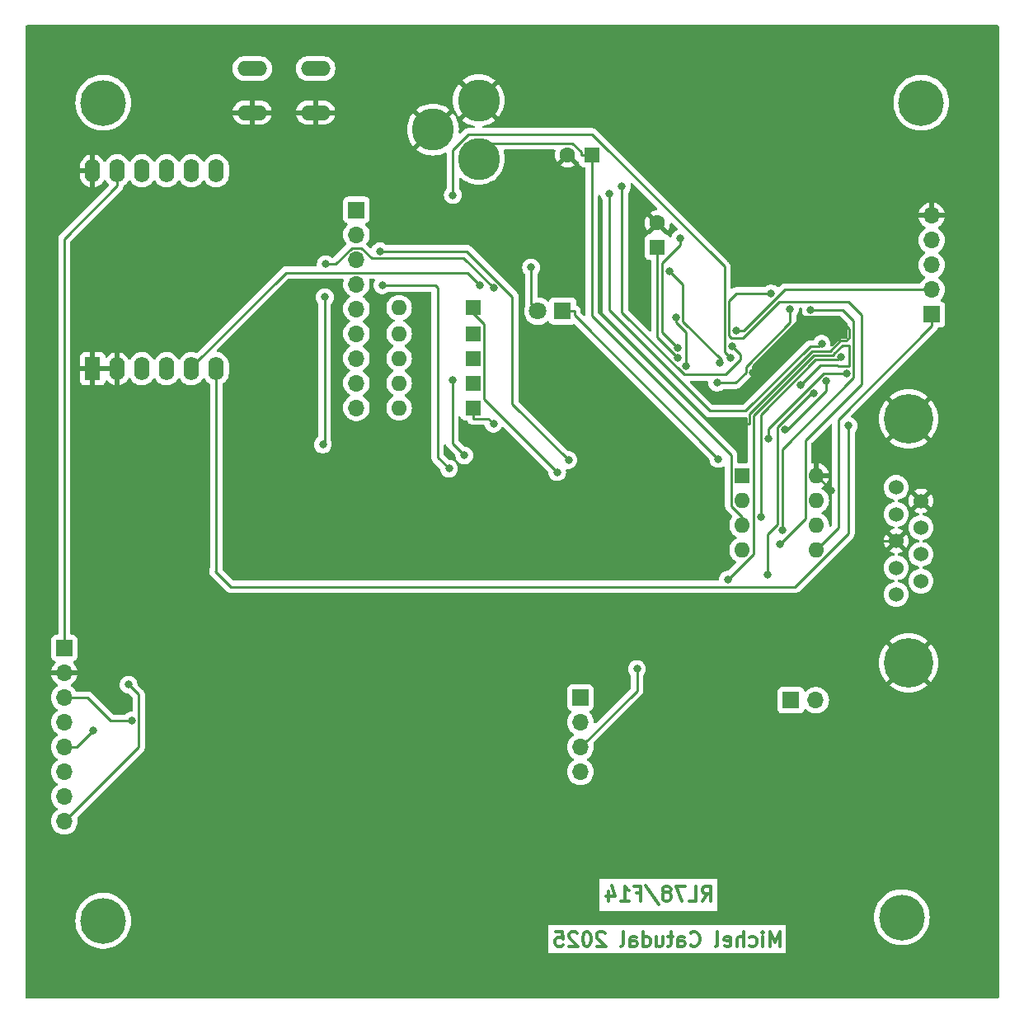
<source format=gbl>
G04 #@! TF.GenerationSoftware,KiCad,Pcbnew,8.0.6*
G04 #@! TF.CreationDate,2025-01-15T22:05:06-05:00*
G04 #@! TF.ProjectId,RL78_F14_32p_Rev2,524c3738-5f46-4313-945f-3332705f5265,rev?*
G04 #@! TF.SameCoordinates,Original*
G04 #@! TF.FileFunction,Copper,L2,Bot*
G04 #@! TF.FilePolarity,Positive*
%FSLAX46Y46*%
G04 Gerber Fmt 4.6, Leading zero omitted, Abs format (unit mm)*
G04 Created by KiCad (PCBNEW 8.0.6) date 2025-01-15 22:05:06*
%MOMM*%
%LPD*%
G01*
G04 APERTURE LIST*
%ADD10C,0.300000*%
G04 #@! TA.AperFunction,NonConductor*
%ADD11C,0.300000*%
G04 #@! TD*
G04 #@! TA.AperFunction,ComponentPad*
%ADD12R,1.600000X1.600000*%
G04 #@! TD*
G04 #@! TA.AperFunction,ComponentPad*
%ADD13O,1.600000X1.600000*%
G04 #@! TD*
G04 #@! TA.AperFunction,ComponentPad*
%ADD14C,4.700000*%
G04 #@! TD*
G04 #@! TA.AperFunction,ComponentPad*
%ADD15C,4.318000*%
G04 #@! TD*
G04 #@! TA.AperFunction,ComponentPad*
%ADD16R,1.700000X1.700000*%
G04 #@! TD*
G04 #@! TA.AperFunction,ComponentPad*
%ADD17O,1.700000X1.700000*%
G04 #@! TD*
G04 #@! TA.AperFunction,ComponentPad*
%ADD18R,1.600000X2.400000*%
G04 #@! TD*
G04 #@! TA.AperFunction,ComponentPad*
%ADD19O,1.600000X2.400000*%
G04 #@! TD*
G04 #@! TA.AperFunction,ComponentPad*
%ADD20C,1.600000*%
G04 #@! TD*
G04 #@! TA.AperFunction,ComponentPad*
%ADD21O,3.048000X1.524000*%
G04 #@! TD*
G04 #@! TA.AperFunction,ComponentPad*
%ADD22R,1.800000X1.800000*%
G04 #@! TD*
G04 #@! TA.AperFunction,ComponentPad*
%ADD23C,1.800000*%
G04 #@! TD*
G04 #@! TA.AperFunction,ComponentPad*
%ADD24C,1.524000*%
G04 #@! TD*
G04 #@! TA.AperFunction,ComponentPad*
%ADD25C,5.080000*%
G04 #@! TD*
G04 #@! TA.AperFunction,ViaPad*
%ADD26C,0.800000*%
G04 #@! TD*
G04 #@! TA.AperFunction,Conductor*
%ADD27C,0.250000*%
G04 #@! TD*
G04 APERTURE END LIST*
D10*
D11*
X147449999Y-159628328D02*
X147449999Y-158128328D01*
X147449999Y-158128328D02*
X146949999Y-159199757D01*
X146949999Y-159199757D02*
X146449999Y-158128328D01*
X146449999Y-158128328D02*
X146449999Y-159628328D01*
X145735713Y-159628328D02*
X145735713Y-158628328D01*
X145735713Y-158128328D02*
X145807141Y-158199757D01*
X145807141Y-158199757D02*
X145735713Y-158271185D01*
X145735713Y-158271185D02*
X145664284Y-158199757D01*
X145664284Y-158199757D02*
X145735713Y-158128328D01*
X145735713Y-158128328D02*
X145735713Y-158271185D01*
X144378570Y-159556900D02*
X144521427Y-159628328D01*
X144521427Y-159628328D02*
X144807141Y-159628328D01*
X144807141Y-159628328D02*
X144949998Y-159556900D01*
X144949998Y-159556900D02*
X145021427Y-159485471D01*
X145021427Y-159485471D02*
X145092855Y-159342614D01*
X145092855Y-159342614D02*
X145092855Y-158914042D01*
X145092855Y-158914042D02*
X145021427Y-158771185D01*
X145021427Y-158771185D02*
X144949998Y-158699757D01*
X144949998Y-158699757D02*
X144807141Y-158628328D01*
X144807141Y-158628328D02*
X144521427Y-158628328D01*
X144521427Y-158628328D02*
X144378570Y-158699757D01*
X143735713Y-159628328D02*
X143735713Y-158128328D01*
X143092856Y-159628328D02*
X143092856Y-158842614D01*
X143092856Y-158842614D02*
X143164284Y-158699757D01*
X143164284Y-158699757D02*
X143307141Y-158628328D01*
X143307141Y-158628328D02*
X143521427Y-158628328D01*
X143521427Y-158628328D02*
X143664284Y-158699757D01*
X143664284Y-158699757D02*
X143735713Y-158771185D01*
X141807141Y-159556900D02*
X141949998Y-159628328D01*
X141949998Y-159628328D02*
X142235713Y-159628328D01*
X142235713Y-159628328D02*
X142378570Y-159556900D01*
X142378570Y-159556900D02*
X142449998Y-159414042D01*
X142449998Y-159414042D02*
X142449998Y-158842614D01*
X142449998Y-158842614D02*
X142378570Y-158699757D01*
X142378570Y-158699757D02*
X142235713Y-158628328D01*
X142235713Y-158628328D02*
X141949998Y-158628328D01*
X141949998Y-158628328D02*
X141807141Y-158699757D01*
X141807141Y-158699757D02*
X141735713Y-158842614D01*
X141735713Y-158842614D02*
X141735713Y-158985471D01*
X141735713Y-158985471D02*
X142449998Y-159128328D01*
X140878570Y-159628328D02*
X141021427Y-159556900D01*
X141021427Y-159556900D02*
X141092856Y-159414042D01*
X141092856Y-159414042D02*
X141092856Y-158128328D01*
X138307142Y-159485471D02*
X138378570Y-159556900D01*
X138378570Y-159556900D02*
X138592856Y-159628328D01*
X138592856Y-159628328D02*
X138735713Y-159628328D01*
X138735713Y-159628328D02*
X138949999Y-159556900D01*
X138949999Y-159556900D02*
X139092856Y-159414042D01*
X139092856Y-159414042D02*
X139164285Y-159271185D01*
X139164285Y-159271185D02*
X139235713Y-158985471D01*
X139235713Y-158985471D02*
X139235713Y-158771185D01*
X139235713Y-158771185D02*
X139164285Y-158485471D01*
X139164285Y-158485471D02*
X139092856Y-158342614D01*
X139092856Y-158342614D02*
X138949999Y-158199757D01*
X138949999Y-158199757D02*
X138735713Y-158128328D01*
X138735713Y-158128328D02*
X138592856Y-158128328D01*
X138592856Y-158128328D02*
X138378570Y-158199757D01*
X138378570Y-158199757D02*
X138307142Y-158271185D01*
X137021428Y-159628328D02*
X137021428Y-158842614D01*
X137021428Y-158842614D02*
X137092856Y-158699757D01*
X137092856Y-158699757D02*
X137235713Y-158628328D01*
X137235713Y-158628328D02*
X137521428Y-158628328D01*
X137521428Y-158628328D02*
X137664285Y-158699757D01*
X137021428Y-159556900D02*
X137164285Y-159628328D01*
X137164285Y-159628328D02*
X137521428Y-159628328D01*
X137521428Y-159628328D02*
X137664285Y-159556900D01*
X137664285Y-159556900D02*
X137735713Y-159414042D01*
X137735713Y-159414042D02*
X137735713Y-159271185D01*
X137735713Y-159271185D02*
X137664285Y-159128328D01*
X137664285Y-159128328D02*
X137521428Y-159056900D01*
X137521428Y-159056900D02*
X137164285Y-159056900D01*
X137164285Y-159056900D02*
X137021428Y-158985471D01*
X136521427Y-158628328D02*
X135949999Y-158628328D01*
X136307142Y-158128328D02*
X136307142Y-159414042D01*
X136307142Y-159414042D02*
X136235713Y-159556900D01*
X136235713Y-159556900D02*
X136092856Y-159628328D01*
X136092856Y-159628328D02*
X135949999Y-159628328D01*
X134807142Y-158628328D02*
X134807142Y-159628328D01*
X135449999Y-158628328D02*
X135449999Y-159414042D01*
X135449999Y-159414042D02*
X135378570Y-159556900D01*
X135378570Y-159556900D02*
X135235713Y-159628328D01*
X135235713Y-159628328D02*
X135021427Y-159628328D01*
X135021427Y-159628328D02*
X134878570Y-159556900D01*
X134878570Y-159556900D02*
X134807142Y-159485471D01*
X133449999Y-159628328D02*
X133449999Y-158128328D01*
X133449999Y-159556900D02*
X133592856Y-159628328D01*
X133592856Y-159628328D02*
X133878570Y-159628328D01*
X133878570Y-159628328D02*
X134021427Y-159556900D01*
X134021427Y-159556900D02*
X134092856Y-159485471D01*
X134092856Y-159485471D02*
X134164284Y-159342614D01*
X134164284Y-159342614D02*
X134164284Y-158914042D01*
X134164284Y-158914042D02*
X134092856Y-158771185D01*
X134092856Y-158771185D02*
X134021427Y-158699757D01*
X134021427Y-158699757D02*
X133878570Y-158628328D01*
X133878570Y-158628328D02*
X133592856Y-158628328D01*
X133592856Y-158628328D02*
X133449999Y-158699757D01*
X132092856Y-159628328D02*
X132092856Y-158842614D01*
X132092856Y-158842614D02*
X132164284Y-158699757D01*
X132164284Y-158699757D02*
X132307141Y-158628328D01*
X132307141Y-158628328D02*
X132592856Y-158628328D01*
X132592856Y-158628328D02*
X132735713Y-158699757D01*
X132092856Y-159556900D02*
X132235713Y-159628328D01*
X132235713Y-159628328D02*
X132592856Y-159628328D01*
X132592856Y-159628328D02*
X132735713Y-159556900D01*
X132735713Y-159556900D02*
X132807141Y-159414042D01*
X132807141Y-159414042D02*
X132807141Y-159271185D01*
X132807141Y-159271185D02*
X132735713Y-159128328D01*
X132735713Y-159128328D02*
X132592856Y-159056900D01*
X132592856Y-159056900D02*
X132235713Y-159056900D01*
X132235713Y-159056900D02*
X132092856Y-158985471D01*
X131164284Y-159628328D02*
X131307141Y-159556900D01*
X131307141Y-159556900D02*
X131378570Y-159414042D01*
X131378570Y-159414042D02*
X131378570Y-158128328D01*
X129521427Y-158271185D02*
X129449999Y-158199757D01*
X129449999Y-158199757D02*
X129307142Y-158128328D01*
X129307142Y-158128328D02*
X128949999Y-158128328D01*
X128949999Y-158128328D02*
X128807142Y-158199757D01*
X128807142Y-158199757D02*
X128735713Y-158271185D01*
X128735713Y-158271185D02*
X128664284Y-158414042D01*
X128664284Y-158414042D02*
X128664284Y-158556900D01*
X128664284Y-158556900D02*
X128735713Y-158771185D01*
X128735713Y-158771185D02*
X129592856Y-159628328D01*
X129592856Y-159628328D02*
X128664284Y-159628328D01*
X127735713Y-158128328D02*
X127592856Y-158128328D01*
X127592856Y-158128328D02*
X127449999Y-158199757D01*
X127449999Y-158199757D02*
X127378571Y-158271185D01*
X127378571Y-158271185D02*
X127307142Y-158414042D01*
X127307142Y-158414042D02*
X127235713Y-158699757D01*
X127235713Y-158699757D02*
X127235713Y-159056900D01*
X127235713Y-159056900D02*
X127307142Y-159342614D01*
X127307142Y-159342614D02*
X127378571Y-159485471D01*
X127378571Y-159485471D02*
X127449999Y-159556900D01*
X127449999Y-159556900D02*
X127592856Y-159628328D01*
X127592856Y-159628328D02*
X127735713Y-159628328D01*
X127735713Y-159628328D02*
X127878571Y-159556900D01*
X127878571Y-159556900D02*
X127949999Y-159485471D01*
X127949999Y-159485471D02*
X128021428Y-159342614D01*
X128021428Y-159342614D02*
X128092856Y-159056900D01*
X128092856Y-159056900D02*
X128092856Y-158699757D01*
X128092856Y-158699757D02*
X128021428Y-158414042D01*
X128021428Y-158414042D02*
X127949999Y-158271185D01*
X127949999Y-158271185D02*
X127878571Y-158199757D01*
X127878571Y-158199757D02*
X127735713Y-158128328D01*
X126664285Y-158271185D02*
X126592857Y-158199757D01*
X126592857Y-158199757D02*
X126450000Y-158128328D01*
X126450000Y-158128328D02*
X126092857Y-158128328D01*
X126092857Y-158128328D02*
X125950000Y-158199757D01*
X125950000Y-158199757D02*
X125878571Y-158271185D01*
X125878571Y-158271185D02*
X125807142Y-158414042D01*
X125807142Y-158414042D02*
X125807142Y-158556900D01*
X125807142Y-158556900D02*
X125878571Y-158771185D01*
X125878571Y-158771185D02*
X126735714Y-159628328D01*
X126735714Y-159628328D02*
X125807142Y-159628328D01*
X124450000Y-158128328D02*
X125164286Y-158128328D01*
X125164286Y-158128328D02*
X125235714Y-158842614D01*
X125235714Y-158842614D02*
X125164286Y-158771185D01*
X125164286Y-158771185D02*
X125021429Y-158699757D01*
X125021429Y-158699757D02*
X124664286Y-158699757D01*
X124664286Y-158699757D02*
X124521429Y-158771185D01*
X124521429Y-158771185D02*
X124450000Y-158842614D01*
X124450000Y-158842614D02*
X124378571Y-158985471D01*
X124378571Y-158985471D02*
X124378571Y-159342614D01*
X124378571Y-159342614D02*
X124450000Y-159485471D01*
X124450000Y-159485471D02*
X124521429Y-159556900D01*
X124521429Y-159556900D02*
X124664286Y-159628328D01*
X124664286Y-159628328D02*
X125021429Y-159628328D01*
X125021429Y-159628328D02*
X125164286Y-159556900D01*
X125164286Y-159556900D02*
X125235714Y-159485471D01*
D10*
D11*
X139503570Y-154953328D02*
X140003570Y-154239042D01*
X140360713Y-154953328D02*
X140360713Y-153453328D01*
X140360713Y-153453328D02*
X139789284Y-153453328D01*
X139789284Y-153453328D02*
X139646427Y-153524757D01*
X139646427Y-153524757D02*
X139574998Y-153596185D01*
X139574998Y-153596185D02*
X139503570Y-153739042D01*
X139503570Y-153739042D02*
X139503570Y-153953328D01*
X139503570Y-153953328D02*
X139574998Y-154096185D01*
X139574998Y-154096185D02*
X139646427Y-154167614D01*
X139646427Y-154167614D02*
X139789284Y-154239042D01*
X139789284Y-154239042D02*
X140360713Y-154239042D01*
X138146427Y-154953328D02*
X138860713Y-154953328D01*
X138860713Y-154953328D02*
X138860713Y-153453328D01*
X137789284Y-153453328D02*
X136789284Y-153453328D01*
X136789284Y-153453328D02*
X137432141Y-154953328D01*
X136003570Y-154096185D02*
X136146427Y-154024757D01*
X136146427Y-154024757D02*
X136217856Y-153953328D01*
X136217856Y-153953328D02*
X136289284Y-153810471D01*
X136289284Y-153810471D02*
X136289284Y-153739042D01*
X136289284Y-153739042D02*
X136217856Y-153596185D01*
X136217856Y-153596185D02*
X136146427Y-153524757D01*
X136146427Y-153524757D02*
X136003570Y-153453328D01*
X136003570Y-153453328D02*
X135717856Y-153453328D01*
X135717856Y-153453328D02*
X135574999Y-153524757D01*
X135574999Y-153524757D02*
X135503570Y-153596185D01*
X135503570Y-153596185D02*
X135432141Y-153739042D01*
X135432141Y-153739042D02*
X135432141Y-153810471D01*
X135432141Y-153810471D02*
X135503570Y-153953328D01*
X135503570Y-153953328D02*
X135574999Y-154024757D01*
X135574999Y-154024757D02*
X135717856Y-154096185D01*
X135717856Y-154096185D02*
X136003570Y-154096185D01*
X136003570Y-154096185D02*
X136146427Y-154167614D01*
X136146427Y-154167614D02*
X136217856Y-154239042D01*
X136217856Y-154239042D02*
X136289284Y-154381900D01*
X136289284Y-154381900D02*
X136289284Y-154667614D01*
X136289284Y-154667614D02*
X136217856Y-154810471D01*
X136217856Y-154810471D02*
X136146427Y-154881900D01*
X136146427Y-154881900D02*
X136003570Y-154953328D01*
X136003570Y-154953328D02*
X135717856Y-154953328D01*
X135717856Y-154953328D02*
X135574999Y-154881900D01*
X135574999Y-154881900D02*
X135503570Y-154810471D01*
X135503570Y-154810471D02*
X135432141Y-154667614D01*
X135432141Y-154667614D02*
X135432141Y-154381900D01*
X135432141Y-154381900D02*
X135503570Y-154239042D01*
X135503570Y-154239042D02*
X135574999Y-154167614D01*
X135574999Y-154167614D02*
X135717856Y-154096185D01*
X133717856Y-153381900D02*
X135003570Y-155310471D01*
X132717856Y-154167614D02*
X133217856Y-154167614D01*
X133217856Y-154953328D02*
X133217856Y-153453328D01*
X133217856Y-153453328D02*
X132503570Y-153453328D01*
X131146427Y-154953328D02*
X132003570Y-154953328D01*
X131574999Y-154953328D02*
X131574999Y-153453328D01*
X131574999Y-153453328D02*
X131717856Y-153667614D01*
X131717856Y-153667614D02*
X131860713Y-153810471D01*
X131860713Y-153810471D02*
X132003570Y-153881900D01*
X129860714Y-153953328D02*
X129860714Y-154953328D01*
X130217856Y-153381900D02*
X130574999Y-154453328D01*
X130574999Y-154453328D02*
X129646428Y-154453328D01*
D12*
X116000000Y-94050000D03*
D13*
X108380000Y-94050000D03*
D14*
X78000000Y-73000000D03*
X162000000Y-73000000D03*
X78000000Y-157000000D03*
X159997000Y-156643000D03*
D15*
X116550000Y-72750000D03*
X111850000Y-75750000D03*
X116550000Y-78750000D03*
D16*
X148625000Y-134350000D03*
D17*
X151165000Y-134350000D03*
D12*
X116000000Y-104320000D03*
D13*
X108380000Y-104320000D03*
D18*
X76900000Y-100320000D03*
D19*
X79440000Y-100320000D03*
X81980000Y-100320000D03*
X84520000Y-100320000D03*
X87060000Y-100320000D03*
X89600000Y-100320000D03*
X89600000Y-80000000D03*
X87060000Y-80000000D03*
X84520000Y-80000000D03*
X81980000Y-80000000D03*
X79440000Y-80000000D03*
X76900000Y-80000000D03*
D16*
X104000000Y-84000000D03*
D17*
X104000000Y-86540000D03*
X104000000Y-89080000D03*
X104000000Y-91620000D03*
X104000000Y-94160000D03*
X104000000Y-96700000D03*
X104000000Y-99240000D03*
X104000000Y-101780000D03*
X104000000Y-104320000D03*
D12*
X134900000Y-87832400D03*
D20*
X134900000Y-85332400D03*
D12*
X128175000Y-78325000D03*
D20*
X125675000Y-78325000D03*
D12*
X116000000Y-101780000D03*
D13*
X108380000Y-101780000D03*
D12*
X143600000Y-111300000D03*
D13*
X143600000Y-113840000D03*
X143600000Y-116380000D03*
X143600000Y-118920000D03*
X151220000Y-118920000D03*
X151220000Y-116380000D03*
X151220000Y-113840000D03*
X151220000Y-111300000D03*
D12*
X116000000Y-96700000D03*
D13*
X108380000Y-96700000D03*
D16*
X74000000Y-129000000D03*
D17*
X74000000Y-131540000D03*
X74000000Y-134080000D03*
X74000000Y-136620000D03*
X74000000Y-139160000D03*
X74000000Y-141700000D03*
X74000000Y-144240000D03*
X74000000Y-146780000D03*
D16*
X163080000Y-94742500D03*
D17*
X163080000Y-92202500D03*
X163080000Y-89662500D03*
X163080000Y-87122500D03*
X163080000Y-84582500D03*
D21*
X93298800Y-69489400D03*
X99801200Y-69489400D03*
X93298800Y-74010600D03*
X99801200Y-74010600D03*
D16*
X127000000Y-134080000D03*
D17*
X127000000Y-136620000D03*
X127000000Y-139160000D03*
X127000000Y-141700000D03*
D22*
X125175000Y-94400000D03*
D23*
X122635000Y-94400000D03*
D24*
X159430000Y-112513600D03*
X159430000Y-115256800D03*
X159430000Y-118000000D03*
X159430000Y-120743200D03*
X159430000Y-123486400D03*
X161970000Y-113885200D03*
X161970000Y-116628400D03*
X161970000Y-119371600D03*
X161970000Y-122114800D03*
D25*
X160700000Y-105477800D03*
X160700000Y-130522200D03*
D12*
X116000000Y-99240000D03*
D13*
X108380000Y-99240000D03*
D26*
X132700000Y-83250000D03*
X106650000Y-91750000D03*
X103450000Y-131350000D03*
X152700000Y-112850000D03*
X100850000Y-89567700D03*
X100750000Y-92959100D03*
X132800000Y-131150000D03*
X142130496Y-121980496D03*
X80594850Y-132744850D03*
X100550000Y-108100000D03*
X146237700Y-121450000D03*
X154525000Y-106175000D03*
X156050000Y-116550000D03*
X131000000Y-102150000D03*
X131250000Y-81600000D03*
X142600000Y-98000000D03*
X138300000Y-114250000D03*
X136625000Y-108375000D03*
X141500000Y-105950000D03*
X144725357Y-100718038D03*
X145512500Y-115537200D03*
X153717544Y-99092544D03*
X146324400Y-107485900D03*
X154325000Y-100800000D03*
X113499100Y-110572100D03*
X125781600Y-109689400D03*
X106430600Y-88244800D03*
X141350000Y-99670400D03*
X136173000Y-90277700D03*
X142400000Y-99220400D03*
X113900000Y-82479700D03*
X116648500Y-91707200D03*
X152241100Y-101566200D03*
X147964000Y-106592400D03*
X115073500Y-109207100D03*
X113836700Y-101451200D03*
X151774204Y-97751101D03*
X129931200Y-82310300D03*
X149632700Y-101975700D03*
X147473900Y-118345200D03*
X146589000Y-92572600D03*
X150650000Y-94250000D03*
X147712200Y-116926200D03*
X80900000Y-136450000D03*
X76972400Y-137447100D03*
X141038600Y-101753800D03*
X148523100Y-94166100D03*
X118073800Y-92038300D03*
X150946600Y-102850500D03*
X137256200Y-86914500D03*
X137012652Y-98187345D03*
X142963400Y-96413200D03*
X136793600Y-95064900D03*
X137827500Y-100081700D03*
X118073800Y-105978300D03*
X124618100Y-110921200D03*
X121927700Y-89906700D03*
X141157100Y-109583700D03*
X137000000Y-99200000D03*
D27*
X132700000Y-83250000D02*
X132817600Y-83250000D01*
X132817600Y-83250000D02*
X134900000Y-85332400D01*
X100750000Y-92959100D02*
X100750000Y-107900000D01*
X100750000Y-107900000D02*
X100550000Y-108100000D01*
X106650000Y-91750000D02*
X112100000Y-91750000D01*
X112100000Y-91750000D02*
X112348400Y-91998400D01*
X112348400Y-91998400D02*
X112348400Y-109421400D01*
X112348400Y-109421400D02*
X113499100Y-110572100D01*
X124618100Y-110921200D02*
X117126700Y-103429800D01*
X117126700Y-103429800D02*
X117126700Y-95740000D01*
X117126700Y-95740000D02*
X116000000Y-94613300D01*
X116000000Y-94613300D02*
X116000000Y-94050000D01*
X152700000Y-112780000D02*
X152700000Y-112850000D01*
X151220000Y-111300000D02*
X152700000Y-112780000D01*
X91105496Y-122705496D02*
X89500000Y-121100000D01*
X149025495Y-122705496D02*
X91105496Y-122705496D01*
X154525000Y-117205991D02*
X149025495Y-122705496D01*
X154525000Y-106175000D02*
X154525000Y-117205991D01*
X89600000Y-121000000D02*
X89600000Y-100320000D01*
X89500000Y-121100000D02*
X89600000Y-121000000D01*
X100850000Y-89567700D02*
X101848200Y-89567700D01*
X132800000Y-131150000D02*
X132800000Y-133360000D01*
X132800000Y-133360000D02*
X127000000Y-139160000D01*
X142130496Y-121980496D02*
X142130495Y-121980496D01*
X142130496Y-121980495D02*
X142130496Y-121980496D01*
X144785800Y-116550000D02*
X144785800Y-119325191D01*
X144785800Y-119325191D02*
X142130496Y-121980495D01*
X144785800Y-116550000D02*
X144785800Y-105104704D01*
X154525000Y-106175000D02*
X154350000Y-106350000D01*
X80594850Y-132744850D02*
X81625000Y-133775000D01*
X81625000Y-133775000D02*
X81625000Y-139155000D01*
X81625000Y-139155000D02*
X74000000Y-146780000D01*
X78764000Y-136450000D02*
X76394000Y-134080000D01*
X80900000Y-136450000D02*
X78764000Y-136450000D01*
X76394000Y-134080000D02*
X74000000Y-134080000D01*
X152992544Y-98907456D02*
X152992544Y-98792239D01*
X150964404Y-98926100D02*
X152973900Y-98926100D01*
X144785800Y-105104704D02*
X150964404Y-98926100D01*
X154600000Y-97900000D02*
X154600000Y-100000000D01*
X153884783Y-97900000D02*
X154600000Y-97900000D01*
X154600000Y-100000000D02*
X153443231Y-100000000D01*
X152992544Y-98792239D02*
X153884783Y-97900000D01*
X152973900Y-98926100D02*
X152992544Y-98907456D01*
X153443231Y-100000000D02*
X153426965Y-99983734D01*
X153426965Y-99983734D02*
X151624666Y-99983734D01*
X151624666Y-99983734D02*
X149632700Y-101975700D01*
X151774204Y-97751101D02*
X151499205Y-98026100D01*
X151499205Y-98026100D02*
X150591612Y-98026100D01*
X143967712Y-104650000D02*
X140258600Y-104650000D01*
X150591612Y-98026100D02*
X143967712Y-104650000D01*
X140258600Y-104650000D02*
X129931200Y-94322600D01*
X129931200Y-94322600D02*
X129931200Y-82310300D01*
X146324400Y-106445100D02*
X146324400Y-107485900D01*
X154325000Y-100800000D02*
X151969500Y-100800000D01*
X151969500Y-100800000D02*
X146324400Y-106445100D01*
X153698387Y-97450000D02*
X152672287Y-98476100D01*
X150324695Y-94950000D02*
X150349695Y-94975000D01*
X150975305Y-94950000D02*
X153300000Y-94950000D01*
X154300001Y-97450000D02*
X153698387Y-97450000D01*
X150349695Y-94975000D02*
X150950305Y-94975000D01*
X153300000Y-94950000D02*
X154600000Y-96249999D01*
X152672287Y-98476100D02*
X150778008Y-98476100D01*
X154600000Y-97150001D02*
X154300001Y-97450000D01*
X154600000Y-96249999D02*
X154600000Y-97150001D01*
X150950305Y-94975000D02*
X150975305Y-94950000D01*
X144725357Y-100024643D02*
X149800000Y-94950000D01*
X149800000Y-94950000D02*
X150324695Y-94950000D01*
X144335800Y-105950000D02*
X141500000Y-105950000D01*
X144725357Y-100718038D02*
X144725357Y-100024643D01*
X150778008Y-98476100D02*
X144335800Y-104918308D01*
X144335800Y-104918308D02*
X144335800Y-105950000D01*
X153717544Y-99092544D02*
X153433988Y-99376100D01*
X153433988Y-99376100D02*
X151150800Y-99376100D01*
X151150800Y-99376100D02*
X145512500Y-105014400D01*
X145512500Y-105014400D02*
X145512500Y-115537200D01*
X150650000Y-94250000D02*
X153950000Y-94250000D01*
X153950000Y-94250000D02*
X155050000Y-95350000D01*
X155050000Y-95350000D02*
X155050000Y-101223100D01*
X155050000Y-101223100D02*
X147712200Y-108560900D01*
X147712200Y-108560900D02*
X147712200Y-116926200D01*
X147473900Y-118345200D02*
X150093300Y-115725800D01*
X147439396Y-93396500D02*
X143697696Y-97138200D01*
X150093300Y-115725800D02*
X150093300Y-107688500D01*
X154496500Y-93396500D02*
X147439396Y-93396500D01*
X142238400Y-96895400D02*
X142238400Y-93311600D01*
X150093300Y-107688500D02*
X155900000Y-101881800D01*
X155900000Y-101881800D02*
X155900000Y-94800000D01*
X142238400Y-93311600D02*
X142977400Y-92572600D01*
X155900000Y-94800000D02*
X154496500Y-93396500D01*
X143697696Y-97138200D02*
X142481200Y-97138200D01*
X142481200Y-97138200D02*
X142238400Y-96895400D01*
X142977400Y-92572600D02*
X146589000Y-92572600D01*
X156050000Y-116550000D02*
X157500000Y-118000000D01*
X157500000Y-118000000D02*
X159430000Y-118000000D01*
X128175000Y-78325000D02*
X128175000Y-94866000D01*
X128175000Y-94866000D02*
X142473300Y-109164300D01*
X142473300Y-109164300D02*
X142473300Y-114408400D01*
X142473300Y-114408400D02*
X143600000Y-115535100D01*
X143600000Y-115535100D02*
X143600000Y-116380000D01*
X131000000Y-102150000D02*
X131000000Y-102750000D01*
X131000000Y-102750000D02*
X136625000Y-108375000D01*
X135376300Y-96550993D02*
X135376300Y-89471200D01*
X137012652Y-98187345D02*
X135376300Y-96550993D01*
X135376300Y-89471200D02*
X137256200Y-87591300D01*
X137256200Y-87591300D02*
X137256200Y-86914500D01*
X137000000Y-99200000D02*
X134900000Y-97100000D01*
X134900000Y-97100000D02*
X134900000Y-87832400D01*
X137647997Y-100927502D02*
X131250000Y-94529505D01*
X131250000Y-94529505D02*
X131250000Y-81600000D01*
X139272498Y-100927502D02*
X137647997Y-100927502D01*
X141872497Y-100927502D02*
X139272498Y-100927502D01*
X143450000Y-99349999D02*
X141872497Y-100927502D01*
X143450000Y-98850000D02*
X143450000Y-99349999D01*
X142600000Y-98000000D02*
X143450000Y-98850000D01*
X142400000Y-99220400D02*
X141788400Y-98608800D01*
X128196700Y-76244400D02*
X115481400Y-76244400D01*
X141788400Y-98608800D02*
X141788400Y-89836100D01*
X141788400Y-89836100D02*
X128196700Y-76244400D01*
X115481400Y-76244400D02*
X113900000Y-77825800D01*
X113900000Y-77825800D02*
X113900000Y-82479700D01*
X141350000Y-99670400D02*
X141488800Y-99531600D01*
X141488800Y-99531600D02*
X141488800Y-99398700D01*
X141488800Y-99398700D02*
X137520300Y-95430200D01*
X137520300Y-95430200D02*
X137520300Y-91625000D01*
X137520300Y-91625000D02*
X136173000Y-90277700D01*
X141038600Y-101753800D02*
X142946200Y-101753800D01*
X142946200Y-101753800D02*
X144000357Y-100699643D01*
X144000357Y-100699643D02*
X144000357Y-100113247D01*
X144000357Y-100113247D02*
X148523100Y-95590504D01*
X148523100Y-95590504D02*
X148523100Y-94166100D01*
X142963400Y-96413200D02*
X143786300Y-96413200D01*
X143786300Y-96413200D02*
X147997000Y-92202500D01*
X147997000Y-92202500D02*
X163080000Y-92202500D01*
X136625000Y-112575000D02*
X138300000Y-114250000D01*
X136625000Y-108375000D02*
X136625000Y-112575000D01*
X115341000Y-88244800D02*
X106430600Y-88244800D01*
X120001400Y-92905200D02*
X115341000Y-88244800D01*
X120001400Y-103909200D02*
X120001400Y-92905200D01*
X125781600Y-109689400D02*
X120001400Y-103909200D01*
X115376000Y-90434700D02*
X116648500Y-91707200D01*
X96732600Y-90434700D02*
X115376000Y-90434700D01*
X87060000Y-100107300D02*
X96732600Y-90434700D01*
X87060000Y-100320000D02*
X87060000Y-100107300D01*
X148233500Y-106592400D02*
X147964000Y-106592400D01*
X152241100Y-102584800D02*
X148233500Y-106592400D01*
X152241100Y-101566200D02*
X152241100Y-102584800D01*
X113836700Y-107970300D02*
X113836700Y-101451200D01*
X115073500Y-109207100D02*
X113836700Y-107970300D01*
X75259500Y-139160000D02*
X76972400Y-137447100D01*
X74000000Y-139160000D02*
X75259500Y-139160000D01*
X115007000Y-88971500D02*
X118073800Y-92038300D01*
X105555700Y-88971500D02*
X115007000Y-88971500D01*
X104487500Y-87903300D02*
X105555700Y-88971500D01*
X103512500Y-87903300D02*
X104487500Y-87903300D01*
X101848200Y-89567600D02*
X103512500Y-87903300D01*
X101848200Y-89567700D02*
X101848200Y-89567600D01*
X146237700Y-117331500D02*
X146237700Y-121450000D01*
X147237300Y-116331900D02*
X146237700Y-117331500D01*
X147237300Y-106291500D02*
X147237300Y-116331900D01*
X150678300Y-102850500D02*
X147237300Y-106291500D01*
X150946600Y-102850500D02*
X150678300Y-102850500D01*
X137827500Y-96561700D02*
X137827500Y-100081700D01*
X136793600Y-95527800D02*
X137827500Y-96561700D01*
X136793600Y-95064900D02*
X136793600Y-95527800D01*
X116000000Y-104320000D02*
X116000000Y-105446700D01*
X117542200Y-105446700D02*
X118073800Y-105978300D01*
X116000000Y-105446700D02*
X117542200Y-105446700D01*
X121927700Y-93692700D02*
X121927700Y-89906700D01*
X122635000Y-94400000D02*
X121927700Y-93692700D01*
X126401700Y-94828300D02*
X141157100Y-109583700D01*
X126401700Y-94400000D02*
X126401700Y-94828300D01*
X125175000Y-94400000D02*
X126401700Y-94400000D01*
X74000000Y-86966700D02*
X79440000Y-81526700D01*
X74000000Y-129000000D02*
X74000000Y-86966700D01*
X79440000Y-80000000D02*
X79440000Y-81526700D01*
X163080000Y-94742500D02*
X163080000Y-95919200D01*
X153496700Y-105502500D02*
X163080000Y-95919200D01*
X153496700Y-116643300D02*
X153496700Y-105502500D01*
X151220000Y-118920000D02*
X153496700Y-116643300D01*
X118127800Y-77172200D02*
X116550000Y-78750000D01*
X126177200Y-77172200D02*
X118127800Y-77172200D01*
X127048300Y-78043300D02*
X126177200Y-77172200D01*
X127048300Y-78325000D02*
X127048300Y-78043300D01*
X128175000Y-78325000D02*
X127048300Y-78325000D01*
G04 #@! TA.AperFunction,Conductor*
G36*
X152782534Y-105997684D02*
G01*
X152838467Y-106039556D01*
X152862884Y-106105020D01*
X152863200Y-106113866D01*
X152863200Y-116329533D01*
X152843515Y-116396572D01*
X152826881Y-116417214D01*
X152742703Y-116501392D01*
X152681380Y-116534877D01*
X152611688Y-116529893D01*
X152555755Y-116488021D01*
X152531338Y-116422557D01*
X152531494Y-116402902D01*
X152533498Y-116379999D01*
X152533498Y-116379998D01*
X152520705Y-116233772D01*
X152513543Y-116151913D01*
X152454284Y-115930757D01*
X152437366Y-115894477D01*
X152397330Y-115808619D01*
X152357523Y-115723251D01*
X152226198Y-115535700D01*
X152064300Y-115373802D01*
X151876749Y-115242477D01*
X151833655Y-115222382D01*
X151781215Y-115176210D01*
X151762063Y-115109017D01*
X151782278Y-115042136D01*
X151833655Y-114997618D01*
X151836882Y-114996112D01*
X151876749Y-114977523D01*
X152064300Y-114846198D01*
X152226198Y-114684300D01*
X152357523Y-114496749D01*
X152454284Y-114289243D01*
X152513543Y-114068087D01*
X152533498Y-113840000D01*
X152513543Y-113611913D01*
X152454284Y-113390757D01*
X152447962Y-113377200D01*
X152359276Y-113187011D01*
X152357523Y-113183251D01*
X152226198Y-112995700D01*
X152064300Y-112833802D01*
X151876749Y-112702477D01*
X151823596Y-112677691D01*
X151771158Y-112631519D01*
X151752007Y-112564325D01*
X151772223Y-112497444D01*
X151823600Y-112452927D01*
X151872483Y-112430133D01*
X152058820Y-112299657D01*
X152219657Y-112138820D01*
X152350134Y-111952482D01*
X152446265Y-111746326D01*
X152446269Y-111746317D01*
X152498872Y-111550000D01*
X151535686Y-111550000D01*
X151540080Y-111545606D01*
X151592741Y-111454394D01*
X151620000Y-111352661D01*
X151620000Y-111247339D01*
X151592741Y-111145606D01*
X151540080Y-111054394D01*
X151535686Y-111050000D01*
X152498872Y-111050000D01*
X152498872Y-111049999D01*
X152446269Y-110853682D01*
X152446265Y-110853673D01*
X152350134Y-110647517D01*
X152219657Y-110461179D01*
X152058820Y-110300342D01*
X151872482Y-110169865D01*
X151666328Y-110073734D01*
X151470000Y-110021127D01*
X151470000Y-110984314D01*
X151465606Y-110979920D01*
X151374394Y-110927259D01*
X151272661Y-110900000D01*
X151167339Y-110900000D01*
X151065606Y-110927259D01*
X150974394Y-110979920D01*
X150970000Y-110984314D01*
X150970000Y-110021127D01*
X150969999Y-110021126D01*
X150882894Y-110044467D01*
X150813044Y-110042804D01*
X150755181Y-110003642D01*
X150727677Y-109939413D01*
X150726800Y-109924692D01*
X150726800Y-108002266D01*
X150746485Y-107935227D01*
X150763119Y-107914585D01*
X152651519Y-106026185D01*
X152712842Y-105992700D01*
X152782534Y-105997684D01*
G37*
G04 #@! TD.AperFunction*
G04 #@! TA.AperFunction,Conductor*
G36*
X129013703Y-82484144D02*
G01*
X129050431Y-82539539D01*
X129096670Y-82681849D01*
X129096673Y-82681856D01*
X129192160Y-82847244D01*
X129265849Y-82929084D01*
X129296080Y-82992075D01*
X129297700Y-83012056D01*
X129297700Y-94384998D01*
X129322043Y-94507377D01*
X129322045Y-94507385D01*
X129369798Y-94622672D01*
X129369803Y-94622681D01*
X129439128Y-94726432D01*
X129439131Y-94726436D01*
X139854763Y-105142068D01*
X139854767Y-105142071D01*
X139958518Y-105211396D01*
X139958524Y-105211399D01*
X139958525Y-105211400D01*
X140073815Y-105259155D01*
X140162543Y-105276804D01*
X140196201Y-105283499D01*
X140196205Y-105283500D01*
X144028300Y-105283500D01*
X144095339Y-105303185D01*
X144141094Y-105355989D01*
X144152300Y-105407500D01*
X144152300Y-109867500D01*
X144132615Y-109934539D01*
X144079811Y-109980294D01*
X144028300Y-109991500D01*
X143230800Y-109991500D01*
X143163761Y-109971815D01*
X143118006Y-109919011D01*
X143106800Y-109867500D01*
X143106800Y-109101905D01*
X143106799Y-109101901D01*
X143089945Y-109017172D01*
X143082455Y-108979515D01*
X143076332Y-108964733D01*
X143034701Y-108864225D01*
X143034699Y-108864223D01*
X143034699Y-108864221D01*
X142965372Y-108760467D01*
X142965369Y-108760463D01*
X128844819Y-94639913D01*
X128811334Y-94578590D01*
X128808500Y-94552232D01*
X128808500Y-82577857D01*
X128828185Y-82510818D01*
X128880989Y-82465063D01*
X128950147Y-82455119D01*
X129013703Y-82484144D01*
G37*
G04 #@! TD.AperFunction*
G04 #@! TA.AperFunction,Conductor*
G36*
X149688942Y-94049685D02*
G01*
X149734697Y-94102489D01*
X149745223Y-94166959D01*
X149736496Y-94250000D01*
X149756458Y-94439928D01*
X149756459Y-94439931D01*
X149815470Y-94621549D01*
X149815473Y-94621556D01*
X149910960Y-94786944D01*
X150038747Y-94928866D01*
X150193248Y-95041118D01*
X150367712Y-95118794D01*
X150554513Y-95158500D01*
X150745487Y-95158500D01*
X150932288Y-95118794D01*
X151106752Y-95041118D01*
X151261253Y-94928866D01*
X151265160Y-94924527D01*
X151324646Y-94887879D01*
X151357309Y-94883500D01*
X153636234Y-94883500D01*
X153703273Y-94903185D01*
X153723915Y-94919819D01*
X154380181Y-95576085D01*
X154413666Y-95637408D01*
X154416500Y-95663766D01*
X154416500Y-97142500D01*
X154396815Y-97209539D01*
X154344011Y-97255294D01*
X154292500Y-97266500D01*
X153822384Y-97266500D01*
X153700005Y-97290843D01*
X153699997Y-97290845D01*
X153622406Y-97322985D01*
X153622405Y-97322985D01*
X153584714Y-97338596D01*
X153584701Y-97338603D01*
X153480950Y-97407928D01*
X153480946Y-97407931D01*
X152882451Y-98006427D01*
X152821128Y-98039912D01*
X152751436Y-98034928D01*
X152695503Y-97993056D01*
X152671086Y-97927592D01*
X152671448Y-97905799D01*
X152687708Y-97751101D01*
X152667746Y-97561173D01*
X152608731Y-97379545D01*
X152513244Y-97214157D01*
X152385457Y-97072235D01*
X152230956Y-96959983D01*
X152056492Y-96882307D01*
X152056490Y-96882306D01*
X151869691Y-96842601D01*
X151678717Y-96842601D01*
X151491918Y-96882306D01*
X151317450Y-96959984D01*
X151162949Y-97072236D01*
X151035163Y-97214158D01*
X151018785Y-97242526D01*
X150967934Y-97330601D01*
X150917370Y-97378815D01*
X150860549Y-97392600D01*
X150529213Y-97392600D01*
X150406834Y-97416943D01*
X150406826Y-97416945D01*
X150291539Y-97464698D01*
X150291530Y-97464703D01*
X150187779Y-97534028D01*
X150187775Y-97534031D01*
X143741627Y-103980181D01*
X143680304Y-104013666D01*
X143653946Y-104016500D01*
X140572366Y-104016500D01*
X140505327Y-103996815D01*
X140484685Y-103980181D01*
X138277187Y-101772683D01*
X138243702Y-101711360D01*
X138248686Y-101641668D01*
X138290558Y-101585735D01*
X138356022Y-101561318D01*
X138364868Y-101561002D01*
X139210104Y-101561002D01*
X140007644Y-101561002D01*
X140074683Y-101580687D01*
X140120438Y-101633491D01*
X140130964Y-101697962D01*
X140125096Y-101753800D01*
X140145058Y-101943728D01*
X140145059Y-101943731D01*
X140204070Y-102125349D01*
X140204073Y-102125356D01*
X140299560Y-102290744D01*
X140427347Y-102432666D01*
X140581848Y-102544918D01*
X140756312Y-102622594D01*
X140943113Y-102662300D01*
X141134087Y-102662300D01*
X141320888Y-102622594D01*
X141495352Y-102544918D01*
X141649853Y-102432666D01*
X141653760Y-102428327D01*
X141713246Y-102391679D01*
X141745909Y-102387300D01*
X143008595Y-102387300D01*
X143008596Y-102387299D01*
X143130985Y-102362955D01*
X143246275Y-102315200D01*
X143350033Y-102245871D01*
X144492428Y-101103476D01*
X144561757Y-100999718D01*
X144609512Y-100884428D01*
X144633857Y-100762037D01*
X144633857Y-100637249D01*
X144633857Y-100427013D01*
X144653542Y-100359974D01*
X144670176Y-100339332D01*
X149015168Y-95994340D01*
X149015171Y-95994337D01*
X149084500Y-95890579D01*
X149090433Y-95876256D01*
X149100745Y-95851362D01*
X149117840Y-95810090D01*
X149132255Y-95775289D01*
X149156600Y-95652898D01*
X149156600Y-94867856D01*
X149176285Y-94800817D01*
X149188446Y-94784888D01*
X149262140Y-94703044D01*
X149357627Y-94537656D01*
X149416642Y-94356028D01*
X149436604Y-94166100D01*
X149436604Y-94166096D01*
X149436604Y-94159601D01*
X149438042Y-94159601D01*
X149449260Y-94098238D01*
X149496990Y-94047211D01*
X149560015Y-94030000D01*
X149621903Y-94030000D01*
X149688942Y-94049685D01*
G37*
G04 #@! TD.AperFunction*
G04 #@! TA.AperFunction,Conductor*
G36*
X79119920Y-100074394D02*
G01*
X79067259Y-100165606D01*
X79040000Y-100267339D01*
X79040000Y-100372661D01*
X79067259Y-100474394D01*
X79119920Y-100565606D01*
X79124314Y-100570000D01*
X77215686Y-100570000D01*
X77220080Y-100565606D01*
X77272741Y-100474394D01*
X77300000Y-100372661D01*
X77300000Y-100267339D01*
X77272741Y-100165606D01*
X77220080Y-100074394D01*
X77215686Y-100070000D01*
X79124314Y-100070000D01*
X79119920Y-100074394D01*
G37*
G04 #@! TD.AperFunction*
G04 #@! TA.AperFunction,Conductor*
G36*
X132324635Y-81275112D02*
G01*
X132352379Y-81295983D01*
X134881007Y-83824611D01*
X134914492Y-83885934D01*
X134909508Y-83955626D01*
X134867636Y-84011559D01*
X134804134Y-84035820D01*
X134673399Y-84047258D01*
X134673389Y-84047260D01*
X134453682Y-84106130D01*
X134453673Y-84106134D01*
X134247516Y-84202266D01*
X134247512Y-84202268D01*
X134174526Y-84253373D01*
X134174526Y-84253374D01*
X134853553Y-84932400D01*
X134847339Y-84932400D01*
X134745606Y-84959659D01*
X134654394Y-85012320D01*
X134579920Y-85086794D01*
X134527259Y-85178006D01*
X134500000Y-85279739D01*
X134500000Y-85285952D01*
X133820974Y-84606926D01*
X133820973Y-84606926D01*
X133769868Y-84679912D01*
X133769866Y-84679916D01*
X133673734Y-84886073D01*
X133673730Y-84886082D01*
X133614860Y-85105789D01*
X133614858Y-85105800D01*
X133595034Y-85332397D01*
X133595034Y-85332402D01*
X133614858Y-85558999D01*
X133614860Y-85559010D01*
X133673730Y-85778717D01*
X133673735Y-85778731D01*
X133769863Y-85984878D01*
X133820974Y-86057872D01*
X134500000Y-85378846D01*
X134500000Y-85385061D01*
X134527259Y-85486794D01*
X134579920Y-85578006D01*
X134654394Y-85652480D01*
X134745606Y-85705141D01*
X134847339Y-85732400D01*
X134853553Y-85732400D01*
X134166464Y-86419487D01*
X134158805Y-86457595D01*
X134110189Y-86507777D01*
X134054600Y-86522435D01*
X134054653Y-86523440D01*
X134054665Y-86523544D01*
X134054659Y-86523544D01*
X134054669Y-86523723D01*
X134051345Y-86523900D01*
X133990797Y-86530411D01*
X133990795Y-86530411D01*
X133853795Y-86581511D01*
X133736739Y-86669139D01*
X133649111Y-86786195D01*
X133598011Y-86923195D01*
X133598011Y-86923197D01*
X133591500Y-86983745D01*
X133591500Y-88681054D01*
X133598011Y-88741602D01*
X133598011Y-88741604D01*
X133649111Y-88878604D01*
X133736739Y-88995661D01*
X133853796Y-89083289D01*
X133990799Y-89134389D01*
X134018050Y-89137318D01*
X134051345Y-89140899D01*
X134051362Y-89140900D01*
X134142500Y-89140900D01*
X134209539Y-89160585D01*
X134255294Y-89213389D01*
X134266500Y-89264900D01*
X134266500Y-96350739D01*
X134246815Y-96417778D01*
X134194011Y-96463533D01*
X134124853Y-96473477D01*
X134061297Y-96444452D01*
X134054819Y-96438420D01*
X131919819Y-94303420D01*
X131886334Y-94242097D01*
X131883500Y-94215739D01*
X131883500Y-82301756D01*
X131903185Y-82234717D01*
X131915346Y-82218788D01*
X131989040Y-82136944D01*
X132084527Y-81971556D01*
X132143542Y-81789928D01*
X132163504Y-81600000D01*
X132143542Y-81410072D01*
X132143536Y-81410053D01*
X132143409Y-81409453D01*
X132143437Y-81409082D01*
X132142862Y-81403610D01*
X132143862Y-81403504D01*
X132148721Y-81339786D01*
X132190854Y-81284049D01*
X132256432Y-81259940D01*
X132324635Y-81275112D01*
G37*
G04 #@! TD.AperFunction*
G04 #@! TA.AperFunction,Conductor*
G36*
X136407788Y-85351392D02*
G01*
X136935033Y-85878637D01*
X136968518Y-85939960D01*
X136963534Y-86009652D01*
X136921662Y-86065585D01*
X136897789Y-86079597D01*
X136799446Y-86123382D01*
X136644945Y-86235635D01*
X136517159Y-86377557D01*
X136421673Y-86542943D01*
X136421670Y-86542950D01*
X136362658Y-86724571D01*
X136362432Y-86725635D01*
X136362132Y-86726190D01*
X136360650Y-86730752D01*
X136359815Y-86730480D01*
X136329235Y-86787115D01*
X136268069Y-86820887D01*
X136198355Y-86816230D01*
X136142226Y-86774621D01*
X136141967Y-86774278D01*
X136063261Y-86669139D01*
X135946204Y-86581511D01*
X135896221Y-86562868D01*
X135809203Y-86530411D01*
X135748654Y-86523900D01*
X135745331Y-86523723D01*
X135745340Y-86523544D01*
X135745335Y-86523544D01*
X135745346Y-86523440D01*
X135745408Y-86522271D01*
X135683915Y-86504215D01*
X135638160Y-86451411D01*
X135632479Y-86418432D01*
X134946447Y-85732400D01*
X134952661Y-85732400D01*
X135054394Y-85705141D01*
X135145606Y-85652480D01*
X135220080Y-85578006D01*
X135272741Y-85486794D01*
X135300000Y-85385061D01*
X135300000Y-85378847D01*
X135979024Y-86057871D01*
X136030136Y-85984878D01*
X136126264Y-85778731D01*
X136126269Y-85778717D01*
X136185139Y-85559010D01*
X136185141Y-85558999D01*
X136196579Y-85428266D01*
X136222031Y-85363197D01*
X136278622Y-85322218D01*
X136348384Y-85318340D01*
X136407788Y-85351392D01*
G37*
G04 #@! TD.AperFunction*
G04 #@! TA.AperFunction,Conductor*
G36*
X169917539Y-65045185D02*
G01*
X169963294Y-65097989D01*
X169974500Y-65149500D01*
X169974500Y-164850500D01*
X169954815Y-164917539D01*
X169902011Y-164963294D01*
X169850500Y-164974500D01*
X70149500Y-164974500D01*
X70082461Y-164954815D01*
X70036706Y-164902011D01*
X70025500Y-164850500D01*
X70025500Y-160293553D01*
X123713346Y-160293553D01*
X148114660Y-160293553D01*
X148114660Y-157462629D01*
X123713346Y-157462629D01*
X123713346Y-160293553D01*
X70025500Y-160293553D01*
X70025500Y-156999996D01*
X75136656Y-156999996D01*
X75136656Y-157000003D01*
X75156017Y-157332414D01*
X75156018Y-157332425D01*
X75213834Y-157660315D01*
X75213837Y-157660329D01*
X75309336Y-157979320D01*
X75441218Y-158285057D01*
X75441224Y-158285070D01*
X75607711Y-158573434D01*
X75806547Y-158840518D01*
X75806552Y-158840524D01*
X75900176Y-158939759D01*
X76035054Y-159082721D01*
X76035060Y-159082726D01*
X76035062Y-159082728D01*
X76290127Y-159296753D01*
X76290135Y-159296759D01*
X76568324Y-159479727D01*
X76568328Y-159479729D01*
X76865887Y-159629169D01*
X77178784Y-159743054D01*
X77502786Y-159819843D01*
X77833511Y-159858500D01*
X77833519Y-159858500D01*
X78166481Y-159858500D01*
X78166489Y-159858500D01*
X78497214Y-159819843D01*
X78821216Y-159743054D01*
X79134113Y-159629169D01*
X79431672Y-159479729D01*
X79709870Y-159296755D01*
X79964946Y-159082721D01*
X80193449Y-158840522D01*
X80392289Y-158573433D01*
X80558778Y-158285066D01*
X80690663Y-157979321D01*
X80786162Y-157660333D01*
X80843983Y-157332414D01*
X80863344Y-157000000D01*
X80843983Y-156667586D01*
X80839647Y-156642996D01*
X157133656Y-156642996D01*
X157133656Y-156643003D01*
X157153017Y-156975414D01*
X157153018Y-156975425D01*
X157210834Y-157303315D01*
X157210837Y-157303329D01*
X157306336Y-157622320D01*
X157438218Y-157928057D01*
X157438224Y-157928070D01*
X157604711Y-158216434D01*
X157803547Y-158483518D01*
X157803552Y-158483524D01*
X157921564Y-158608608D01*
X158032054Y-158725721D01*
X158032060Y-158725726D01*
X158032062Y-158725728D01*
X158287127Y-158939753D01*
X158287135Y-158939759D01*
X158565324Y-159122727D01*
X158565328Y-159122729D01*
X158862887Y-159272169D01*
X159175784Y-159386054D01*
X159499786Y-159462843D01*
X159830511Y-159501500D01*
X159830519Y-159501500D01*
X160163481Y-159501500D01*
X160163489Y-159501500D01*
X160494214Y-159462843D01*
X160818216Y-159386054D01*
X161131113Y-159272169D01*
X161428672Y-159122729D01*
X161706870Y-158939755D01*
X161961946Y-158725721D01*
X162190449Y-158483522D01*
X162389289Y-158216433D01*
X162555778Y-157928066D01*
X162687663Y-157622321D01*
X162783162Y-157303333D01*
X162840983Y-156975414D01*
X162860344Y-156643000D01*
X162840983Y-156310586D01*
X162783162Y-155982667D01*
X162687663Y-155663679D01*
X162555778Y-155357934D01*
X162441199Y-155159478D01*
X162389288Y-155069565D01*
X162190452Y-154802481D01*
X162190447Y-154802475D01*
X162079959Y-154685365D01*
X161961946Y-154560279D01*
X161961939Y-154560273D01*
X161961937Y-154560271D01*
X161706872Y-154346246D01*
X161706864Y-154346240D01*
X161428675Y-154163272D01*
X161131120Y-154013834D01*
X161131114Y-154013831D01*
X160818217Y-153899946D01*
X160818215Y-153899945D01*
X160494214Y-153823157D01*
X160163489Y-153784500D01*
X159830511Y-153784500D01*
X159536533Y-153818861D01*
X159499785Y-153823157D01*
X159175784Y-153899945D01*
X159175782Y-153899946D01*
X158862885Y-154013831D01*
X158862879Y-154013834D01*
X158565324Y-154163272D01*
X158287135Y-154346240D01*
X158287127Y-154346246D01*
X158032062Y-154560271D01*
X158032052Y-154560281D01*
X157803552Y-154802475D01*
X157803547Y-154802481D01*
X157604711Y-155069565D01*
X157438224Y-155357929D01*
X157438218Y-155357942D01*
X157306336Y-155663679D01*
X157210837Y-155982670D01*
X157210834Y-155982684D01*
X157153018Y-156310574D01*
X157153017Y-156310585D01*
X157133656Y-156642996D01*
X80839647Y-156642996D01*
X80786162Y-156339667D01*
X80690663Y-156020679D01*
X80671742Y-155976815D01*
X128982928Y-155976815D01*
X141024213Y-155976815D01*
X141024213Y-152715556D01*
X128982928Y-152715556D01*
X128982928Y-155976815D01*
X80671742Y-155976815D01*
X80558778Y-155714934D01*
X80392289Y-155426567D01*
X80341194Y-155357934D01*
X80193452Y-155159481D01*
X80193447Y-155159475D01*
X80082959Y-155042365D01*
X79964946Y-154917279D01*
X79964939Y-154917273D01*
X79964937Y-154917271D01*
X79709872Y-154703246D01*
X79709864Y-154703240D01*
X79431675Y-154520272D01*
X79134120Y-154370834D01*
X79134114Y-154370831D01*
X78821217Y-154256946D01*
X78821215Y-154256945D01*
X78497214Y-154180157D01*
X78166489Y-154141500D01*
X77833511Y-154141500D01*
X77539533Y-154175861D01*
X77502785Y-154180157D01*
X77178784Y-154256945D01*
X77178782Y-154256946D01*
X76865885Y-154370831D01*
X76865879Y-154370834D01*
X76568324Y-154520272D01*
X76290135Y-154703240D01*
X76290127Y-154703246D01*
X76035062Y-154917271D01*
X76035052Y-154917281D01*
X75806552Y-155159475D01*
X75806547Y-155159481D01*
X75607711Y-155426565D01*
X75441224Y-155714929D01*
X75441218Y-155714942D01*
X75309336Y-156020679D01*
X75213837Y-156339670D01*
X75213834Y-156339684D01*
X75156018Y-156667574D01*
X75156017Y-156667585D01*
X75136656Y-156999996D01*
X70025500Y-156999996D01*
X70025500Y-134079994D01*
X72636844Y-134079994D01*
X72636844Y-134080005D01*
X72655434Y-134304359D01*
X72655436Y-134304371D01*
X72710703Y-134522614D01*
X72801140Y-134728792D01*
X72924276Y-134917265D01*
X72924284Y-134917276D01*
X73076756Y-135082902D01*
X73076760Y-135082906D01*
X73254424Y-135221189D01*
X73254429Y-135221191D01*
X73254431Y-135221193D01*
X73290930Y-135240946D01*
X73340520Y-135290165D01*
X73355628Y-135358382D01*
X73331457Y-135423937D01*
X73290930Y-135459054D01*
X73254431Y-135478806D01*
X73254422Y-135478812D01*
X73076761Y-135617092D01*
X73076756Y-135617097D01*
X72924284Y-135782723D01*
X72924276Y-135782734D01*
X72801140Y-135971207D01*
X72710703Y-136177385D01*
X72655436Y-136395628D01*
X72655434Y-136395640D01*
X72636844Y-136619994D01*
X72636844Y-136620005D01*
X72655434Y-136844359D01*
X72655436Y-136844371D01*
X72710703Y-137062614D01*
X72801140Y-137268792D01*
X72924276Y-137457265D01*
X72924284Y-137457276D01*
X73076756Y-137622902D01*
X73076761Y-137622907D01*
X73135981Y-137669000D01*
X73254424Y-137761189D01*
X73254429Y-137761191D01*
X73254431Y-137761193D01*
X73290930Y-137780946D01*
X73340520Y-137830165D01*
X73355628Y-137898382D01*
X73331457Y-137963937D01*
X73290930Y-137999054D01*
X73254431Y-138018806D01*
X73254422Y-138018812D01*
X73076761Y-138157092D01*
X73076756Y-138157097D01*
X72924284Y-138322723D01*
X72924276Y-138322734D01*
X72801140Y-138511207D01*
X72710703Y-138717385D01*
X72655436Y-138935628D01*
X72655434Y-138935640D01*
X72636844Y-139159994D01*
X72636844Y-139160005D01*
X72655434Y-139384359D01*
X72655436Y-139384371D01*
X72710703Y-139602614D01*
X72801140Y-139808792D01*
X72924276Y-139997265D01*
X72924284Y-139997276D01*
X73076756Y-140162902D01*
X73076760Y-140162906D01*
X73254424Y-140301189D01*
X73254429Y-140301191D01*
X73254431Y-140301193D01*
X73290930Y-140320946D01*
X73340520Y-140370165D01*
X73355628Y-140438382D01*
X73331457Y-140503937D01*
X73290930Y-140539054D01*
X73254431Y-140558806D01*
X73254422Y-140558812D01*
X73076761Y-140697092D01*
X73076756Y-140697097D01*
X72924284Y-140862723D01*
X72924276Y-140862734D01*
X72801140Y-141051207D01*
X72710703Y-141257385D01*
X72655436Y-141475628D01*
X72655434Y-141475640D01*
X72636844Y-141699994D01*
X72636844Y-141700005D01*
X72655434Y-141924359D01*
X72655436Y-141924371D01*
X72710703Y-142142614D01*
X72801140Y-142348792D01*
X72924276Y-142537265D01*
X72924284Y-142537276D01*
X73076756Y-142702902D01*
X73076760Y-142702906D01*
X73254424Y-142841189D01*
X73254429Y-142841191D01*
X73254431Y-142841193D01*
X73290930Y-142860946D01*
X73340520Y-142910165D01*
X73355628Y-142978382D01*
X73331457Y-143043937D01*
X73290930Y-143079054D01*
X73254431Y-143098806D01*
X73254422Y-143098812D01*
X73076761Y-143237092D01*
X73076756Y-143237097D01*
X72924284Y-143402723D01*
X72924276Y-143402734D01*
X72801140Y-143591207D01*
X72710703Y-143797385D01*
X72655436Y-144015628D01*
X72655434Y-144015640D01*
X72636844Y-144239994D01*
X72636844Y-144240005D01*
X72655434Y-144464359D01*
X72655436Y-144464371D01*
X72710703Y-144682614D01*
X72801140Y-144888792D01*
X72924276Y-145077265D01*
X72924284Y-145077276D01*
X73076756Y-145242902D01*
X73076760Y-145242906D01*
X73254424Y-145381189D01*
X73254429Y-145381191D01*
X73254431Y-145381193D01*
X73290930Y-145400946D01*
X73340520Y-145450165D01*
X73355628Y-145518382D01*
X73331457Y-145583937D01*
X73290930Y-145619054D01*
X73254431Y-145638806D01*
X73254422Y-145638812D01*
X73076761Y-145777092D01*
X73076756Y-145777097D01*
X72924284Y-145942723D01*
X72924276Y-145942734D01*
X72801140Y-146131207D01*
X72710703Y-146337385D01*
X72655436Y-146555628D01*
X72655434Y-146555640D01*
X72636844Y-146779994D01*
X72636844Y-146780005D01*
X72655434Y-147004359D01*
X72655436Y-147004371D01*
X72710703Y-147222614D01*
X72801140Y-147428792D01*
X72924276Y-147617265D01*
X72924284Y-147617276D01*
X73076756Y-147782902D01*
X73076760Y-147782906D01*
X73254424Y-147921189D01*
X73254425Y-147921189D01*
X73254427Y-147921191D01*
X73381135Y-147989761D01*
X73452426Y-148028342D01*
X73665365Y-148101444D01*
X73887431Y-148138500D01*
X74112569Y-148138500D01*
X74334635Y-148101444D01*
X74547574Y-148028342D01*
X74745576Y-147921189D01*
X74923240Y-147782906D01*
X75075722Y-147617268D01*
X75198860Y-147428791D01*
X75289296Y-147222616D01*
X75344564Y-147004368D01*
X75363156Y-146780000D01*
X75344564Y-146555632D01*
X75316538Y-146444960D01*
X75319163Y-146375140D01*
X75349061Y-146326841D01*
X82117071Y-139558833D01*
X82186400Y-139455075D01*
X82234155Y-139339785D01*
X82258500Y-139217394D01*
X82258500Y-139092607D01*
X82258500Y-136619994D01*
X125636844Y-136619994D01*
X125636844Y-136620005D01*
X125655434Y-136844359D01*
X125655436Y-136844371D01*
X125710703Y-137062614D01*
X125801140Y-137268792D01*
X125924276Y-137457265D01*
X125924284Y-137457276D01*
X126076756Y-137622902D01*
X126076761Y-137622907D01*
X126135981Y-137669000D01*
X126254424Y-137761189D01*
X126254429Y-137761191D01*
X126254431Y-137761193D01*
X126290930Y-137780946D01*
X126340520Y-137830165D01*
X126355628Y-137898382D01*
X126331457Y-137963937D01*
X126290930Y-137999054D01*
X126254431Y-138018806D01*
X126254422Y-138018812D01*
X126076761Y-138157092D01*
X126076756Y-138157097D01*
X125924284Y-138322723D01*
X125924276Y-138322734D01*
X125801140Y-138511207D01*
X125710703Y-138717385D01*
X125655436Y-138935628D01*
X125655434Y-138935640D01*
X125636844Y-139159994D01*
X125636844Y-139160005D01*
X125655434Y-139384359D01*
X125655436Y-139384371D01*
X125710703Y-139602614D01*
X125801140Y-139808792D01*
X125924276Y-139997265D01*
X125924284Y-139997276D01*
X126076756Y-140162902D01*
X126076760Y-140162906D01*
X126254424Y-140301189D01*
X126254429Y-140301191D01*
X126254431Y-140301193D01*
X126290930Y-140320946D01*
X126340520Y-140370165D01*
X126355628Y-140438382D01*
X126331457Y-140503937D01*
X126290930Y-140539054D01*
X126254431Y-140558806D01*
X126254422Y-140558812D01*
X126076761Y-140697092D01*
X126076756Y-140697097D01*
X125924284Y-140862723D01*
X125924276Y-140862734D01*
X125801140Y-141051207D01*
X125710703Y-141257385D01*
X125655436Y-141475628D01*
X125655434Y-141475640D01*
X125636844Y-141699994D01*
X125636844Y-141700005D01*
X125655434Y-141924359D01*
X125655436Y-141924371D01*
X125710703Y-142142614D01*
X125801140Y-142348792D01*
X125924276Y-142537265D01*
X125924284Y-142537276D01*
X126076756Y-142702902D01*
X126076760Y-142702906D01*
X126254424Y-142841189D01*
X126254425Y-142841189D01*
X126254427Y-142841191D01*
X126355824Y-142896064D01*
X126452426Y-142948342D01*
X126665365Y-143021444D01*
X126887431Y-143058500D01*
X127112569Y-143058500D01*
X127334635Y-143021444D01*
X127547574Y-142948342D01*
X127745576Y-142841189D01*
X127923240Y-142702906D01*
X128075722Y-142537268D01*
X128198860Y-142348791D01*
X128289296Y-142142616D01*
X128344564Y-141924368D01*
X128363156Y-141700000D01*
X128344564Y-141475632D01*
X128289296Y-141257384D01*
X128198860Y-141051209D01*
X128075722Y-140862732D01*
X128075719Y-140862729D01*
X128075715Y-140862723D01*
X127923243Y-140697097D01*
X127923238Y-140697092D01*
X127745577Y-140558812D01*
X127745578Y-140558812D01*
X127745576Y-140558811D01*
X127709070Y-140539055D01*
X127659479Y-140489836D01*
X127644371Y-140421619D01*
X127668541Y-140356064D01*
X127709070Y-140320945D01*
X127709084Y-140320936D01*
X127745576Y-140301189D01*
X127923240Y-140162906D01*
X128075722Y-139997268D01*
X128198860Y-139808791D01*
X128289296Y-139602616D01*
X128344564Y-139384368D01*
X128344565Y-139384359D01*
X128363156Y-139160005D01*
X128363156Y-139159994D01*
X128344565Y-138935640D01*
X128344563Y-138935628D01*
X128316538Y-138824960D01*
X128319163Y-138755140D01*
X128349061Y-138706841D01*
X133292072Y-133763833D01*
X133361401Y-133660075D01*
X133409155Y-133544784D01*
X133414364Y-133518600D01*
X133427741Y-133451345D01*
X147266500Y-133451345D01*
X147266500Y-135248654D01*
X147273011Y-135309202D01*
X147273011Y-135309204D01*
X147321333Y-135438755D01*
X147324111Y-135446204D01*
X147411739Y-135563261D01*
X147528796Y-135650889D01*
X147665799Y-135701989D01*
X147693050Y-135704918D01*
X147726345Y-135708499D01*
X147726362Y-135708500D01*
X149523638Y-135708500D01*
X149523654Y-135708499D01*
X149550692Y-135705591D01*
X149584201Y-135701989D01*
X149721204Y-135650889D01*
X149838261Y-135563261D01*
X149925889Y-135446204D01*
X149971138Y-135324887D01*
X150013009Y-135268956D01*
X150078474Y-135244539D01*
X150146746Y-135259391D01*
X150178545Y-135284236D01*
X150241760Y-135352906D01*
X150419424Y-135491189D01*
X150419425Y-135491189D01*
X150419427Y-135491191D01*
X150512391Y-135541500D01*
X150617426Y-135598342D01*
X150830365Y-135671444D01*
X151052431Y-135708500D01*
X151277569Y-135708500D01*
X151499635Y-135671444D01*
X151712574Y-135598342D01*
X151910576Y-135491189D01*
X152088240Y-135352906D01*
X152240722Y-135187268D01*
X152363860Y-134998791D01*
X152454296Y-134792616D01*
X152509564Y-134574368D01*
X152509565Y-134574359D01*
X152528156Y-134350005D01*
X152528156Y-134349994D01*
X152509565Y-134125640D01*
X152509563Y-134125628D01*
X152454296Y-133907385D01*
X152431595Y-133855632D01*
X152363860Y-133701209D01*
X152240722Y-133512732D01*
X152240719Y-133512729D01*
X152240715Y-133512723D01*
X152088243Y-133347097D01*
X152088238Y-133347092D01*
X151910577Y-133208812D01*
X151910572Y-133208808D01*
X151712580Y-133101661D01*
X151712577Y-133101659D01*
X151712574Y-133101658D01*
X151712571Y-133101657D01*
X151712569Y-133101656D01*
X151499637Y-133028556D01*
X151277569Y-132991500D01*
X151052431Y-132991500D01*
X150830362Y-133028556D01*
X150617430Y-133101656D01*
X150617419Y-133101661D01*
X150419427Y-133208808D01*
X150419422Y-133208812D01*
X150241761Y-133347092D01*
X150178548Y-133415760D01*
X150118661Y-133451750D01*
X150048823Y-133449649D01*
X149991207Y-133410124D01*
X149971138Y-133375110D01*
X149925889Y-133253796D01*
X149917608Y-133242734D01*
X149838261Y-133136739D01*
X149721204Y-133049111D01*
X149713488Y-133046233D01*
X149584203Y-132998011D01*
X149523654Y-132991500D01*
X149523638Y-132991500D01*
X147726362Y-132991500D01*
X147726345Y-132991500D01*
X147665797Y-132998011D01*
X147665795Y-132998011D01*
X147528795Y-133049111D01*
X147411739Y-133136739D01*
X147324111Y-133253795D01*
X147273011Y-133390795D01*
X147273011Y-133390797D01*
X147266500Y-133451345D01*
X133427741Y-133451345D01*
X133433500Y-133422394D01*
X133433500Y-131851756D01*
X133453185Y-131784717D01*
X133465346Y-131768788D01*
X133539040Y-131686944D01*
X133634527Y-131521556D01*
X133693542Y-131339928D01*
X133713504Y-131150000D01*
X133693542Y-130960072D01*
X133634527Y-130778444D01*
X133539040Y-130613056D01*
X133457233Y-130522200D01*
X157655210Y-130522200D01*
X157674354Y-130863103D01*
X157674356Y-130863115D01*
X157731548Y-131199726D01*
X157731550Y-131199735D01*
X157826071Y-131527824D01*
X157956738Y-131843283D01*
X158121903Y-132142126D01*
X158319488Y-132420597D01*
X158380159Y-132488486D01*
X159369236Y-131499409D01*
X159440688Y-131597754D01*
X159624446Y-131781512D01*
X159722789Y-131852962D01*
X158733712Y-132842039D01*
X158801605Y-132902713D01*
X158801610Y-132902717D01*
X159080073Y-133100296D01*
X159378916Y-133265461D01*
X159694375Y-133396128D01*
X160022464Y-133490649D01*
X160022473Y-133490651D01*
X160359084Y-133547843D01*
X160359096Y-133547845D01*
X160700000Y-133566989D01*
X161040903Y-133547845D01*
X161040915Y-133547843D01*
X161377526Y-133490651D01*
X161377535Y-133490649D01*
X161705624Y-133396128D01*
X162021083Y-133265461D01*
X162319926Y-133100296D01*
X162598396Y-132902712D01*
X162598407Y-132902703D01*
X162666287Y-132842040D01*
X162666287Y-132842039D01*
X161677210Y-131852962D01*
X161775554Y-131781512D01*
X161959312Y-131597754D01*
X162030762Y-131499410D01*
X163019839Y-132488487D01*
X163019840Y-132488487D01*
X163080503Y-132420607D01*
X163080512Y-132420596D01*
X163278096Y-132142126D01*
X163443261Y-131843283D01*
X163573928Y-131527824D01*
X163668449Y-131199735D01*
X163668451Y-131199726D01*
X163725643Y-130863115D01*
X163725645Y-130863103D01*
X163744789Y-130522200D01*
X163725645Y-130181296D01*
X163725643Y-130181284D01*
X163668451Y-129844673D01*
X163668449Y-129844664D01*
X163573928Y-129516575D01*
X163443261Y-129201116D01*
X163278096Y-128902273D01*
X163080517Y-128623810D01*
X163080513Y-128623805D01*
X163019839Y-128555912D01*
X162030762Y-129544989D01*
X161959312Y-129446646D01*
X161775554Y-129262888D01*
X161677209Y-129191436D01*
X162666286Y-128202359D01*
X162598397Y-128141688D01*
X162319926Y-127944103D01*
X162021083Y-127778938D01*
X161705624Y-127648271D01*
X161377535Y-127553750D01*
X161377526Y-127553748D01*
X161040915Y-127496556D01*
X161040903Y-127496554D01*
X160700000Y-127477410D01*
X160359096Y-127496554D01*
X160359084Y-127496556D01*
X160022473Y-127553748D01*
X160022464Y-127553750D01*
X159694375Y-127648271D01*
X159378916Y-127778938D01*
X159080073Y-127944103D01*
X158801599Y-128141691D01*
X158733712Y-128202359D01*
X159722789Y-129191436D01*
X159624446Y-129262888D01*
X159440688Y-129446646D01*
X159369237Y-129544989D01*
X158380159Y-128555912D01*
X158319491Y-128623799D01*
X158121903Y-128902273D01*
X157956738Y-129201116D01*
X157826071Y-129516575D01*
X157731550Y-129844664D01*
X157731548Y-129844673D01*
X157674356Y-130181284D01*
X157674354Y-130181296D01*
X157655210Y-130522200D01*
X133457233Y-130522200D01*
X133411253Y-130471134D01*
X133256752Y-130358882D01*
X133082288Y-130281206D01*
X133082286Y-130281205D01*
X132895487Y-130241500D01*
X132704513Y-130241500D01*
X132517714Y-130281205D01*
X132343246Y-130358883D01*
X132188745Y-130471135D01*
X132060959Y-130613057D01*
X131965473Y-130778443D01*
X131965470Y-130778450D01*
X131923114Y-130908810D01*
X131906458Y-130960072D01*
X131886496Y-131150000D01*
X131906458Y-131339928D01*
X131906459Y-131339931D01*
X131965470Y-131521549D01*
X131965473Y-131521556D01*
X132060960Y-131686944D01*
X132134649Y-131768784D01*
X132164880Y-131831775D01*
X132166500Y-131851756D01*
X132166500Y-133046233D01*
X132146815Y-133113272D01*
X132130181Y-133133914D01*
X128573819Y-136690275D01*
X128512496Y-136723760D01*
X128442804Y-136718776D01*
X128386871Y-136676904D01*
X128362562Y-136612834D01*
X128344565Y-136395639D01*
X128344563Y-136395628D01*
X128289296Y-136177385D01*
X128198859Y-135971207D01*
X128075723Y-135782734D01*
X128075715Y-135782723D01*
X127930510Y-135624991D01*
X127899587Y-135562337D01*
X127907447Y-135492911D01*
X127951594Y-135438755D01*
X127978405Y-135424827D01*
X128058584Y-135394920D01*
X128096204Y-135380889D01*
X128213261Y-135293261D01*
X128300889Y-135176204D01*
X128351989Y-135039201D01*
X128356333Y-134998792D01*
X128358499Y-134978654D01*
X128358500Y-134978637D01*
X128358500Y-133181362D01*
X128358499Y-133181345D01*
X128355157Y-133150270D01*
X128351989Y-133120799D01*
X128350350Y-133116406D01*
X128317584Y-133028556D01*
X128300889Y-132983796D01*
X128213261Y-132866739D01*
X128096204Y-132779111D01*
X127959203Y-132728011D01*
X127898654Y-132721500D01*
X127898638Y-132721500D01*
X126101362Y-132721500D01*
X126101345Y-132721500D01*
X126040797Y-132728011D01*
X126040795Y-132728011D01*
X125903795Y-132779111D01*
X125786739Y-132866739D01*
X125699111Y-132983795D01*
X125648011Y-133120795D01*
X125648011Y-133120797D01*
X125641500Y-133181345D01*
X125641500Y-134978654D01*
X125648011Y-135039202D01*
X125648011Y-135039204D01*
X125699111Y-135176204D01*
X125786739Y-135293261D01*
X125903796Y-135380889D01*
X125955737Y-135400262D01*
X126021595Y-135424827D01*
X126077528Y-135466699D01*
X126101944Y-135532163D01*
X126087092Y-135600436D01*
X126069490Y-135624991D01*
X125924279Y-135782730D01*
X125924276Y-135782734D01*
X125801140Y-135971207D01*
X125710703Y-136177385D01*
X125655436Y-136395628D01*
X125655434Y-136395640D01*
X125636844Y-136619994D01*
X82258500Y-136619994D01*
X82258500Y-133712606D01*
X82234155Y-133590215D01*
X82186400Y-133474925D01*
X82186399Y-133474924D01*
X82186396Y-133474918D01*
X82117072Y-133371168D01*
X82092996Y-133347092D01*
X82028833Y-133282929D01*
X81541470Y-132795566D01*
X81507985Y-132734243D01*
X81505833Y-132720865D01*
X81488392Y-132554922D01*
X81429377Y-132373294D01*
X81333890Y-132207906D01*
X81206103Y-132065984D01*
X81051602Y-131953732D01*
X80877138Y-131876056D01*
X80877136Y-131876055D01*
X80690337Y-131836350D01*
X80499363Y-131836350D01*
X80312564Y-131876055D01*
X80312562Y-131876056D01*
X80168719Y-131940099D01*
X80138096Y-131953733D01*
X79983595Y-132065985D01*
X79855809Y-132207907D01*
X79760323Y-132373293D01*
X79760320Y-132373300D01*
X79722894Y-132488487D01*
X79701308Y-132554922D01*
X79681346Y-132744850D01*
X79701308Y-132934778D01*
X79701309Y-132934781D01*
X79760320Y-133116399D01*
X79760323Y-133116406D01*
X79855810Y-133281794D01*
X79914609Y-133347097D01*
X79982407Y-133422395D01*
X79983597Y-133423716D01*
X80138098Y-133535968D01*
X80312562Y-133613644D01*
X80499363Y-133653350D01*
X80556084Y-133653350D01*
X80623123Y-133673035D01*
X80643765Y-133689669D01*
X80955181Y-134001085D01*
X80988666Y-134062408D01*
X80991500Y-134088766D01*
X80991500Y-135417500D01*
X80971815Y-135484539D01*
X80919011Y-135530294D01*
X80867500Y-135541500D01*
X80804513Y-135541500D01*
X80617714Y-135581205D01*
X80443246Y-135658883D01*
X80288745Y-135771135D01*
X80284840Y-135775473D01*
X80225354Y-135812121D01*
X80192691Y-135816500D01*
X79077766Y-135816500D01*
X79010727Y-135796815D01*
X78990085Y-135780181D01*
X76797836Y-133587931D01*
X76797832Y-133587928D01*
X76694077Y-133518601D01*
X76694072Y-133518598D01*
X76578785Y-133470845D01*
X76578777Y-133470843D01*
X76456398Y-133446500D01*
X76456394Y-133446500D01*
X75275956Y-133446500D01*
X75208917Y-133426815D01*
X75172148Y-133390322D01*
X75101241Y-133281792D01*
X75075722Y-133242732D01*
X75075719Y-133242729D01*
X75075715Y-133242723D01*
X74923243Y-133077097D01*
X74923238Y-133077092D01*
X74745577Y-132938812D01*
X74745577Y-132938811D01*
X74702303Y-132915393D01*
X74652713Y-132866173D01*
X74637605Y-132797957D01*
X74661775Y-132732401D01*
X74690198Y-132704763D01*
X74871079Y-132578108D01*
X75038105Y-132411082D01*
X75173600Y-132217578D01*
X75273429Y-132003492D01*
X75273432Y-132003486D01*
X75330636Y-131790000D01*
X74433012Y-131790000D01*
X74465925Y-131732993D01*
X74500000Y-131605826D01*
X74500000Y-131474174D01*
X74465925Y-131347007D01*
X74433012Y-131290000D01*
X75330636Y-131290000D01*
X75330635Y-131289999D01*
X75273432Y-131076513D01*
X75273429Y-131076507D01*
X75173600Y-130862422D01*
X75173599Y-130862420D01*
X75038113Y-130668926D01*
X75038108Y-130668920D01*
X74922272Y-130553084D01*
X74888787Y-130491761D01*
X74893771Y-130422069D01*
X74935643Y-130366136D01*
X74966612Y-130349224D01*
X75096204Y-130300889D01*
X75213261Y-130213261D01*
X75300889Y-130096204D01*
X75351989Y-129959201D01*
X75355591Y-129925692D01*
X75358499Y-129898654D01*
X75358500Y-129898637D01*
X75358500Y-128101362D01*
X75358499Y-128101345D01*
X75355157Y-128070270D01*
X75351989Y-128040799D01*
X75300889Y-127903796D01*
X75213261Y-127786739D01*
X75096204Y-127699111D01*
X74959203Y-127648011D01*
X74898654Y-127641500D01*
X74898638Y-127641500D01*
X74757500Y-127641500D01*
X74690461Y-127621815D01*
X74644706Y-127569011D01*
X74633500Y-127517500D01*
X74633500Y-99072155D01*
X75600000Y-99072155D01*
X75600000Y-100070000D01*
X76584314Y-100070000D01*
X76579920Y-100074394D01*
X76527259Y-100165606D01*
X76500000Y-100267339D01*
X76500000Y-100372661D01*
X76527259Y-100474394D01*
X76579920Y-100565606D01*
X76584314Y-100570000D01*
X75600000Y-100570000D01*
X75600000Y-101567844D01*
X75606401Y-101627372D01*
X75606403Y-101627379D01*
X75656645Y-101762086D01*
X75656649Y-101762093D01*
X75742809Y-101877187D01*
X75742812Y-101877190D01*
X75857906Y-101963350D01*
X75857913Y-101963354D01*
X75992620Y-102013596D01*
X75992627Y-102013598D01*
X76052155Y-102019999D01*
X76052172Y-102020000D01*
X76650000Y-102020000D01*
X76650000Y-100635686D01*
X76654394Y-100640080D01*
X76745606Y-100692741D01*
X76847339Y-100720000D01*
X76952661Y-100720000D01*
X77054394Y-100692741D01*
X77145606Y-100640080D01*
X77150000Y-100635686D01*
X77150000Y-102020000D01*
X77747828Y-102020000D01*
X77747844Y-102019999D01*
X77807372Y-102013598D01*
X77807379Y-102013596D01*
X77942086Y-101963354D01*
X77942093Y-101963350D01*
X78057187Y-101877190D01*
X78057190Y-101877187D01*
X78143350Y-101762093D01*
X78143354Y-101762086D01*
X78193596Y-101627380D01*
X78197700Y-101589214D01*
X78224439Y-101524663D01*
X78281831Y-101484815D01*
X78351656Y-101482321D01*
X78411745Y-101517973D01*
X78421308Y-101529583D01*
X78448416Y-101566894D01*
X78593104Y-101711582D01*
X78758650Y-101831859D01*
X78940968Y-101924754D01*
X79135578Y-101987988D01*
X79190000Y-101996607D01*
X79190000Y-100635686D01*
X79194394Y-100640080D01*
X79285606Y-100692741D01*
X79387339Y-100720000D01*
X79492661Y-100720000D01*
X79594394Y-100692741D01*
X79685606Y-100640080D01*
X79690000Y-100635686D01*
X79690000Y-101996606D01*
X79744421Y-101987988D01*
X79939031Y-101924754D01*
X80121349Y-101831859D01*
X80286894Y-101711582D01*
X80286895Y-101711582D01*
X80431582Y-101566895D01*
X80431582Y-101566894D01*
X80551861Y-101401347D01*
X80594745Y-101317181D01*
X80642718Y-101266385D01*
X80710539Y-101249589D01*
X80776674Y-101272126D01*
X80815715Y-101317180D01*
X80851094Y-101386615D01*
X80860873Y-101405806D01*
X80981926Y-101572423D01*
X80981930Y-101572428D01*
X81127571Y-101718069D01*
X81127576Y-101718073D01*
X81212814Y-101780001D01*
X81294197Y-101839129D01*
X81411128Y-101898709D01*
X81477705Y-101932632D01*
X81477707Y-101932632D01*
X81477710Y-101932634D01*
X81572244Y-101963350D01*
X81673591Y-101996280D01*
X81748150Y-102008089D01*
X81877019Y-102028500D01*
X81877020Y-102028500D01*
X82082980Y-102028500D01*
X82082981Y-102028500D01*
X82286408Y-101996280D01*
X82482290Y-101932634D01*
X82665803Y-101839129D01*
X82832430Y-101718068D01*
X82978068Y-101572430D01*
X83099129Y-101405803D01*
X83139515Y-101326540D01*
X83187490Y-101275745D01*
X83255311Y-101258950D01*
X83321446Y-101281487D01*
X83360484Y-101326540D01*
X83391094Y-101386615D01*
X83400873Y-101405806D01*
X83521926Y-101572423D01*
X83521930Y-101572428D01*
X83667571Y-101718069D01*
X83667576Y-101718073D01*
X83752814Y-101780001D01*
X83834197Y-101839129D01*
X83951128Y-101898709D01*
X84017705Y-101932632D01*
X84017707Y-101932632D01*
X84017710Y-101932634D01*
X84112244Y-101963350D01*
X84213591Y-101996280D01*
X84288150Y-102008089D01*
X84417019Y-102028500D01*
X84417020Y-102028500D01*
X84622980Y-102028500D01*
X84622981Y-102028500D01*
X84826408Y-101996280D01*
X85022290Y-101932634D01*
X85205803Y-101839129D01*
X85372430Y-101718068D01*
X85518068Y-101572430D01*
X85639129Y-101405803D01*
X85679515Y-101326540D01*
X85727490Y-101275745D01*
X85795311Y-101258950D01*
X85861446Y-101281487D01*
X85900484Y-101326540D01*
X85931094Y-101386615D01*
X85940873Y-101405806D01*
X86061926Y-101572423D01*
X86061930Y-101572428D01*
X86207571Y-101718069D01*
X86207576Y-101718073D01*
X86292814Y-101780001D01*
X86374197Y-101839129D01*
X86491128Y-101898709D01*
X86557705Y-101932632D01*
X86557707Y-101932632D01*
X86557710Y-101932634D01*
X86652244Y-101963350D01*
X86753591Y-101996280D01*
X86828150Y-102008089D01*
X86957019Y-102028500D01*
X86957020Y-102028500D01*
X87162980Y-102028500D01*
X87162981Y-102028500D01*
X87366408Y-101996280D01*
X87562290Y-101932634D01*
X87745803Y-101839129D01*
X87912430Y-101718068D01*
X88058068Y-101572430D01*
X88179129Y-101405803D01*
X88219515Y-101326540D01*
X88267490Y-101275745D01*
X88335311Y-101258950D01*
X88401446Y-101281487D01*
X88440484Y-101326540D01*
X88471094Y-101386615D01*
X88480873Y-101405806D01*
X88601926Y-101572423D01*
X88601930Y-101572428D01*
X88601932Y-101572430D01*
X88747570Y-101718068D01*
X88914197Y-101839129D01*
X88914202Y-101839131D01*
X88915385Y-101839991D01*
X88958051Y-101895321D01*
X88966500Y-101940310D01*
X88966500Y-120720554D01*
X88946815Y-120787593D01*
X88945604Y-120789442D01*
X88938599Y-120799925D01*
X88890845Y-120915214D01*
X88890843Y-120915222D01*
X88866500Y-121037601D01*
X88866500Y-121162398D01*
X88890843Y-121284777D01*
X88890845Y-121284785D01*
X88938598Y-121400072D01*
X88938603Y-121400081D01*
X89007928Y-121503832D01*
X89007931Y-121503836D01*
X90613425Y-123109329D01*
X90701660Y-123197564D01*
X90701664Y-123197568D01*
X90805414Y-123266892D01*
X90805420Y-123266895D01*
X90805421Y-123266896D01*
X90920711Y-123314651D01*
X91043097Y-123338995D01*
X91043101Y-123338996D01*
X91043102Y-123338996D01*
X149087890Y-123338996D01*
X149087891Y-123338995D01*
X149210280Y-123314651D01*
X149325570Y-123266896D01*
X149429328Y-123197567D01*
X155017072Y-117609824D01*
X155086401Y-117506066D01*
X155122892Y-117417967D01*
X155134155Y-117390776D01*
X155158500Y-117268385D01*
X155158500Y-112513597D01*
X158154647Y-112513597D01*
X158154647Y-112513602D01*
X158174021Y-112735057D01*
X158174022Y-112735065D01*
X158231558Y-112949791D01*
X158231559Y-112949793D01*
X158231560Y-112949796D01*
X158278536Y-113050536D01*
X158325511Y-113151276D01*
X158347901Y-113183252D01*
X158453023Y-113333381D01*
X158610219Y-113490577D01*
X158792323Y-113618088D01*
X158993804Y-113712040D01*
X159193039Y-113765425D01*
X159252699Y-113801790D01*
X159283228Y-113864637D01*
X159274933Y-113934013D01*
X159230448Y-113987891D01*
X159193040Y-114004974D01*
X159033366Y-114047759D01*
X158993800Y-114058361D01*
X158792323Y-114152312D01*
X158792319Y-114152314D01*
X158610217Y-114279823D01*
X158453023Y-114437017D01*
X158325514Y-114619119D01*
X158325512Y-114619123D01*
X158231561Y-114820600D01*
X158174022Y-115035335D01*
X158174021Y-115035342D01*
X158154647Y-115256797D01*
X158154647Y-115256802D01*
X158174021Y-115478257D01*
X158174022Y-115478265D01*
X158231558Y-115692991D01*
X158231559Y-115692993D01*
X158231560Y-115692996D01*
X158245668Y-115723251D01*
X158325511Y-115894476D01*
X158325512Y-115894477D01*
X158453023Y-116076581D01*
X158610219Y-116233777D01*
X158792323Y-116361288D01*
X158993804Y-116455240D01*
X159208537Y-116512778D01*
X159208538Y-116512778D01*
X159209460Y-116513025D01*
X159269120Y-116549390D01*
X159299649Y-116612237D01*
X159291354Y-116681613D01*
X159246869Y-116735491D01*
X159209460Y-116752575D01*
X158996726Y-116809576D01*
X158996720Y-116809579D01*
X158796590Y-116902901D01*
X158731811Y-116948258D01*
X159294057Y-117510504D01*
X159233919Y-117526619D01*
X159118080Y-117593498D01*
X159023498Y-117688080D01*
X158956619Y-117803919D01*
X158940504Y-117864057D01*
X158378258Y-117301811D01*
X158332901Y-117366590D01*
X158239579Y-117566720D01*
X158239575Y-117566729D01*
X158182426Y-117780013D01*
X158182424Y-117780023D01*
X158163179Y-117999999D01*
X158163179Y-118000000D01*
X158182424Y-118219976D01*
X158182426Y-118219986D01*
X158239575Y-118433270D01*
X158239580Y-118433284D01*
X158332898Y-118633405D01*
X158332901Y-118633411D01*
X158378258Y-118698187D01*
X158378259Y-118698188D01*
X158940504Y-118135942D01*
X158956619Y-118196081D01*
X159023498Y-118311920D01*
X159118080Y-118406502D01*
X159233919Y-118473381D01*
X159294057Y-118489494D01*
X158731810Y-119051740D01*
X158796590Y-119097099D01*
X158796592Y-119097100D01*
X158996715Y-119190419D01*
X158996729Y-119190424D01*
X159209459Y-119247424D01*
X159269120Y-119283789D01*
X159299649Y-119346636D01*
X159291355Y-119416011D01*
X159246869Y-119469889D01*
X159209461Y-119486974D01*
X159126478Y-119509209D01*
X158993804Y-119544760D01*
X158993800Y-119544761D01*
X158993799Y-119544762D01*
X158792323Y-119638712D01*
X158792319Y-119638714D01*
X158610217Y-119766223D01*
X158453023Y-119923417D01*
X158325514Y-120105519D01*
X158325512Y-120105523D01*
X158231561Y-120307000D01*
X158174022Y-120521735D01*
X158174021Y-120521742D01*
X158154647Y-120743197D01*
X158154647Y-120743202D01*
X158174021Y-120964657D01*
X158174022Y-120964665D01*
X158231558Y-121179391D01*
X158231559Y-121179393D01*
X158231560Y-121179396D01*
X158269178Y-121260068D01*
X158325511Y-121380876D01*
X158338959Y-121400081D01*
X158453023Y-121562981D01*
X158610219Y-121720177D01*
X158792323Y-121847688D01*
X158993804Y-121941640D01*
X159193039Y-121995025D01*
X159252699Y-122031390D01*
X159283228Y-122094237D01*
X159274933Y-122163613D01*
X159230448Y-122217491D01*
X159193040Y-122234574D01*
X159033366Y-122277359D01*
X158993800Y-122287961D01*
X158792323Y-122381912D01*
X158792319Y-122381914D01*
X158610217Y-122509423D01*
X158453023Y-122666617D01*
X158325514Y-122848719D01*
X158325512Y-122848723D01*
X158231561Y-123050200D01*
X158174022Y-123264935D01*
X158174021Y-123264942D01*
X158154647Y-123486397D01*
X158154647Y-123486402D01*
X158174021Y-123707857D01*
X158174022Y-123707865D01*
X158231558Y-123922591D01*
X158231559Y-123922593D01*
X158231560Y-123922596D01*
X158278536Y-124023336D01*
X158325511Y-124124076D01*
X158325512Y-124124077D01*
X158453023Y-124306181D01*
X158610219Y-124463377D01*
X158792323Y-124590888D01*
X158993804Y-124684840D01*
X159208537Y-124742378D01*
X159366724Y-124756217D01*
X159429998Y-124761753D01*
X159430000Y-124761753D01*
X159430002Y-124761753D01*
X159485365Y-124756909D01*
X159651463Y-124742378D01*
X159866196Y-124684840D01*
X160067677Y-124590888D01*
X160249781Y-124463377D01*
X160406977Y-124306181D01*
X160534488Y-124124077D01*
X160628440Y-123922596D01*
X160685978Y-123707863D01*
X160705353Y-123486400D01*
X160685978Y-123264937D01*
X160628440Y-123050204D01*
X160534488Y-122848724D01*
X160534486Y-122848721D01*
X160534485Y-122848719D01*
X160406978Y-122666620D01*
X160406975Y-122666617D01*
X160249781Y-122509423D01*
X160067677Y-122381912D01*
X160067678Y-122381912D01*
X160067676Y-122381911D01*
X159966936Y-122334936D01*
X159866196Y-122287960D01*
X159866192Y-122287959D01*
X159866188Y-122287957D01*
X159717330Y-122248071D01*
X159666960Y-122234574D01*
X159607300Y-122198210D01*
X159576771Y-122135363D01*
X159585066Y-122065987D01*
X159629551Y-122012110D01*
X159666959Y-121995025D01*
X159866196Y-121941640D01*
X160067677Y-121847688D01*
X160249781Y-121720177D01*
X160406977Y-121562981D01*
X160534488Y-121380877D01*
X160628440Y-121179396D01*
X160685978Y-120964663D01*
X160703554Y-120763763D01*
X160705353Y-120743202D01*
X160705353Y-120743197D01*
X160690204Y-120570040D01*
X160685978Y-120521737D01*
X160628440Y-120307004D01*
X160534488Y-120105524D01*
X160534486Y-120105521D01*
X160534485Y-120105519D01*
X160406978Y-119923420D01*
X160406975Y-119923417D01*
X160249781Y-119766223D01*
X160067677Y-119638712D01*
X160067678Y-119638712D01*
X160067676Y-119638711D01*
X159943379Y-119580751D01*
X159866196Y-119544760D01*
X159866192Y-119544759D01*
X159866190Y-119544758D01*
X159650539Y-119486974D01*
X159590879Y-119450609D01*
X159560350Y-119387762D01*
X159568645Y-119318386D01*
X159613130Y-119264508D01*
X159650540Y-119247424D01*
X159863270Y-119190424D01*
X159863284Y-119190419D01*
X160063407Y-119097100D01*
X160063417Y-119097094D01*
X160128188Y-119051741D01*
X159565942Y-118489494D01*
X159626081Y-118473381D01*
X159741920Y-118406502D01*
X159836502Y-118311920D01*
X159903381Y-118196081D01*
X159919495Y-118135942D01*
X160481741Y-118698188D01*
X160527094Y-118633417D01*
X160527100Y-118633407D01*
X160620419Y-118433284D01*
X160620424Y-118433270D01*
X160677573Y-118219986D01*
X160677575Y-118219976D01*
X160696821Y-118000000D01*
X160696821Y-117999999D01*
X160677575Y-117780023D01*
X160677573Y-117780013D01*
X160620424Y-117566729D01*
X160620420Y-117566720D01*
X160527096Y-117366586D01*
X160481741Y-117301811D01*
X160481740Y-117301810D01*
X159919494Y-117864056D01*
X159903381Y-117803919D01*
X159836502Y-117688080D01*
X159741920Y-117593498D01*
X159626081Y-117526619D01*
X159565942Y-117510505D01*
X160128188Y-116948259D01*
X160128187Y-116948258D01*
X160063411Y-116902901D01*
X160063405Y-116902898D01*
X159863284Y-116809580D01*
X159863270Y-116809575D01*
X159650540Y-116752575D01*
X159590879Y-116716210D01*
X159560350Y-116653363D01*
X159563335Y-116628397D01*
X160694647Y-116628397D01*
X160694647Y-116628402D01*
X160714021Y-116849857D01*
X160714022Y-116849865D01*
X160771558Y-117064591D01*
X160771559Y-117064593D01*
X160771560Y-117064596D01*
X160776850Y-117075940D01*
X160865511Y-117266076D01*
X160865512Y-117266077D01*
X160993023Y-117448181D01*
X161150219Y-117605377D01*
X161332323Y-117732888D01*
X161533804Y-117826840D01*
X161733039Y-117880225D01*
X161792699Y-117916590D01*
X161823228Y-117979437D01*
X161814933Y-118048813D01*
X161770448Y-118102691D01*
X161733040Y-118119774D01*
X161573366Y-118162559D01*
X161533800Y-118173161D01*
X161332323Y-118267112D01*
X161332319Y-118267114D01*
X161150217Y-118394623D01*
X160993023Y-118551817D01*
X160865514Y-118733919D01*
X160865512Y-118733923D01*
X160771561Y-118935400D01*
X160714022Y-119150135D01*
X160714021Y-119150142D01*
X160694647Y-119371597D01*
X160694647Y-119371602D01*
X160714021Y-119593057D01*
X160714022Y-119593065D01*
X160771558Y-119807791D01*
X160771559Y-119807793D01*
X160771560Y-119807796D01*
X160818536Y-119908536D01*
X160865511Y-120009276D01*
X160865512Y-120009277D01*
X160993023Y-120191381D01*
X161150219Y-120348577D01*
X161332323Y-120476088D01*
X161533804Y-120570040D01*
X161733039Y-120623425D01*
X161792699Y-120659790D01*
X161823228Y-120722637D01*
X161814933Y-120792013D01*
X161770448Y-120845891D01*
X161733040Y-120862974D01*
X161646235Y-120886234D01*
X161533800Y-120916361D01*
X161332323Y-121010312D01*
X161332319Y-121010314D01*
X161150217Y-121137823D01*
X160993023Y-121295017D01*
X160865514Y-121477119D01*
X160865512Y-121477123D01*
X160771561Y-121678600D01*
X160714022Y-121893335D01*
X160714021Y-121893342D01*
X160694647Y-122114797D01*
X160694647Y-122114802D01*
X160714021Y-122336257D01*
X160714022Y-122336265D01*
X160771558Y-122550991D01*
X160771559Y-122550993D01*
X160771560Y-122550996D01*
X160818536Y-122651736D01*
X160865511Y-122752476D01*
X160865512Y-122752477D01*
X160993023Y-122934581D01*
X161150219Y-123091777D01*
X161332323Y-123219288D01*
X161533804Y-123313240D01*
X161748537Y-123370778D01*
X161906724Y-123384617D01*
X161969998Y-123390153D01*
X161970000Y-123390153D01*
X161970002Y-123390153D01*
X162025365Y-123385309D01*
X162191463Y-123370778D01*
X162406196Y-123313240D01*
X162607677Y-123219288D01*
X162789781Y-123091777D01*
X162946977Y-122934581D01*
X163074488Y-122752477D01*
X163168440Y-122550996D01*
X163225978Y-122336263D01*
X163245353Y-122114800D01*
X163225978Y-121893337D01*
X163168440Y-121678604D01*
X163074488Y-121477124D01*
X163074486Y-121477121D01*
X163074485Y-121477119D01*
X162946978Y-121295020D01*
X162912026Y-121260068D01*
X162789781Y-121137823D01*
X162607677Y-121010312D01*
X162607678Y-121010312D01*
X162607676Y-121010311D01*
X162506936Y-120963336D01*
X162406196Y-120916360D01*
X162406192Y-120916359D01*
X162406188Y-120916357D01*
X162257330Y-120876471D01*
X162206960Y-120862974D01*
X162147300Y-120826610D01*
X162116771Y-120763763D01*
X162125066Y-120694387D01*
X162169551Y-120640510D01*
X162206959Y-120623425D01*
X162406196Y-120570040D01*
X162607677Y-120476088D01*
X162789781Y-120348577D01*
X162946977Y-120191381D01*
X163074488Y-120009277D01*
X163168440Y-119807796D01*
X163225978Y-119593063D01*
X163245353Y-119371600D01*
X163245147Y-119369249D01*
X163234489Y-119247424D01*
X163225978Y-119150137D01*
X163168440Y-118935404D01*
X163074488Y-118733924D01*
X163074486Y-118733921D01*
X163074485Y-118733919D01*
X162946978Y-118551820D01*
X162868539Y-118473381D01*
X162789781Y-118394623D01*
X162607677Y-118267112D01*
X162607678Y-118267112D01*
X162607676Y-118267111D01*
X162455350Y-118196081D01*
X162406196Y-118173160D01*
X162406192Y-118173159D01*
X162406188Y-118173157D01*
X162257330Y-118133271D01*
X162206960Y-118119774D01*
X162147300Y-118083410D01*
X162116771Y-118020563D01*
X162125066Y-117951187D01*
X162169551Y-117897310D01*
X162206959Y-117880225D01*
X162406196Y-117826840D01*
X162607677Y-117732888D01*
X162789781Y-117605377D01*
X162946977Y-117448181D01*
X163074488Y-117266077D01*
X163168440Y-117064596D01*
X163225978Y-116849863D01*
X163245353Y-116628400D01*
X163243575Y-116608081D01*
X163235238Y-116512778D01*
X163225978Y-116406937D01*
X163168440Y-116192204D01*
X163074488Y-115990724D01*
X163074486Y-115990721D01*
X163074485Y-115990719D01*
X162946978Y-115808620D01*
X162946975Y-115808617D01*
X162789781Y-115651423D01*
X162607677Y-115523912D01*
X162607678Y-115523912D01*
X162607676Y-115523911D01*
X162477900Y-115463396D01*
X162406196Y-115429960D01*
X162406192Y-115429959D01*
X162406190Y-115429958D01*
X162190539Y-115372174D01*
X162130879Y-115335809D01*
X162100350Y-115272962D01*
X162108645Y-115203586D01*
X162153130Y-115149708D01*
X162190540Y-115132624D01*
X162403270Y-115075624D01*
X162403284Y-115075619D01*
X162603407Y-114982300D01*
X162603417Y-114982294D01*
X162668188Y-114936941D01*
X162105942Y-114374694D01*
X162166081Y-114358581D01*
X162281920Y-114291702D01*
X162376502Y-114197120D01*
X162443381Y-114081281D01*
X162459495Y-114021142D01*
X163021741Y-114583388D01*
X163067094Y-114518617D01*
X163067100Y-114518607D01*
X163160419Y-114318484D01*
X163160424Y-114318470D01*
X163217573Y-114105186D01*
X163217575Y-114105176D01*
X163236821Y-113885200D01*
X163236821Y-113885199D01*
X163217575Y-113665223D01*
X163217573Y-113665213D01*
X163160424Y-113451929D01*
X163160420Y-113451920D01*
X163067096Y-113251786D01*
X163021741Y-113187011D01*
X163021740Y-113187010D01*
X162459494Y-113749256D01*
X162443381Y-113689119D01*
X162376502Y-113573280D01*
X162281920Y-113478698D01*
X162166081Y-113411819D01*
X162105942Y-113395705D01*
X162668188Y-112833459D01*
X162668187Y-112833458D01*
X162603411Y-112788101D01*
X162603405Y-112788098D01*
X162403284Y-112694780D01*
X162403270Y-112694775D01*
X162189986Y-112637626D01*
X162189976Y-112637624D01*
X161970001Y-112618379D01*
X161969999Y-112618379D01*
X161750023Y-112637624D01*
X161750013Y-112637626D01*
X161536729Y-112694775D01*
X161536720Y-112694779D01*
X161336590Y-112788101D01*
X161271811Y-112833458D01*
X161834057Y-113395704D01*
X161773919Y-113411819D01*
X161658080Y-113478698D01*
X161563498Y-113573280D01*
X161496619Y-113689119D01*
X161480504Y-113749257D01*
X160918258Y-113187011D01*
X160872901Y-113251790D01*
X160779579Y-113451920D01*
X160779575Y-113451929D01*
X160722426Y-113665213D01*
X160722424Y-113665223D01*
X160703179Y-113885199D01*
X160703179Y-113885200D01*
X160722424Y-114105176D01*
X160722426Y-114105186D01*
X160779575Y-114318470D01*
X160779580Y-114318484D01*
X160872898Y-114518605D01*
X160872901Y-114518611D01*
X160918258Y-114583387D01*
X160918259Y-114583388D01*
X161480504Y-114021142D01*
X161496619Y-114081281D01*
X161563498Y-114197120D01*
X161658080Y-114291702D01*
X161773919Y-114358581D01*
X161834057Y-114374694D01*
X161271810Y-114936940D01*
X161336590Y-114982299D01*
X161336592Y-114982300D01*
X161536715Y-115075619D01*
X161536729Y-115075624D01*
X161749459Y-115132624D01*
X161809120Y-115168989D01*
X161839649Y-115231836D01*
X161831355Y-115301211D01*
X161786869Y-115355089D01*
X161749461Y-115372174D01*
X161666478Y-115394409D01*
X161533804Y-115429960D01*
X161533800Y-115429961D01*
X161533799Y-115429962D01*
X161332323Y-115523912D01*
X161332319Y-115523914D01*
X161150217Y-115651423D01*
X160993023Y-115808617D01*
X160865514Y-115990719D01*
X160865512Y-115990723D01*
X160771561Y-116192200D01*
X160714022Y-116406935D01*
X160714021Y-116406942D01*
X160694647Y-116628397D01*
X159563335Y-116628397D01*
X159568645Y-116583988D01*
X159613130Y-116530110D01*
X159650540Y-116513025D01*
X159651461Y-116512778D01*
X159651463Y-116512778D01*
X159866196Y-116455240D01*
X160067677Y-116361288D01*
X160249781Y-116233777D01*
X160406977Y-116076581D01*
X160534488Y-115894477D01*
X160628440Y-115692996D01*
X160685978Y-115478263D01*
X160703939Y-115272962D01*
X160705353Y-115256802D01*
X160705353Y-115256797D01*
X160694489Y-115132624D01*
X160685978Y-115035337D01*
X160628440Y-114820604D01*
X160534488Y-114619124D01*
X160534486Y-114619121D01*
X160534485Y-114619119D01*
X160406978Y-114437020D01*
X160328539Y-114358581D01*
X160249781Y-114279823D01*
X160067677Y-114152312D01*
X160067678Y-114152312D01*
X160067676Y-114152311D01*
X159915350Y-114081281D01*
X159866196Y-114058360D01*
X159866192Y-114058359D01*
X159866188Y-114058357D01*
X159717330Y-114018471D01*
X159666960Y-114004974D01*
X159607300Y-113968610D01*
X159576771Y-113905763D01*
X159585066Y-113836387D01*
X159629551Y-113782510D01*
X159666959Y-113765425D01*
X159866196Y-113712040D01*
X160067677Y-113618088D01*
X160249781Y-113490577D01*
X160406977Y-113333381D01*
X160534488Y-113151277D01*
X160628440Y-112949796D01*
X160685978Y-112735063D01*
X160700915Y-112564325D01*
X160705353Y-112513602D01*
X160705353Y-112513597D01*
X160698051Y-112430133D01*
X160685978Y-112292137D01*
X160628440Y-112077404D01*
X160534488Y-111875924D01*
X160534486Y-111875921D01*
X160534485Y-111875919D01*
X160406978Y-111693820D01*
X160333238Y-111620080D01*
X160249781Y-111536623D01*
X160109677Y-111438521D01*
X160067676Y-111409111D01*
X159946617Y-111352661D01*
X159866196Y-111315160D01*
X159866193Y-111315159D01*
X159866191Y-111315158D01*
X159651465Y-111257622D01*
X159651457Y-111257621D01*
X159430002Y-111238247D01*
X159429998Y-111238247D01*
X159208542Y-111257621D01*
X159208535Y-111257622D01*
X158993800Y-111315161D01*
X158792323Y-111409112D01*
X158792319Y-111409114D01*
X158610217Y-111536623D01*
X158453023Y-111693817D01*
X158325514Y-111875919D01*
X158325512Y-111875923D01*
X158231561Y-112077400D01*
X158174022Y-112292135D01*
X158174021Y-112292142D01*
X158154647Y-112513597D01*
X155158500Y-112513597D01*
X155158500Y-106876756D01*
X155178185Y-106809717D01*
X155190346Y-106793788D01*
X155264040Y-106711944D01*
X155359527Y-106546556D01*
X155418542Y-106364928D01*
X155438504Y-106175000D01*
X155418542Y-105985072D01*
X155359527Y-105803444D01*
X155264040Y-105638056D01*
X155136253Y-105496134D01*
X155111019Y-105477800D01*
X157655210Y-105477800D01*
X157674354Y-105818703D01*
X157674356Y-105818715D01*
X157731548Y-106155326D01*
X157731550Y-106155335D01*
X157826071Y-106483424D01*
X157956738Y-106798883D01*
X158121903Y-107097726D01*
X158319488Y-107376197D01*
X158380159Y-107444086D01*
X159369236Y-106455009D01*
X159440688Y-106553354D01*
X159624446Y-106737112D01*
X159722789Y-106808562D01*
X158733712Y-107797639D01*
X158801605Y-107858313D01*
X158801610Y-107858317D01*
X159080073Y-108055896D01*
X159378916Y-108221061D01*
X159694375Y-108351728D01*
X160022464Y-108446249D01*
X160022473Y-108446251D01*
X160359084Y-108503443D01*
X160359096Y-108503445D01*
X160700000Y-108522589D01*
X161040903Y-108503445D01*
X161040915Y-108503443D01*
X161377526Y-108446251D01*
X161377535Y-108446249D01*
X161705624Y-108351728D01*
X162021083Y-108221061D01*
X162319926Y-108055896D01*
X162598396Y-107858312D01*
X162598407Y-107858303D01*
X162666287Y-107797640D01*
X162666287Y-107797639D01*
X161677210Y-106808562D01*
X161775554Y-106737112D01*
X161959312Y-106553354D01*
X162030762Y-106455010D01*
X163019839Y-107444087D01*
X163019840Y-107444087D01*
X163080503Y-107376207D01*
X163080512Y-107376196D01*
X163278096Y-107097726D01*
X163443261Y-106798883D01*
X163573928Y-106483424D01*
X163668449Y-106155335D01*
X163668451Y-106155326D01*
X163725643Y-105818715D01*
X163725645Y-105818703D01*
X163744789Y-105477800D01*
X163725645Y-105136896D01*
X163725643Y-105136884D01*
X163668451Y-104800273D01*
X163668449Y-104800264D01*
X163573928Y-104472175D01*
X163443261Y-104156716D01*
X163278096Y-103857873D01*
X163080517Y-103579410D01*
X163080513Y-103579405D01*
X163019839Y-103511512D01*
X162030762Y-104500589D01*
X161959312Y-104402246D01*
X161775554Y-104218488D01*
X161677209Y-104147036D01*
X162666286Y-103157959D01*
X162598397Y-103097288D01*
X162319926Y-102899703D01*
X162021083Y-102734538D01*
X161705624Y-102603871D01*
X161377535Y-102509350D01*
X161377526Y-102509348D01*
X161040915Y-102452156D01*
X161040903Y-102452154D01*
X160700000Y-102433010D01*
X160359096Y-102452154D01*
X160359084Y-102452156D01*
X160022473Y-102509348D01*
X160022464Y-102509350D01*
X159694375Y-102603871D01*
X159378916Y-102734538D01*
X159080073Y-102899703D01*
X158801599Y-103097291D01*
X158733712Y-103157959D01*
X159722789Y-104147036D01*
X159624446Y-104218488D01*
X159440688Y-104402246D01*
X159369237Y-104500589D01*
X158380159Y-103511512D01*
X158319491Y-103579399D01*
X158121903Y-103857873D01*
X157956738Y-104156716D01*
X157826071Y-104472175D01*
X157731550Y-104800264D01*
X157731548Y-104800273D01*
X157674356Y-105136884D01*
X157674354Y-105136896D01*
X157655210Y-105477800D01*
X155111019Y-105477800D01*
X154981752Y-105383882D01*
X154981751Y-105383881D01*
X154820998Y-105312309D01*
X154767761Y-105267059D01*
X154747440Y-105200210D01*
X154766485Y-105132986D01*
X154783748Y-105111354D01*
X163572071Y-96323033D01*
X163641400Y-96219275D01*
X163641401Y-96219272D01*
X163641403Y-96219269D01*
X163658684Y-96177548D01*
X163702524Y-96123144D01*
X163768818Y-96101079D01*
X163773245Y-96101000D01*
X163978638Y-96101000D01*
X163978654Y-96100999D01*
X164005692Y-96098091D01*
X164039201Y-96094489D01*
X164176204Y-96043389D01*
X164293261Y-95955761D01*
X164380889Y-95838704D01*
X164431989Y-95701701D01*
X164436776Y-95657177D01*
X164438499Y-95641154D01*
X164438500Y-95641137D01*
X164438500Y-93843862D01*
X164438499Y-93843845D01*
X164432736Y-93790251D01*
X164431989Y-93783299D01*
X164380889Y-93646296D01*
X164293261Y-93529239D01*
X164176204Y-93441611D01*
X164058404Y-93397672D01*
X164002471Y-93355800D01*
X163978055Y-93290335D01*
X163992908Y-93222062D01*
X164010504Y-93197514D01*
X164155722Y-93039768D01*
X164278860Y-92851291D01*
X164369296Y-92645116D01*
X164424564Y-92426868D01*
X164424758Y-92424527D01*
X164443156Y-92202505D01*
X164443156Y-92202494D01*
X164424565Y-91978140D01*
X164424563Y-91978128D01*
X164403191Y-91893734D01*
X164369296Y-91759884D01*
X164278860Y-91553709D01*
X164155722Y-91365232D01*
X164155719Y-91365229D01*
X164155715Y-91365223D01*
X164003243Y-91199597D01*
X164003238Y-91199592D01*
X163825577Y-91061312D01*
X163825578Y-91061312D01*
X163825576Y-91061311D01*
X163789070Y-91041555D01*
X163739479Y-90992336D01*
X163724371Y-90924119D01*
X163748541Y-90858564D01*
X163789070Y-90823445D01*
X163789084Y-90823436D01*
X163825576Y-90803689D01*
X164003240Y-90665406D01*
X164117381Y-90541417D01*
X164155715Y-90499776D01*
X164155716Y-90499774D01*
X164155722Y-90499768D01*
X164278860Y-90311291D01*
X164369296Y-90105116D01*
X164424564Y-89886868D01*
X164425688Y-89873303D01*
X164443156Y-89662505D01*
X164443156Y-89662494D01*
X164424565Y-89438140D01*
X164424563Y-89438128D01*
X164380912Y-89265755D01*
X164369296Y-89219884D01*
X164278860Y-89013709D01*
X164268727Y-88998200D01*
X164198398Y-88890552D01*
X164155722Y-88825232D01*
X164155719Y-88825229D01*
X164155715Y-88825223D01*
X164003243Y-88659597D01*
X164003238Y-88659592D01*
X163825577Y-88521312D01*
X163825578Y-88521312D01*
X163825576Y-88521311D01*
X163789070Y-88501555D01*
X163739479Y-88452336D01*
X163724371Y-88384119D01*
X163748541Y-88318564D01*
X163789070Y-88283445D01*
X163789084Y-88283436D01*
X163825576Y-88263689D01*
X164003240Y-88125406D01*
X164155722Y-87959768D01*
X164278860Y-87771291D01*
X164369296Y-87565116D01*
X164424564Y-87346868D01*
X164430031Y-87280898D01*
X164443156Y-87122505D01*
X164443156Y-87122494D01*
X164424565Y-86898140D01*
X164424563Y-86898128D01*
X164405003Y-86820887D01*
X164369296Y-86679884D01*
X164278860Y-86473709D01*
X164155722Y-86285232D01*
X164155719Y-86285229D01*
X164155715Y-86285223D01*
X164003243Y-86119597D01*
X164003238Y-86119592D01*
X163825577Y-85981312D01*
X163825577Y-85981311D01*
X163782303Y-85957893D01*
X163732713Y-85908673D01*
X163717605Y-85840457D01*
X163741775Y-85774901D01*
X163770198Y-85747263D01*
X163951079Y-85620608D01*
X164118105Y-85453582D01*
X164253600Y-85260078D01*
X164353429Y-85045992D01*
X164353432Y-85045986D01*
X164410636Y-84832500D01*
X163513012Y-84832500D01*
X163545925Y-84775493D01*
X163580000Y-84648326D01*
X163580000Y-84516674D01*
X163545925Y-84389507D01*
X163513012Y-84332500D01*
X164410636Y-84332500D01*
X164410635Y-84332499D01*
X164353432Y-84119013D01*
X164353429Y-84119007D01*
X164253600Y-83904922D01*
X164253599Y-83904920D01*
X164118113Y-83711426D01*
X164118108Y-83711420D01*
X163951082Y-83544394D01*
X163757578Y-83408899D01*
X163543492Y-83309070D01*
X163543486Y-83309067D01*
X163330000Y-83251864D01*
X163330000Y-84149488D01*
X163272993Y-84116575D01*
X163145826Y-84082500D01*
X163014174Y-84082500D01*
X162887007Y-84116575D01*
X162830000Y-84149488D01*
X162830000Y-83251864D01*
X162829999Y-83251864D01*
X162616513Y-83309067D01*
X162616507Y-83309070D01*
X162402422Y-83408899D01*
X162402420Y-83408900D01*
X162208926Y-83544386D01*
X162208920Y-83544391D01*
X162041891Y-83711420D01*
X162041886Y-83711426D01*
X161906400Y-83904920D01*
X161906399Y-83904922D01*
X161806570Y-84119007D01*
X161806567Y-84119013D01*
X161749364Y-84332499D01*
X161749364Y-84332500D01*
X162646988Y-84332500D01*
X162614075Y-84389507D01*
X162580000Y-84516674D01*
X162580000Y-84648326D01*
X162614075Y-84775493D01*
X162646988Y-84832500D01*
X161749364Y-84832500D01*
X161806567Y-85045986D01*
X161806570Y-85045992D01*
X161906399Y-85260078D01*
X162041894Y-85453582D01*
X162208917Y-85620605D01*
X162389802Y-85747263D01*
X162433427Y-85801840D01*
X162440619Y-85871339D01*
X162409097Y-85933693D01*
X162377697Y-85957892D01*
X162334427Y-85981309D01*
X162334422Y-85981312D01*
X162156761Y-86119592D01*
X162156756Y-86119597D01*
X162004284Y-86285223D01*
X162004276Y-86285234D01*
X161881140Y-86473707D01*
X161790703Y-86679885D01*
X161735436Y-86898128D01*
X161735434Y-86898140D01*
X161716844Y-87122494D01*
X161716844Y-87122505D01*
X161735434Y-87346859D01*
X161735436Y-87346871D01*
X161790703Y-87565114D01*
X161881140Y-87771292D01*
X162004276Y-87959765D01*
X162004284Y-87959776D01*
X162156756Y-88125402D01*
X162156760Y-88125406D01*
X162334424Y-88263689D01*
X162334429Y-88263691D01*
X162334431Y-88263693D01*
X162370930Y-88283446D01*
X162420520Y-88332665D01*
X162435628Y-88400882D01*
X162411457Y-88466437D01*
X162370930Y-88501554D01*
X162334431Y-88521306D01*
X162334422Y-88521312D01*
X162156761Y-88659592D01*
X162156756Y-88659597D01*
X162004284Y-88825223D01*
X162004276Y-88825234D01*
X161881140Y-89013707D01*
X161790703Y-89219885D01*
X161735436Y-89438128D01*
X161735434Y-89438140D01*
X161716844Y-89662494D01*
X161716844Y-89662505D01*
X161735434Y-89886859D01*
X161735436Y-89886871D01*
X161790703Y-90105114D01*
X161881140Y-90311292D01*
X162004276Y-90499765D01*
X162004284Y-90499776D01*
X162085939Y-90588475D01*
X162156760Y-90665406D01*
X162334424Y-90803689D01*
X162334429Y-90803691D01*
X162334431Y-90803693D01*
X162370930Y-90823446D01*
X162420520Y-90872665D01*
X162435628Y-90940882D01*
X162411457Y-91006437D01*
X162370930Y-91041554D01*
X162334431Y-91061306D01*
X162334422Y-91061312D01*
X162156761Y-91199592D01*
X162156756Y-91199597D01*
X162004284Y-91365223D01*
X162004276Y-91365234D01*
X161907852Y-91512822D01*
X161854706Y-91558179D01*
X161804044Y-91569000D01*
X147934601Y-91569000D01*
X147812222Y-91593343D01*
X147812214Y-91593345D01*
X147696927Y-91641098D01*
X147696918Y-91641103D01*
X147593167Y-91710428D01*
X147593163Y-91710431D01*
X147391961Y-91911633D01*
X147330638Y-91945118D01*
X147260946Y-91940134D01*
X147212132Y-91906926D01*
X147200255Y-91893736D01*
X147200254Y-91893735D01*
X147200253Y-91893734D01*
X147045752Y-91781482D01*
X146871288Y-91703806D01*
X146871286Y-91703805D01*
X146684487Y-91664100D01*
X146493513Y-91664100D01*
X146306714Y-91703805D01*
X146132246Y-91781483D01*
X145977745Y-91893735D01*
X145973840Y-91898073D01*
X145914354Y-91934721D01*
X145881691Y-91939100D01*
X142915001Y-91939100D01*
X142792622Y-91963443D01*
X142792614Y-91963445D01*
X142677327Y-92011198D01*
X142677313Y-92011206D01*
X142614790Y-92052983D01*
X142548113Y-92073861D01*
X142480733Y-92055376D01*
X142434043Y-92003397D01*
X142421900Y-91949881D01*
X142421900Y-89773705D01*
X142421899Y-89773701D01*
X142410574Y-89716768D01*
X142397555Y-89651315D01*
X142349800Y-89536025D01*
X142349799Y-89536024D01*
X142349796Y-89536018D01*
X142280472Y-89432268D01*
X142248031Y-89399827D01*
X142192233Y-89344029D01*
X135426061Y-82577857D01*
X128600536Y-75752331D01*
X128600532Y-75752328D01*
X128496781Y-75683003D01*
X128496772Y-75682998D01*
X128381485Y-75635245D01*
X128381477Y-75635243D01*
X128259098Y-75610900D01*
X128259094Y-75610900D01*
X117054452Y-75610900D01*
X116987413Y-75591215D01*
X116941658Y-75538411D01*
X116931714Y-75469253D01*
X116960739Y-75405697D01*
X117019517Y-75367923D01*
X117032100Y-75364931D01*
X117187511Y-75336450D01*
X117494599Y-75240758D01*
X117494610Y-75240754D01*
X117787952Y-75108732D01*
X117787954Y-75108731D01*
X118063243Y-74942314D01*
X118063251Y-74942308D01*
X118245764Y-74799318D01*
X118245764Y-74799317D01*
X117418104Y-73971657D01*
X117526272Y-73893068D01*
X117693068Y-73726272D01*
X117771657Y-73618104D01*
X118599317Y-74445764D01*
X118599318Y-74445764D01*
X118742308Y-74263251D01*
X118742314Y-74263243D01*
X118908731Y-73987954D01*
X118908732Y-73987952D01*
X119040754Y-73694610D01*
X119040758Y-73694599D01*
X119136450Y-73387511D01*
X119194437Y-73071087D01*
X119198737Y-72999996D01*
X159136656Y-72999996D01*
X159136656Y-73000003D01*
X159156017Y-73332414D01*
X159156018Y-73332425D01*
X159213834Y-73660315D01*
X159213837Y-73660329D01*
X159213838Y-73660333D01*
X159230229Y-73715082D01*
X159309336Y-73979320D01*
X159441218Y-74285057D01*
X159441224Y-74285070D01*
X159607711Y-74573434D01*
X159806547Y-74840518D01*
X159806552Y-74840524D01*
X159902581Y-74942308D01*
X160035054Y-75082721D01*
X160035060Y-75082726D01*
X160035062Y-75082728D01*
X160290127Y-75296753D01*
X160290135Y-75296759D01*
X160568324Y-75479727D01*
X160790314Y-75591215D01*
X160865887Y-75629169D01*
X161178784Y-75743054D01*
X161502786Y-75819843D01*
X161833511Y-75858500D01*
X161833519Y-75858500D01*
X162166481Y-75858500D01*
X162166489Y-75858500D01*
X162497214Y-75819843D01*
X162821216Y-75743054D01*
X163134113Y-75629169D01*
X163431672Y-75479729D01*
X163558402Y-75396377D01*
X163709864Y-75296759D01*
X163709864Y-75296758D01*
X163709870Y-75296755D01*
X163964946Y-75082721D01*
X164193449Y-74840522D01*
X164392289Y-74573433D01*
X164558778Y-74285066D01*
X164690663Y-73979321D01*
X164786162Y-73660333D01*
X164843983Y-73332414D01*
X164863344Y-73000000D01*
X164843983Y-72667586D01*
X164837718Y-72632058D01*
X164786165Y-72339684D01*
X164786164Y-72339683D01*
X164786162Y-72339667D01*
X164690663Y-72020679D01*
X164558778Y-71714934D01*
X164392289Y-71426567D01*
X164392288Y-71426565D01*
X164193452Y-71159481D01*
X164193447Y-71159475D01*
X164082959Y-71042365D01*
X163964946Y-70917279D01*
X163964939Y-70917273D01*
X163964937Y-70917271D01*
X163709872Y-70703246D01*
X163709864Y-70703240D01*
X163431675Y-70520272D01*
X163134120Y-70370834D01*
X163134114Y-70370831D01*
X162821217Y-70256946D01*
X162821215Y-70256945D01*
X162497214Y-70180157D01*
X162166489Y-70141500D01*
X161833511Y-70141500D01*
X161539533Y-70175861D01*
X161502785Y-70180157D01*
X161178784Y-70256945D01*
X161178782Y-70256946D01*
X160865885Y-70370831D01*
X160865879Y-70370834D01*
X160568324Y-70520272D01*
X160290135Y-70703240D01*
X160290127Y-70703246D01*
X160035062Y-70917271D01*
X160035052Y-70917281D01*
X159806552Y-71159475D01*
X159806547Y-71159481D01*
X159607711Y-71426565D01*
X159441224Y-71714929D01*
X159441218Y-71714942D01*
X159309336Y-72020679D01*
X159213837Y-72339670D01*
X159213834Y-72339684D01*
X159156018Y-72667574D01*
X159156017Y-72667585D01*
X159136656Y-72999996D01*
X119198737Y-72999996D01*
X119213859Y-72750000D01*
X119194437Y-72428912D01*
X119136450Y-72112488D01*
X119040758Y-71805400D01*
X119040754Y-71805389D01*
X118908732Y-71512047D01*
X118908731Y-71512045D01*
X118742314Y-71236756D01*
X118742309Y-71236748D01*
X118599317Y-71054234D01*
X117771656Y-71881895D01*
X117693068Y-71773728D01*
X117526272Y-71606932D01*
X117418103Y-71528342D01*
X118245764Y-70700681D01*
X118245764Y-70700680D01*
X118063251Y-70557690D01*
X118063243Y-70557685D01*
X117787954Y-70391268D01*
X117787952Y-70391267D01*
X117494610Y-70259245D01*
X117494599Y-70259241D01*
X117187511Y-70163549D01*
X116871087Y-70105562D01*
X116550000Y-70086140D01*
X116228912Y-70105562D01*
X115912488Y-70163549D01*
X115605400Y-70259241D01*
X115605389Y-70259245D01*
X115312047Y-70391267D01*
X115312045Y-70391268D01*
X115036756Y-70557685D01*
X114854234Y-70700681D01*
X115681895Y-71528342D01*
X115573728Y-71606932D01*
X115406932Y-71773728D01*
X115328342Y-71881895D01*
X114500681Y-71054234D01*
X114357685Y-71236756D01*
X114191268Y-71512045D01*
X114191267Y-71512047D01*
X114059245Y-71805389D01*
X114059241Y-71805400D01*
X113963549Y-72112488D01*
X113905562Y-72428912D01*
X113886140Y-72750000D01*
X113905562Y-73071087D01*
X113963549Y-73387511D01*
X114059241Y-73694599D01*
X114059245Y-73694610D01*
X114191267Y-73987952D01*
X114191268Y-73987954D01*
X114357685Y-74263243D01*
X114357690Y-74263251D01*
X114500681Y-74445764D01*
X115328342Y-73618103D01*
X115406932Y-73726272D01*
X115573728Y-73893068D01*
X115681895Y-73971656D01*
X114854234Y-74799317D01*
X114854234Y-74799318D01*
X115036748Y-74942309D01*
X115036756Y-74942314D01*
X115312045Y-75108731D01*
X115312047Y-75108732D01*
X115605389Y-75240754D01*
X115605400Y-75240758D01*
X115912488Y-75336450D01*
X116067900Y-75364931D01*
X116130293Y-75396377D01*
X116165780Y-75456564D01*
X116163094Y-75526382D01*
X116123089Y-75583665D01*
X116058464Y-75610225D01*
X116045548Y-75610900D01*
X115419001Y-75610900D01*
X115296622Y-75635243D01*
X115296614Y-75635245D01*
X115181327Y-75682998D01*
X115181318Y-75683003D01*
X115077567Y-75752328D01*
X115077563Y-75752331D01*
X114708612Y-76121282D01*
X114647289Y-76154767D01*
X114577597Y-76149783D01*
X114521664Y-76107911D01*
X114497247Y-76042447D01*
X114497157Y-76026114D01*
X114513859Y-75749999D01*
X114494437Y-75428912D01*
X114436450Y-75112488D01*
X114340758Y-74805400D01*
X114340754Y-74805389D01*
X114208732Y-74512047D01*
X114208731Y-74512045D01*
X114042314Y-74236756D01*
X114042309Y-74236748D01*
X113899317Y-74054234D01*
X113071656Y-74881895D01*
X112993068Y-74773728D01*
X112826272Y-74606932D01*
X112718103Y-74528342D01*
X113545764Y-73700681D01*
X113545764Y-73700680D01*
X113363251Y-73557690D01*
X113363243Y-73557685D01*
X113087954Y-73391268D01*
X113087952Y-73391267D01*
X112794610Y-73259245D01*
X112794599Y-73259241D01*
X112487511Y-73163549D01*
X112171087Y-73105562D01*
X111850000Y-73086140D01*
X111528912Y-73105562D01*
X111212488Y-73163549D01*
X110905400Y-73259241D01*
X110905389Y-73259245D01*
X110612047Y-73391267D01*
X110612045Y-73391268D01*
X110336756Y-73557685D01*
X110154234Y-73700681D01*
X110981895Y-74528342D01*
X110873728Y-74606932D01*
X110706932Y-74773728D01*
X110628342Y-74881895D01*
X109800681Y-74054234D01*
X109657685Y-74236756D01*
X109491268Y-74512045D01*
X109491267Y-74512047D01*
X109359245Y-74805389D01*
X109359241Y-74805400D01*
X109263549Y-75112488D01*
X109205562Y-75428912D01*
X109186140Y-75750000D01*
X109205562Y-76071087D01*
X109263549Y-76387511D01*
X109359241Y-76694599D01*
X109359245Y-76694610D01*
X109491267Y-76987952D01*
X109491268Y-76987954D01*
X109657685Y-77263243D01*
X109657690Y-77263251D01*
X109800681Y-77445764D01*
X110628342Y-76618102D01*
X110706932Y-76726272D01*
X110873728Y-76893068D01*
X110981895Y-76971656D01*
X110154234Y-77799317D01*
X110154234Y-77799318D01*
X110336748Y-77942309D01*
X110336756Y-77942314D01*
X110612045Y-78108731D01*
X110612047Y-78108732D01*
X110905389Y-78240754D01*
X110905400Y-78240758D01*
X111212488Y-78336450D01*
X111528912Y-78394437D01*
X111850000Y-78413859D01*
X112171087Y-78394437D01*
X112487511Y-78336450D01*
X112794599Y-78240758D01*
X112794610Y-78240754D01*
X113091374Y-78107193D01*
X113092164Y-78108949D01*
X113153110Y-78096600D01*
X113218219Y-78121948D01*
X113259288Y-78178474D01*
X113266500Y-78220145D01*
X113266500Y-81777941D01*
X113246815Y-81844980D01*
X113234650Y-81860913D01*
X113160963Y-81942750D01*
X113160958Y-81942757D01*
X113065473Y-82108143D01*
X113065470Y-82108150D01*
X113006459Y-82289768D01*
X113006458Y-82289772D01*
X112986496Y-82479700D01*
X113006458Y-82669628D01*
X113006459Y-82669631D01*
X113065470Y-82851249D01*
X113065473Y-82851256D01*
X113160960Y-83016644D01*
X113288747Y-83158566D01*
X113443248Y-83270818D01*
X113617712Y-83348494D01*
X113804513Y-83388200D01*
X113995487Y-83388200D01*
X114182288Y-83348494D01*
X114356752Y-83270818D01*
X114511253Y-83158566D01*
X114639040Y-83016644D01*
X114734527Y-82851256D01*
X114793542Y-82669628D01*
X114813504Y-82479700D01*
X114793542Y-82289772D01*
X114734527Y-82108144D01*
X114639040Y-81942756D01*
X114639036Y-81942750D01*
X114565350Y-81860913D01*
X114535120Y-81797921D01*
X114533500Y-81777941D01*
X114533500Y-80805277D01*
X114553185Y-80738238D01*
X114605989Y-80692483D01*
X114675147Y-80682539D01*
X114738703Y-80711564D01*
X114745182Y-80717597D01*
X114777883Y-80750299D01*
X115031910Y-80949317D01*
X115031918Y-80949323D01*
X115052040Y-80961487D01*
X115308085Y-81116271D01*
X115602362Y-81248715D01*
X115602371Y-81248717D01*
X115602379Y-81248721D01*
X115894619Y-81339786D01*
X115910459Y-81344722D01*
X116227881Y-81402891D01*
X116550000Y-81422376D01*
X116872119Y-81402891D01*
X117189541Y-81344722D01*
X117345950Y-81295983D01*
X117497620Y-81248721D01*
X117497624Y-81248719D01*
X117497638Y-81248715D01*
X117791915Y-81116271D01*
X118068083Y-80949322D01*
X118322113Y-80750302D01*
X118550302Y-80522113D01*
X118749322Y-80268083D01*
X118916271Y-79991915D01*
X119048715Y-79697638D01*
X119050952Y-79690461D01*
X119111230Y-79497019D01*
X119144722Y-79389541D01*
X119202891Y-79072119D01*
X119222376Y-78750000D01*
X119202891Y-78427881D01*
X119144722Y-78110459D01*
X119128727Y-78059128D01*
X119099891Y-77966590D01*
X119098739Y-77896730D01*
X119135540Y-77837338D01*
X119198609Y-77807270D01*
X119218276Y-77805700D01*
X124306686Y-77805700D01*
X124373725Y-77825385D01*
X124419480Y-77878189D01*
X124429424Y-77947347D01*
X124426461Y-77961793D01*
X124389860Y-78098389D01*
X124389858Y-78098400D01*
X124370034Y-78324997D01*
X124370034Y-78325002D01*
X124389858Y-78551599D01*
X124389860Y-78551610D01*
X124448730Y-78771317D01*
X124448735Y-78771331D01*
X124544863Y-78977478D01*
X124595974Y-79050472D01*
X125275000Y-78371446D01*
X125275000Y-78377661D01*
X125302259Y-78479394D01*
X125354920Y-78570606D01*
X125429394Y-78645080D01*
X125520606Y-78697741D01*
X125622339Y-78725000D01*
X125628553Y-78725000D01*
X124949526Y-79404025D01*
X125022513Y-79455132D01*
X125022521Y-79455136D01*
X125228668Y-79551264D01*
X125228682Y-79551269D01*
X125448389Y-79610139D01*
X125448400Y-79610141D01*
X125674998Y-79629966D01*
X125675002Y-79629966D01*
X125901599Y-79610141D01*
X125901610Y-79610139D01*
X126121317Y-79551269D01*
X126121331Y-79551264D01*
X126327478Y-79455136D01*
X126400471Y-79404024D01*
X125721447Y-78725000D01*
X125727661Y-78725000D01*
X125829394Y-78697741D01*
X125920606Y-78645080D01*
X125995080Y-78570606D01*
X126047741Y-78479394D01*
X126075000Y-78377661D01*
X126075000Y-78371447D01*
X126762086Y-79058533D01*
X126800192Y-79066191D01*
X126850375Y-79114806D01*
X126865035Y-79170399D01*
X126866040Y-79170346D01*
X126866144Y-79170335D01*
X126866144Y-79170340D01*
X126866323Y-79170331D01*
X126866500Y-79173654D01*
X126873011Y-79234202D01*
X126873011Y-79234204D01*
X126895905Y-79295582D01*
X126924111Y-79371204D01*
X127011739Y-79488261D01*
X127128796Y-79575889D01*
X127265799Y-79626989D01*
X127293050Y-79629918D01*
X127326345Y-79633499D01*
X127326362Y-79633500D01*
X127417500Y-79633500D01*
X127484539Y-79653185D01*
X127530294Y-79705989D01*
X127541500Y-79757500D01*
X127541500Y-94772833D01*
X127521815Y-94839872D01*
X127469011Y-94885627D01*
X127399853Y-94895571D01*
X127336297Y-94866546D01*
X127329819Y-94860514D01*
X127071519Y-94602214D01*
X127038034Y-94540891D01*
X127035200Y-94514533D01*
X127035200Y-94337605D01*
X127035199Y-94337601D01*
X127010855Y-94215215D01*
X126963100Y-94099925D01*
X126963099Y-94099924D01*
X126963096Y-94099918D01*
X126893771Y-93996167D01*
X126893768Y-93996163D01*
X126805536Y-93907931D01*
X126805532Y-93907928D01*
X126701781Y-93838603D01*
X126701776Y-93838601D01*
X126701775Y-93838600D01*
X126672036Y-93826281D01*
X126660046Y-93821315D01*
X126605643Y-93777473D01*
X126583579Y-93711179D01*
X126583500Y-93706754D01*
X126583500Y-93451362D01*
X126583499Y-93451345D01*
X126577962Y-93399852D01*
X126576989Y-93390799D01*
X126574453Y-93384000D01*
X126539517Y-93290335D01*
X126525889Y-93253796D01*
X126438261Y-93136739D01*
X126321204Y-93049111D01*
X126306970Y-93043802D01*
X126184203Y-92998011D01*
X126123654Y-92991500D01*
X126123638Y-92991500D01*
X124226362Y-92991500D01*
X124226345Y-92991500D01*
X124165797Y-92998011D01*
X124165795Y-92998011D01*
X124028795Y-93049111D01*
X123911739Y-93136739D01*
X123824111Y-93253794D01*
X123799602Y-93319504D01*
X123757729Y-93375437D01*
X123692264Y-93399852D01*
X123623992Y-93384999D01*
X123596275Y-93363342D01*
X123595990Y-93363653D01*
X123592225Y-93360187D01*
X123592220Y-93360182D01*
X123408017Y-93216810D01*
X123408015Y-93216809D01*
X123408014Y-93216808D01*
X123408011Y-93216806D01*
X123202733Y-93105716D01*
X123202730Y-93105715D01*
X123202727Y-93105713D01*
X123202721Y-93105711D01*
X123202719Y-93105710D01*
X122981954Y-93029920D01*
X122790730Y-92998011D01*
X122751712Y-92991500D01*
X122751711Y-92991500D01*
X122685200Y-92991500D01*
X122618161Y-92971815D01*
X122572406Y-92919011D01*
X122561200Y-92867500D01*
X122561200Y-90608456D01*
X122580885Y-90541417D01*
X122593046Y-90525488D01*
X122666740Y-90443644D01*
X122762227Y-90278256D01*
X122821242Y-90096628D01*
X122841204Y-89906700D01*
X122821242Y-89716772D01*
X122762227Y-89535144D01*
X122666740Y-89369756D01*
X122538953Y-89227834D01*
X122384452Y-89115582D01*
X122209988Y-89037906D01*
X122209986Y-89037905D01*
X122023187Y-88998200D01*
X121832213Y-88998200D01*
X121645414Y-89037905D01*
X121470946Y-89115583D01*
X121316445Y-89227835D01*
X121188659Y-89369757D01*
X121093173Y-89535143D01*
X121093170Y-89535150D01*
X121051227Y-89664238D01*
X121034158Y-89716772D01*
X121014196Y-89906700D01*
X121034158Y-90096628D01*
X121034159Y-90096631D01*
X121093170Y-90278249D01*
X121093173Y-90278256D01*
X121188660Y-90443644D01*
X121262349Y-90525484D01*
X121292580Y-90588475D01*
X121294200Y-90608456D01*
X121294200Y-93630306D01*
X121294200Y-93755094D01*
X121301193Y-93790251D01*
X121313306Y-93851148D01*
X121307078Y-93920739D01*
X121305248Y-93925140D01*
X121298249Y-93941097D01*
X121240948Y-94167377D01*
X121221673Y-94399994D01*
X121221673Y-94400005D01*
X121240948Y-94632622D01*
X121298251Y-94858907D01*
X121392015Y-95072668D01*
X121519686Y-95268084D01*
X121675308Y-95437133D01*
X121677780Y-95439818D01*
X121861983Y-95583190D01*
X121861985Y-95583191D01*
X121861988Y-95583193D01*
X121915966Y-95612404D01*
X122067273Y-95694287D01*
X122177316Y-95732065D01*
X122288045Y-95770079D01*
X122288047Y-95770079D01*
X122288049Y-95770080D01*
X122518288Y-95808500D01*
X122518289Y-95808500D01*
X122751711Y-95808500D01*
X122751712Y-95808500D01*
X122981951Y-95770080D01*
X123202727Y-95694287D01*
X123408017Y-95583190D01*
X123592220Y-95439818D01*
X123592231Y-95439805D01*
X123595990Y-95436347D01*
X123596714Y-95437133D01*
X123652067Y-95403861D01*
X123721905Y-95405954D01*
X123779525Y-95445472D01*
X123799602Y-95480495D01*
X123824111Y-95546205D01*
X123865763Y-95601844D01*
X123911739Y-95663261D01*
X124028796Y-95750889D01*
X124165799Y-95801989D01*
X124193050Y-95804918D01*
X124226345Y-95808499D01*
X124226362Y-95808500D01*
X126123638Y-95808500D01*
X126123654Y-95808499D01*
X126150692Y-95805591D01*
X126184201Y-95801989D01*
X126321204Y-95750889D01*
X126321206Y-95750887D01*
X126324601Y-95749621D01*
X126394292Y-95744635D01*
X126455615Y-95778119D01*
X133336404Y-102658909D01*
X140210479Y-109532984D01*
X140243964Y-109594307D01*
X140246118Y-109607699D01*
X140263558Y-109773628D01*
X140263559Y-109773631D01*
X140322570Y-109955249D01*
X140322573Y-109955256D01*
X140418060Y-110120644D01*
X140545847Y-110262566D01*
X140700348Y-110374818D01*
X140874812Y-110452494D01*
X141061613Y-110492200D01*
X141252587Y-110492200D01*
X141439388Y-110452494D01*
X141613852Y-110374818D01*
X141642915Y-110353702D01*
X141708718Y-110330222D01*
X141776773Y-110346046D01*
X141825469Y-110396151D01*
X141839800Y-110454020D01*
X141839800Y-114470798D01*
X141864143Y-114593177D01*
X141864145Y-114593185D01*
X141911898Y-114708472D01*
X141911903Y-114708481D01*
X141981228Y-114812232D01*
X141981231Y-114812236D01*
X142565899Y-115396903D01*
X142599384Y-115458226D01*
X142594400Y-115527917D01*
X142579795Y-115555703D01*
X142512772Y-115651423D01*
X142462476Y-115723252D01*
X142462475Y-115723254D01*
X142365718Y-115930750D01*
X142365714Y-115930761D01*
X142306457Y-116151910D01*
X142306456Y-116151918D01*
X142286502Y-116379998D01*
X142286502Y-116380001D01*
X142306456Y-116608081D01*
X142306457Y-116608089D01*
X142365714Y-116829238D01*
X142365718Y-116829249D01*
X142458624Y-117028487D01*
X142462477Y-117036749D01*
X142593802Y-117224300D01*
X142755700Y-117386198D01*
X142926889Y-117506066D01*
X142943251Y-117517523D01*
X142986345Y-117537618D01*
X143038784Y-117583791D01*
X143057936Y-117650984D01*
X143037720Y-117717865D01*
X142986345Y-117762382D01*
X142943251Y-117782476D01*
X142879891Y-117826842D01*
X142755700Y-117913802D01*
X142755698Y-117913803D01*
X142755695Y-117913806D01*
X142593806Y-118075695D01*
X142593803Y-118075698D01*
X142593802Y-118075700D01*
X142525562Y-118173157D01*
X142462476Y-118263252D01*
X142462475Y-118263254D01*
X142365718Y-118470750D01*
X142365714Y-118470761D01*
X142306457Y-118691910D01*
X142306456Y-118691918D01*
X142286502Y-118919998D01*
X142286502Y-118920001D01*
X142306456Y-119148081D01*
X142306457Y-119148089D01*
X142365714Y-119369238D01*
X142365718Y-119369249D01*
X142438974Y-119526347D01*
X142462477Y-119576749D01*
X142593802Y-119764300D01*
X142755700Y-119926198D01*
X142943251Y-120057523D01*
X142943252Y-120057523D01*
X142947686Y-120060628D01*
X142946284Y-120062629D01*
X142987384Y-120105730D01*
X143000609Y-120174337D01*
X142974643Y-120239202D01*
X142964851Y-120250235D01*
X142179410Y-121035677D01*
X142118087Y-121069162D01*
X142091729Y-121071996D01*
X142035009Y-121071996D01*
X141848210Y-121111701D01*
X141673742Y-121189379D01*
X141519241Y-121301631D01*
X141391455Y-121443553D01*
X141295969Y-121608939D01*
X141295966Y-121608946D01*
X141236955Y-121790564D01*
X141236954Y-121790568D01*
X141221076Y-121941640D01*
X141219046Y-121960958D01*
X141192461Y-122025572D01*
X141135164Y-122065557D01*
X141095725Y-122071996D01*
X91419262Y-122071996D01*
X91352223Y-122052311D01*
X91331581Y-122035677D01*
X90269819Y-120973915D01*
X90236334Y-120912592D01*
X90233500Y-120886234D01*
X90233500Y-108100000D01*
X99636496Y-108100000D01*
X99656458Y-108289928D01*
X99656459Y-108289931D01*
X99715470Y-108471549D01*
X99715473Y-108471556D01*
X99810960Y-108636944D01*
X99938747Y-108778866D01*
X100093248Y-108891118D01*
X100267712Y-108968794D01*
X100454513Y-109008500D01*
X100645487Y-109008500D01*
X100832288Y-108968794D01*
X101006752Y-108891118D01*
X101161253Y-108778866D01*
X101289040Y-108636944D01*
X101384527Y-108471556D01*
X101443542Y-108289928D01*
X101463504Y-108100000D01*
X101443542Y-107910072D01*
X101389568Y-107743961D01*
X101383500Y-107705644D01*
X101383500Y-93660856D01*
X101403185Y-93593817D01*
X101415346Y-93577888D01*
X101489040Y-93496044D01*
X101584527Y-93330656D01*
X101643542Y-93149028D01*
X101663504Y-92959100D01*
X101643542Y-92769172D01*
X101584527Y-92587544D01*
X101489040Y-92422156D01*
X101361253Y-92280234D01*
X101206752Y-92167982D01*
X101032288Y-92090306D01*
X101032286Y-92090305D01*
X100845487Y-92050600D01*
X100654513Y-92050600D01*
X100467714Y-92090305D01*
X100293246Y-92167983D01*
X100138745Y-92280235D01*
X100010959Y-92422157D01*
X99915473Y-92587543D01*
X99915470Y-92587550D01*
X99856459Y-92769168D01*
X99856458Y-92769172D01*
X99836496Y-92959100D01*
X99856458Y-93149028D01*
X99856459Y-93149031D01*
X99915470Y-93330649D01*
X99915473Y-93330656D01*
X99985162Y-93451362D01*
X100010960Y-93496044D01*
X100084649Y-93577884D01*
X100114880Y-93640875D01*
X100116500Y-93660856D01*
X100116500Y-107228807D01*
X100096815Y-107295846D01*
X100065386Y-107329125D01*
X99938745Y-107421135D01*
X99810959Y-107563057D01*
X99715473Y-107728443D01*
X99715470Y-107728450D01*
X99656459Y-107910068D01*
X99656458Y-107910072D01*
X99636496Y-108100000D01*
X90233500Y-108100000D01*
X90233500Y-101940310D01*
X90253185Y-101873271D01*
X90284615Y-101839991D01*
X90285797Y-101839131D01*
X90285803Y-101839129D01*
X90452430Y-101718068D01*
X90598068Y-101572430D01*
X90719129Y-101405803D01*
X90812634Y-101222290D01*
X90876280Y-101026408D01*
X90908500Y-100822981D01*
X90908500Y-99817019D01*
X90876280Y-99613591D01*
X90846749Y-99522707D01*
X90812634Y-99417710D01*
X90812632Y-99417707D01*
X90812632Y-99417705D01*
X90778709Y-99351128D01*
X90719129Y-99234197D01*
X90660196Y-99153082D01*
X90598073Y-99067576D01*
X90598069Y-99067571D01*
X90452428Y-98921930D01*
X90452423Y-98921926D01*
X90285806Y-98800873D01*
X90285805Y-98800872D01*
X90285803Y-98800871D01*
X90228496Y-98771671D01*
X90102294Y-98707367D01*
X89906408Y-98643719D01*
X89726426Y-98615213D01*
X89663291Y-98585284D01*
X89626360Y-98525972D01*
X89627358Y-98456109D01*
X89658141Y-98405061D01*
X96958685Y-91104519D01*
X97020008Y-91071034D01*
X97046366Y-91068200D01*
X102579038Y-91068200D01*
X102646077Y-91087885D01*
X102691832Y-91140689D01*
X102701776Y-91209847D01*
X102699246Y-91222629D01*
X102673341Y-91324927D01*
X102655436Y-91395631D01*
X102655434Y-91395640D01*
X102636844Y-91619994D01*
X102636844Y-91620005D01*
X102655434Y-91844359D01*
X102655436Y-91844371D01*
X102710703Y-92062614D01*
X102801140Y-92268792D01*
X102924276Y-92457265D01*
X102924284Y-92457276D01*
X103076756Y-92622902D01*
X103076761Y-92622907D01*
X103105295Y-92645116D01*
X103254424Y-92761189D01*
X103254429Y-92761191D01*
X103254431Y-92761193D01*
X103290930Y-92780946D01*
X103340520Y-92830165D01*
X103355628Y-92898382D01*
X103331457Y-92963937D01*
X103290930Y-92999054D01*
X103254431Y-93018806D01*
X103254422Y-93018812D01*
X103076761Y-93157092D01*
X103076756Y-93157097D01*
X102924284Y-93322723D01*
X102924276Y-93322734D01*
X102801140Y-93511207D01*
X102710703Y-93717385D01*
X102655436Y-93935628D01*
X102655434Y-93935640D01*
X102636844Y-94159994D01*
X102636844Y-94160005D01*
X102655434Y-94384359D01*
X102655436Y-94384371D01*
X102710703Y-94602614D01*
X102801140Y-94808792D01*
X102924276Y-94997265D01*
X102924284Y-94997276D01*
X103076756Y-95162902D01*
X103076761Y-95162907D01*
X103108389Y-95187524D01*
X103254424Y-95301189D01*
X103254429Y-95301191D01*
X103254431Y-95301193D01*
X103290930Y-95320946D01*
X103340520Y-95370165D01*
X103355628Y-95438382D01*
X103331457Y-95503937D01*
X103290930Y-95539054D01*
X103254431Y-95558806D01*
X103254422Y-95558812D01*
X103076761Y-95697092D01*
X103076756Y-95697097D01*
X102924284Y-95862723D01*
X102924276Y-95862734D01*
X102801140Y-96051207D01*
X102710703Y-96257385D01*
X102655436Y-96475628D01*
X102655434Y-96475640D01*
X102636844Y-96699994D01*
X102636844Y-96700005D01*
X102655434Y-96924359D01*
X102655436Y-96924371D01*
X102710703Y-97142614D01*
X102801140Y-97348792D01*
X102924276Y-97537265D01*
X102924284Y-97537276D01*
X103076756Y-97702902D01*
X103076761Y-97702907D01*
X103132389Y-97746204D01*
X103254424Y-97841189D01*
X103254429Y-97841191D01*
X103254431Y-97841193D01*
X103290930Y-97860946D01*
X103340520Y-97910165D01*
X103355628Y-97978382D01*
X103331457Y-98043937D01*
X103290930Y-98079054D01*
X103254431Y-98098806D01*
X103254422Y-98098812D01*
X103076761Y-98237092D01*
X103076756Y-98237097D01*
X102924284Y-98402723D01*
X102924276Y-98402734D01*
X102801140Y-98591207D01*
X102710703Y-98797385D01*
X102655436Y-99015628D01*
X102655434Y-99015640D01*
X102636844Y-99239994D01*
X102636844Y-99240005D01*
X102655434Y-99464359D01*
X102655436Y-99464371D01*
X102710703Y-99682614D01*
X102801140Y-99888792D01*
X102924276Y-100077265D01*
X102924284Y-100077276D01*
X103076756Y-100242902D01*
X103076761Y-100242907D01*
X103108151Y-100267339D01*
X103254424Y-100381189D01*
X103254429Y-100381191D01*
X103254431Y-100381193D01*
X103290930Y-100400946D01*
X103340520Y-100450165D01*
X103355628Y-100518382D01*
X103331457Y-100583937D01*
X103290930Y-100619054D01*
X103254431Y-100638806D01*
X103254422Y-100638812D01*
X103076761Y-100777092D01*
X103076756Y-100777097D01*
X102924284Y-100942723D01*
X102924276Y-100942734D01*
X102801140Y-101131207D01*
X102710703Y-101337385D01*
X102655436Y-101555628D01*
X102655434Y-101555640D01*
X102636844Y-101779994D01*
X102636844Y-101780005D01*
X102655434Y-102004359D01*
X102655436Y-102004371D01*
X102710703Y-102222614D01*
X102801140Y-102428792D01*
X102924276Y-102617265D01*
X102924284Y-102617276D01*
X103076756Y-102782902D01*
X103076761Y-102782907D01*
X103132389Y-102826204D01*
X103254424Y-102921189D01*
X103254429Y-102921191D01*
X103254431Y-102921193D01*
X103290930Y-102940946D01*
X103340520Y-102990165D01*
X103355628Y-103058382D01*
X103331457Y-103123937D01*
X103290930Y-103159054D01*
X103254431Y-103178806D01*
X103254422Y-103178812D01*
X103076761Y-103317092D01*
X103076756Y-103317097D01*
X102924284Y-103482723D01*
X102924276Y-103482734D01*
X102801140Y-103671207D01*
X102710703Y-103877385D01*
X102655436Y-104095628D01*
X102655434Y-104095640D01*
X102636844Y-104319994D01*
X102636844Y-104320005D01*
X102655434Y-104544359D01*
X102655436Y-104544371D01*
X102710703Y-104762614D01*
X102801140Y-104968792D01*
X102924276Y-105157265D01*
X102924284Y-105157276D01*
X103076756Y-105322902D01*
X103076761Y-105322907D01*
X103132389Y-105366204D01*
X103254424Y-105461189D01*
X103254425Y-105461189D01*
X103254427Y-105461191D01*
X103355547Y-105515914D01*
X103452426Y-105568342D01*
X103665365Y-105641444D01*
X103887431Y-105678500D01*
X104112569Y-105678500D01*
X104334635Y-105641444D01*
X104547574Y-105568342D01*
X104745576Y-105461189D01*
X104923240Y-105322906D01*
X105075722Y-105157268D01*
X105198860Y-104968791D01*
X105289296Y-104762616D01*
X105344564Y-104544368D01*
X105363156Y-104320000D01*
X105354744Y-104218488D01*
X105344565Y-104095640D01*
X105344563Y-104095628D01*
X105289296Y-103877385D01*
X105286390Y-103870761D01*
X105198860Y-103671209D01*
X105193661Y-103663252D01*
X105075723Y-103482734D01*
X105075715Y-103482723D01*
X104923243Y-103317097D01*
X104923238Y-103317092D01*
X104750286Y-103182477D01*
X104745576Y-103178811D01*
X104709070Y-103159055D01*
X104659479Y-103109836D01*
X104644371Y-103041619D01*
X104668541Y-102976064D01*
X104709070Y-102940945D01*
X104709084Y-102940936D01*
X104745576Y-102921189D01*
X104923240Y-102782906D01*
X105037388Y-102658909D01*
X105075715Y-102617276D01*
X105075716Y-102617274D01*
X105075722Y-102617268D01*
X105198860Y-102428791D01*
X105289296Y-102222616D01*
X105344564Y-102004368D01*
X105345234Y-101996280D01*
X105363156Y-101780005D01*
X105363156Y-101779994D01*
X105344565Y-101555640D01*
X105344563Y-101555628D01*
X105318621Y-101453185D01*
X105289296Y-101337384D01*
X105198860Y-101131209D01*
X105193661Y-101123252D01*
X105075723Y-100942734D01*
X105075715Y-100942723D01*
X104923243Y-100777097D01*
X104923238Y-100777092D01*
X104750286Y-100642477D01*
X104745576Y-100638811D01*
X104709070Y-100619055D01*
X104659479Y-100569836D01*
X104644371Y-100501619D01*
X104668541Y-100436064D01*
X104709070Y-100400945D01*
X104709084Y-100400936D01*
X104745576Y-100381189D01*
X104923240Y-100242906D01*
X105047429Y-100108002D01*
X105075715Y-100077276D01*
X105075716Y-100077274D01*
X105075722Y-100077268D01*
X105198860Y-99888791D01*
X105289296Y-99682616D01*
X105344564Y-99464368D01*
X105347616Y-99427541D01*
X105363156Y-99240005D01*
X105363156Y-99239994D01*
X105344565Y-99015640D01*
X105344563Y-99015628D01*
X105322478Y-98928417D01*
X105289296Y-98797384D01*
X105198860Y-98591209D01*
X105193661Y-98583252D01*
X105075723Y-98402734D01*
X105075715Y-98402723D01*
X104923243Y-98237097D01*
X104923238Y-98237092D01*
X104750286Y-98102477D01*
X104745576Y-98098811D01*
X104709070Y-98079055D01*
X104659479Y-98029836D01*
X104644371Y-97961619D01*
X104668541Y-97896064D01*
X104709070Y-97860945D01*
X104709084Y-97860936D01*
X104745576Y-97841189D01*
X104923240Y-97702906D01*
X105053716Y-97561173D01*
X105075715Y-97537276D01*
X105075716Y-97537274D01*
X105075722Y-97537268D01*
X105198860Y-97348791D01*
X105289296Y-97142616D01*
X105344564Y-96924368D01*
X105344565Y-96924359D01*
X105363156Y-96700005D01*
X105363156Y-96699994D01*
X105344565Y-96475640D01*
X105344563Y-96475628D01*
X105305921Y-96323036D01*
X105289296Y-96257384D01*
X105198860Y-96051209D01*
X105193750Y-96043388D01*
X105093915Y-95890579D01*
X105075722Y-95862732D01*
X105075719Y-95862729D01*
X105075715Y-95862723D01*
X104923243Y-95697097D01*
X104923238Y-95697092D01*
X104750286Y-95562477D01*
X104745576Y-95558811D01*
X104709070Y-95539055D01*
X104659479Y-95489836D01*
X104644371Y-95421619D01*
X104668541Y-95356064D01*
X104709070Y-95320945D01*
X104709084Y-95320936D01*
X104745576Y-95301189D01*
X104923240Y-95162906D01*
X105075722Y-94997268D01*
X105198860Y-94808791D01*
X105289296Y-94602616D01*
X105344564Y-94384368D01*
X105346912Y-94356031D01*
X105363156Y-94160005D01*
X105363156Y-94159994D01*
X105354041Y-94049998D01*
X107066502Y-94049998D01*
X107066502Y-94050001D01*
X107086456Y-94278081D01*
X107086457Y-94278089D01*
X107145714Y-94499238D01*
X107145718Y-94499249D01*
X107207911Y-94632622D01*
X107242477Y-94706749D01*
X107373802Y-94894300D01*
X107535700Y-95056198D01*
X107723251Y-95187523D01*
X107884294Y-95262618D01*
X107936733Y-95308790D01*
X107955885Y-95375984D01*
X107935669Y-95442865D01*
X107884294Y-95487381D01*
X107723251Y-95562477D01*
X107535700Y-95693802D01*
X107535698Y-95693803D01*
X107535695Y-95693806D01*
X107373806Y-95855695D01*
X107373803Y-95855698D01*
X107373802Y-95855700D01*
X107340120Y-95903803D01*
X107242476Y-96043252D01*
X107242475Y-96043254D01*
X107145718Y-96250750D01*
X107145714Y-96250761D01*
X107086457Y-96471910D01*
X107086456Y-96471918D01*
X107066502Y-96699998D01*
X107066502Y-96700001D01*
X107086456Y-96928081D01*
X107086457Y-96928089D01*
X107145714Y-97149238D01*
X107145718Y-97149249D01*
X107242475Y-97356745D01*
X107242477Y-97356749D01*
X107373802Y-97544300D01*
X107535700Y-97706198D01*
X107684047Y-97810072D01*
X107723251Y-97837523D01*
X107766345Y-97857618D01*
X107818784Y-97903791D01*
X107837936Y-97970984D01*
X107817720Y-98037865D01*
X107766345Y-98082382D01*
X107723251Y-98102476D01*
X107598126Y-98190090D01*
X107535700Y-98233802D01*
X107535698Y-98233803D01*
X107535695Y-98233806D01*
X107373806Y-98395695D01*
X107373803Y-98395698D01*
X107373802Y-98395700D01*
X107338465Y-98446167D01*
X107242476Y-98583252D01*
X107242475Y-98583254D01*
X107145718Y-98790750D01*
X107145714Y-98790761D01*
X107086457Y-99011910D01*
X107086456Y-99011918D01*
X107066502Y-99239998D01*
X107066502Y-99240001D01*
X107086456Y-99468081D01*
X107086457Y-99468089D01*
X107145714Y-99689238D01*
X107145718Y-99689249D01*
X107240154Y-99891768D01*
X107242477Y-99896749D01*
X107373802Y-100084300D01*
X107535700Y-100246198D01*
X107668709Y-100339332D01*
X107723251Y-100377523D01*
X107766345Y-100397618D01*
X107818784Y-100443791D01*
X107837936Y-100510984D01*
X107817720Y-100577865D01*
X107766345Y-100622382D01*
X107723251Y-100642476D01*
X107612838Y-100719789D01*
X107535700Y-100773802D01*
X107535698Y-100773803D01*
X107535695Y-100773806D01*
X107373806Y-100935695D01*
X107373803Y-100935698D01*
X107373802Y-100935700D01*
X107296754Y-101045735D01*
X107242476Y-101123252D01*
X107242475Y-101123254D01*
X107145718Y-101330750D01*
X107145714Y-101330761D01*
X107086457Y-101551910D01*
X107086456Y-101551918D01*
X107066502Y-101779998D01*
X107066502Y-101780001D01*
X107086456Y-102008081D01*
X107086457Y-102008089D01*
X107145714Y-102229238D01*
X107145718Y-102229249D01*
X107240572Y-102432664D01*
X107242477Y-102436749D01*
X107373802Y-102624300D01*
X107535700Y-102786198D01*
X107723251Y-102917523D01*
X107766345Y-102937618D01*
X107818784Y-102983791D01*
X107837936Y-103050984D01*
X107817720Y-103117865D01*
X107766345Y-103162382D01*
X107723251Y-103182476D01*
X107598126Y-103270090D01*
X107535700Y-103313802D01*
X107535698Y-103313803D01*
X107535695Y-103313806D01*
X107373806Y-103475695D01*
X107373803Y-103475698D01*
X107373802Y-103475700D01*
X107368877Y-103482734D01*
X107242476Y-103663252D01*
X107242475Y-103663254D01*
X107145718Y-103870750D01*
X107145714Y-103870761D01*
X107086457Y-104091910D01*
X107086456Y-104091918D01*
X107066502Y-104319998D01*
X107066502Y-104320001D01*
X107086456Y-104548081D01*
X107086457Y-104548089D01*
X107145714Y-104769238D01*
X107145718Y-104769249D01*
X107242475Y-104976745D01*
X107242477Y-104976749D01*
X107373802Y-105164300D01*
X107535700Y-105326198D01*
X107723251Y-105457523D01*
X107848091Y-105515736D01*
X107930750Y-105554281D01*
X107930752Y-105554281D01*
X107930757Y-105554284D01*
X108151913Y-105613543D01*
X108314832Y-105627796D01*
X108379998Y-105633498D01*
X108380000Y-105633498D01*
X108380002Y-105633498D01*
X108437139Y-105628499D01*
X108608087Y-105613543D01*
X108829243Y-105554284D01*
X109036749Y-105457523D01*
X109224300Y-105326198D01*
X109386198Y-105164300D01*
X109517523Y-104976749D01*
X109614284Y-104769243D01*
X109673543Y-104548087D01*
X109693498Y-104320000D01*
X109693497Y-104319994D01*
X109683811Y-104209275D01*
X109673543Y-104091913D01*
X109614284Y-103870757D01*
X109612743Y-103867453D01*
X109575736Y-103788091D01*
X109517523Y-103663251D01*
X109386198Y-103475700D01*
X109224300Y-103313802D01*
X109036749Y-103182477D01*
X109028889Y-103178812D01*
X108993655Y-103162382D01*
X108941215Y-103116210D01*
X108922063Y-103049017D01*
X108942278Y-102982136D01*
X108993655Y-102937618D01*
X108996882Y-102936112D01*
X109036749Y-102917523D01*
X109224300Y-102786198D01*
X109386198Y-102624300D01*
X109517523Y-102436749D01*
X109614284Y-102229243D01*
X109673543Y-102008087D01*
X109693498Y-101780000D01*
X109693497Y-101779994D01*
X109682887Y-101658716D01*
X109673543Y-101551913D01*
X109614284Y-101330757D01*
X109607953Y-101317181D01*
X109526283Y-101142037D01*
X109517523Y-101123251D01*
X109386198Y-100935700D01*
X109224300Y-100773802D01*
X109036749Y-100642477D01*
X109028889Y-100638812D01*
X108993655Y-100622382D01*
X108941215Y-100576210D01*
X108922063Y-100509017D01*
X108942278Y-100442136D01*
X108993655Y-100397618D01*
X108996882Y-100396112D01*
X109036749Y-100377523D01*
X109224300Y-100246198D01*
X109386198Y-100084300D01*
X109517523Y-99896749D01*
X109614284Y-99689243D01*
X109673543Y-99468087D01*
X109693498Y-99240000D01*
X109693497Y-99239994D01*
X109678897Y-99073107D01*
X109673543Y-99011913D01*
X109614284Y-98790757D01*
X109612812Y-98787601D01*
X109545720Y-98643720D01*
X109517523Y-98583251D01*
X109386198Y-98395700D01*
X109224300Y-98233802D01*
X109036749Y-98102477D01*
X109028889Y-98098812D01*
X108993655Y-98082382D01*
X108941215Y-98036210D01*
X108922063Y-97969017D01*
X108942278Y-97902136D01*
X108993655Y-97857618D01*
X108996882Y-97856112D01*
X109036749Y-97837523D01*
X109224300Y-97706198D01*
X109386198Y-97544300D01*
X109517523Y-97356749D01*
X109614284Y-97149243D01*
X109673543Y-96928087D01*
X109693498Y-96700000D01*
X109693497Y-96699994D01*
X109673868Y-96475628D01*
X109673543Y-96471913D01*
X109614284Y-96250757D01*
X109517523Y-96043251D01*
X109386198Y-95855700D01*
X109224300Y-95693802D01*
X109036749Y-95562477D01*
X109028889Y-95558812D01*
X108875706Y-95487382D01*
X108823266Y-95441210D01*
X108804114Y-95374017D01*
X108824329Y-95307135D01*
X108875706Y-95262618D01*
X109036749Y-95187523D01*
X109224300Y-95056198D01*
X109386198Y-94894300D01*
X109517523Y-94706749D01*
X109614284Y-94499243D01*
X109673543Y-94278087D01*
X109693498Y-94050000D01*
X109693470Y-94049685D01*
X109682189Y-93920739D01*
X109673543Y-93821913D01*
X109614284Y-93600757D01*
X109517523Y-93393251D01*
X109386198Y-93205700D01*
X109224300Y-93043802D01*
X109036749Y-92912477D01*
X109006522Y-92898382D01*
X108829249Y-92815718D01*
X108829238Y-92815714D01*
X108608089Y-92756457D01*
X108608081Y-92756456D01*
X108380002Y-92736502D01*
X108379998Y-92736502D01*
X108151918Y-92756456D01*
X108151910Y-92756457D01*
X107930761Y-92815714D01*
X107930750Y-92815718D01*
X107723254Y-92912475D01*
X107723252Y-92912476D01*
X107674233Y-92946800D01*
X107535700Y-93043802D01*
X107535698Y-93043803D01*
X107535695Y-93043806D01*
X107373806Y-93205695D01*
X107373803Y-93205698D01*
X107373802Y-93205700D01*
X107319839Y-93282767D01*
X107242476Y-93393252D01*
X107242475Y-93393254D01*
X107145718Y-93600750D01*
X107145714Y-93600761D01*
X107086457Y-93821910D01*
X107086456Y-93821918D01*
X107066502Y-94049998D01*
X105354041Y-94049998D01*
X105344565Y-93935640D01*
X105344563Y-93935628D01*
X105305987Y-93783295D01*
X105289296Y-93717384D01*
X105198860Y-93511209D01*
X105153389Y-93441611D01*
X105100189Y-93360182D01*
X105075722Y-93322732D01*
X105075719Y-93322729D01*
X105075715Y-93322723D01*
X104923243Y-93157097D01*
X104923238Y-93157092D01*
X104777684Y-93043802D01*
X104745576Y-93018811D01*
X104709070Y-92999055D01*
X104659479Y-92949836D01*
X104644371Y-92881619D01*
X104668541Y-92816064D01*
X104709070Y-92780945D01*
X104710781Y-92780019D01*
X104745576Y-92761189D01*
X104923240Y-92622906D01*
X105035126Y-92501367D01*
X105075715Y-92457276D01*
X105075716Y-92457274D01*
X105075722Y-92457268D01*
X105198860Y-92268791D01*
X105289296Y-92062616D01*
X105344564Y-91844368D01*
X105347112Y-91813622D01*
X105363156Y-91620005D01*
X105363156Y-91619994D01*
X105344565Y-91395640D01*
X105344564Y-91395637D01*
X105344564Y-91395632D01*
X105300756Y-91222638D01*
X105303381Y-91152820D01*
X105343337Y-91095503D01*
X105407938Y-91068886D01*
X105420962Y-91068200D01*
X105779818Y-91068200D01*
X105846857Y-91087885D01*
X105892612Y-91140689D01*
X105902556Y-91209847D01*
X105887205Y-91254200D01*
X105815473Y-91378443D01*
X105815470Y-91378450D01*
X105758526Y-91553707D01*
X105756458Y-91560072D01*
X105736496Y-91750000D01*
X105756458Y-91939928D01*
X105756459Y-91939931D01*
X105815470Y-92121549D01*
X105815473Y-92121556D01*
X105910960Y-92286944D01*
X106038747Y-92428866D01*
X106193248Y-92541118D01*
X106367712Y-92618794D01*
X106554513Y-92658500D01*
X106745487Y-92658500D01*
X106932288Y-92618794D01*
X107106752Y-92541118D01*
X107261253Y-92428866D01*
X107265160Y-92424527D01*
X107324646Y-92387879D01*
X107357309Y-92383500D01*
X111590900Y-92383500D01*
X111657939Y-92403185D01*
X111703694Y-92455989D01*
X111714900Y-92507500D01*
X111714900Y-109483798D01*
X111739243Y-109606177D01*
X111739245Y-109606185D01*
X111786998Y-109721472D01*
X111787003Y-109721481D01*
X111856328Y-109825232D01*
X111856331Y-109825236D01*
X112552479Y-110521384D01*
X112585964Y-110582707D01*
X112588118Y-110596099D01*
X112605558Y-110762028D01*
X112605559Y-110762031D01*
X112664570Y-110943649D01*
X112664573Y-110943656D01*
X112760060Y-111109044D01*
X112887847Y-111250966D01*
X113042348Y-111363218D01*
X113216812Y-111440894D01*
X113403613Y-111480600D01*
X113594587Y-111480600D01*
X113781388Y-111440894D01*
X113955852Y-111363218D01*
X114110353Y-111250966D01*
X114238140Y-111109044D01*
X114333627Y-110943656D01*
X114392642Y-110762028D01*
X114412604Y-110572100D01*
X114392642Y-110382172D01*
X114333627Y-110200544D01*
X114238140Y-110035156D01*
X114110353Y-109893234D01*
X113955852Y-109780982D01*
X113781388Y-109703306D01*
X113781386Y-109703305D01*
X113594587Y-109663600D01*
X113537867Y-109663600D01*
X113470828Y-109643915D01*
X113450186Y-109627281D01*
X113018219Y-109195314D01*
X112984734Y-109133991D01*
X112981900Y-109107633D01*
X112981900Y-108179137D01*
X113001585Y-108112098D01*
X113054389Y-108066343D01*
X113123547Y-108056399D01*
X113187103Y-108085424D01*
X113224877Y-108144202D01*
X113227518Y-108154949D01*
X113227544Y-108155082D01*
X113227545Y-108155085D01*
X113275298Y-108270372D01*
X113275303Y-108270381D01*
X113344628Y-108374132D01*
X113344631Y-108374136D01*
X114126878Y-109156382D01*
X114160363Y-109217705D01*
X114162518Y-109231101D01*
X114170492Y-109306968D01*
X114179958Y-109397028D01*
X114179959Y-109397031D01*
X114238970Y-109578649D01*
X114238973Y-109578656D01*
X114334460Y-109744044D01*
X114462247Y-109885966D01*
X114616748Y-109998218D01*
X114791212Y-110075894D01*
X114978013Y-110115600D01*
X115168987Y-110115600D01*
X115355788Y-110075894D01*
X115530252Y-109998218D01*
X115684753Y-109885966D01*
X115812540Y-109744044D01*
X115908027Y-109578656D01*
X115967042Y-109397028D01*
X115987004Y-109207100D01*
X115967042Y-109017172D01*
X115908027Y-108835544D01*
X115812540Y-108670156D01*
X115684753Y-108528234D01*
X115530252Y-108415982D01*
X115355788Y-108338306D01*
X115355786Y-108338305D01*
X115168987Y-108298600D01*
X115112266Y-108298600D01*
X115045227Y-108278915D01*
X115024585Y-108262281D01*
X114506519Y-107744215D01*
X114473034Y-107682892D01*
X114470200Y-107656534D01*
X114470200Y-105305702D01*
X114489885Y-105238663D01*
X114542689Y-105192908D01*
X114611847Y-105182964D01*
X114675403Y-105211989D01*
X114710381Y-105262367D01*
X114734189Y-105326198D01*
X114749111Y-105366204D01*
X114836739Y-105483261D01*
X114953796Y-105570889D01*
X115090799Y-105621989D01*
X115118050Y-105624918D01*
X115151345Y-105628499D01*
X115151362Y-105628500D01*
X115306755Y-105628500D01*
X115373794Y-105648185D01*
X115419549Y-105700989D01*
X115421316Y-105705048D01*
X115438596Y-105746769D01*
X115438603Y-105746781D01*
X115507928Y-105850532D01*
X115507931Y-105850536D01*
X115596163Y-105938768D01*
X115596167Y-105938771D01*
X115699918Y-106008096D01*
X115699924Y-106008099D01*
X115699925Y-106008100D01*
X115815215Y-106055855D01*
X115937601Y-106080199D01*
X115937605Y-106080200D01*
X115937606Y-106080200D01*
X117061565Y-106080200D01*
X117128604Y-106099885D01*
X117174359Y-106152689D01*
X117179496Y-106165882D01*
X117180257Y-106168226D01*
X117180258Y-106168228D01*
X117191641Y-106203262D01*
X117239270Y-106349850D01*
X117239273Y-106349855D01*
X117239273Y-106349856D01*
X117334760Y-106515244D01*
X117462547Y-106657166D01*
X117617048Y-106769418D01*
X117791512Y-106847094D01*
X117978313Y-106886800D01*
X118169287Y-106886800D01*
X118356088Y-106847094D01*
X118530552Y-106769418D01*
X118685053Y-106657166D01*
X118812840Y-106515244D01*
X118908327Y-106349856D01*
X118908329Y-106349850D01*
X118909659Y-106346864D01*
X118910890Y-106345414D01*
X118911576Y-106344228D01*
X118911793Y-106344353D01*
X118954911Y-106293628D01*
X119021760Y-106273309D01*
X119088984Y-106292356D01*
X119110618Y-106309622D01*
X123671478Y-110870482D01*
X123704963Y-110931805D01*
X123707118Y-110945201D01*
X123715092Y-111021068D01*
X123724558Y-111111128D01*
X123724559Y-111111131D01*
X123783570Y-111292749D01*
X123783573Y-111292756D01*
X123879060Y-111458144D01*
X124006847Y-111600066D01*
X124161348Y-111712318D01*
X124335812Y-111789994D01*
X124522613Y-111829700D01*
X124713587Y-111829700D01*
X124900388Y-111789994D01*
X125074852Y-111712318D01*
X125229353Y-111600066D01*
X125357140Y-111458144D01*
X125452627Y-111292756D01*
X125511642Y-111111128D01*
X125531604Y-110921200D01*
X125511642Y-110731272D01*
X125511640Y-110731268D01*
X125511156Y-110726656D01*
X125523725Y-110657926D01*
X125571457Y-110606902D01*
X125639198Y-110589784D01*
X125660252Y-110592403D01*
X125686113Y-110597900D01*
X125686114Y-110597900D01*
X125877087Y-110597900D01*
X126063888Y-110558194D01*
X126238352Y-110480518D01*
X126392853Y-110368266D01*
X126520640Y-110226344D01*
X126616127Y-110060956D01*
X126675142Y-109879328D01*
X126695104Y-109689400D01*
X126675142Y-109499472D01*
X126616127Y-109317844D01*
X126520640Y-109152456D01*
X126392853Y-109010534D01*
X126238352Y-108898282D01*
X126063888Y-108820606D01*
X126063886Y-108820605D01*
X125877087Y-108780900D01*
X125820366Y-108780900D01*
X125753327Y-108761215D01*
X125732685Y-108744581D01*
X120671219Y-103683115D01*
X120637734Y-103621792D01*
X120634900Y-103595434D01*
X120634900Y-92842805D01*
X120634899Y-92842801D01*
X120629511Y-92815714D01*
X120610555Y-92720415D01*
X120562800Y-92605125D01*
X120562799Y-92605124D01*
X120562796Y-92605118D01*
X120493472Y-92501368D01*
X120449369Y-92457265D01*
X120405233Y-92413129D01*
X118079872Y-90087768D01*
X115744836Y-87752731D01*
X115744832Y-87752728D01*
X115641081Y-87683403D01*
X115641072Y-87683398D01*
X115525785Y-87635645D01*
X115525777Y-87635643D01*
X115403398Y-87611300D01*
X115403394Y-87611300D01*
X107137909Y-87611300D01*
X107070870Y-87591615D01*
X107045760Y-87570273D01*
X107041854Y-87565935D01*
X106970049Y-87513765D01*
X106887352Y-87453682D01*
X106712888Y-87376006D01*
X106712886Y-87376005D01*
X106526087Y-87336300D01*
X106335113Y-87336300D01*
X106148314Y-87376005D01*
X105973846Y-87453683D01*
X105819345Y-87565935D01*
X105691559Y-87707857D01*
X105596069Y-87873249D01*
X105594676Y-87876380D01*
X105593388Y-87877895D01*
X105592824Y-87878872D01*
X105592645Y-87878768D01*
X105549422Y-87929613D01*
X105482571Y-87949929D01*
X105415349Y-87930878D01*
X105393720Y-87913616D01*
X105055192Y-87575088D01*
X105021707Y-87513765D01*
X105026691Y-87444073D01*
X105051645Y-87403422D01*
X105059747Y-87394620D01*
X105075722Y-87377268D01*
X105198860Y-87188791D01*
X105289296Y-86982616D01*
X105344564Y-86764368D01*
X105352455Y-86669139D01*
X105363156Y-86540005D01*
X105363156Y-86539994D01*
X105344565Y-86315640D01*
X105344563Y-86315628D01*
X105324306Y-86235634D01*
X105289296Y-86097384D01*
X105198860Y-85891209D01*
X105190646Y-85878637D01*
X105137291Y-85796970D01*
X105075722Y-85702732D01*
X105075719Y-85702729D01*
X105075715Y-85702723D01*
X104930510Y-85544991D01*
X104899587Y-85482337D01*
X104907447Y-85412911D01*
X104951594Y-85358755D01*
X104978405Y-85344827D01*
X105058584Y-85314920D01*
X105096204Y-85300889D01*
X105213261Y-85213261D01*
X105300889Y-85096204D01*
X105351989Y-84959201D01*
X105355591Y-84925692D01*
X105358499Y-84898654D01*
X105358500Y-84898637D01*
X105358500Y-83101362D01*
X105358499Y-83101345D01*
X105355157Y-83070270D01*
X105351989Y-83040799D01*
X105341268Y-83012056D01*
X105323515Y-82964458D01*
X105300889Y-82903796D01*
X105213261Y-82786739D01*
X105096204Y-82699111D01*
X104959203Y-82648011D01*
X104898654Y-82641500D01*
X104898638Y-82641500D01*
X103101362Y-82641500D01*
X103101345Y-82641500D01*
X103040797Y-82648011D01*
X103040795Y-82648011D01*
X102903795Y-82699111D01*
X102786739Y-82786739D01*
X102699111Y-82903795D01*
X102648011Y-83040795D01*
X102648011Y-83040797D01*
X102641500Y-83101345D01*
X102641500Y-84898654D01*
X102648011Y-84959202D01*
X102648011Y-84959204D01*
X102681290Y-85048425D01*
X102699111Y-85096204D01*
X102786739Y-85213261D01*
X102903796Y-85300889D01*
X102955737Y-85320262D01*
X103021595Y-85344827D01*
X103077528Y-85386699D01*
X103101944Y-85452163D01*
X103087092Y-85520436D01*
X103069490Y-85544991D01*
X102924279Y-85702730D01*
X102924276Y-85702734D01*
X102801140Y-85891207D01*
X102710703Y-86097385D01*
X102655436Y-86315628D01*
X102655434Y-86315640D01*
X102636844Y-86539994D01*
X102636844Y-86540005D01*
X102655434Y-86764359D01*
X102655436Y-86764371D01*
X102710703Y-86982614D01*
X102801140Y-87188792D01*
X102924276Y-87377265D01*
X102924284Y-87377276D01*
X102948355Y-87403423D01*
X102979278Y-87466077D01*
X102971418Y-87535503D01*
X102944807Y-87575087D01*
X101633813Y-88886082D01*
X101572490Y-88919567D01*
X101502798Y-88914583D01*
X101466546Y-88892604D01*
X101466510Y-88892654D01*
X101465914Y-88892221D01*
X101463161Y-88890552D01*
X101461255Y-88888836D01*
X101461254Y-88888835D01*
X101461253Y-88888834D01*
X101306752Y-88776582D01*
X101132288Y-88698906D01*
X101132286Y-88698905D01*
X100945487Y-88659200D01*
X100754513Y-88659200D01*
X100567714Y-88698905D01*
X100393246Y-88776583D01*
X100238745Y-88888835D01*
X100110959Y-89030757D01*
X100015473Y-89196143D01*
X100015470Y-89196150D01*
X99959062Y-89369757D01*
X99956458Y-89377772D01*
X99936496Y-89567700D01*
X99946642Y-89664239D01*
X99934074Y-89732968D01*
X99886342Y-89783992D01*
X99823322Y-89801200D01*
X96670201Y-89801200D01*
X96547822Y-89825543D01*
X96547814Y-89825545D01*
X96432527Y-89873298D01*
X96432518Y-89873303D01*
X96328767Y-89942628D01*
X96328763Y-89942631D01*
X87617333Y-98654061D01*
X87556010Y-98687546D01*
X87491334Y-98684311D01*
X87458543Y-98673656D01*
X87366408Y-98643719D01*
X87170134Y-98612633D01*
X87162981Y-98611500D01*
X86957019Y-98611500D01*
X86949866Y-98612633D01*
X86753591Y-98643719D01*
X86557705Y-98707367D01*
X86374193Y-98800873D01*
X86207576Y-98921926D01*
X86207571Y-98921930D01*
X86061930Y-99067571D01*
X86061926Y-99067576D01*
X85940871Y-99234195D01*
X85900484Y-99313459D01*
X85852510Y-99364254D01*
X85784689Y-99381049D01*
X85718554Y-99358511D01*
X85679516Y-99313459D01*
X85639128Y-99234195D01*
X85518073Y-99067576D01*
X85518069Y-99067571D01*
X85372428Y-98921930D01*
X85372423Y-98921926D01*
X85205806Y-98800873D01*
X85205805Y-98800872D01*
X85205803Y-98800871D01*
X85148496Y-98771671D01*
X85022294Y-98707367D01*
X84826408Y-98643719D01*
X84630134Y-98612633D01*
X84622981Y-98611500D01*
X84417019Y-98611500D01*
X84409866Y-98612633D01*
X84213591Y-98643719D01*
X84017705Y-98707367D01*
X83834193Y-98800873D01*
X83667576Y-98921926D01*
X83667571Y-98921930D01*
X83521930Y-99067571D01*
X83521926Y-99067576D01*
X83400871Y-99234195D01*
X83360484Y-99313459D01*
X83312510Y-99364254D01*
X83244689Y-99381049D01*
X83178554Y-99358511D01*
X83139516Y-99313459D01*
X83099128Y-99234195D01*
X82978073Y-99067576D01*
X82978069Y-99067571D01*
X82832428Y-98921930D01*
X82832423Y-98921926D01*
X82665806Y-98800873D01*
X82665805Y-98800872D01*
X82665803Y-98800871D01*
X82608496Y-98771671D01*
X82482294Y-98707367D01*
X82286408Y-98643719D01*
X82090134Y-98612633D01*
X82082981Y-98611500D01*
X81877019Y-98611500D01*
X81869866Y-98612633D01*
X81673591Y-98643719D01*
X81477705Y-98707367D01*
X81294193Y-98800873D01*
X81127576Y-98921926D01*
X81127571Y-98921930D01*
X80981930Y-99067571D01*
X80981926Y-99067576D01*
X80860871Y-99234195D01*
X80815714Y-99322820D01*
X80767740Y-99373615D01*
X80699918Y-99390410D01*
X80633784Y-99367872D01*
X80594745Y-99322818D01*
X80551861Y-99238652D01*
X80431582Y-99073105D01*
X80431582Y-99073104D01*
X80286895Y-98928417D01*
X80121349Y-98808140D01*
X79939029Y-98715244D01*
X79744413Y-98652009D01*
X79690000Y-98643390D01*
X79690000Y-100004314D01*
X79685606Y-99999920D01*
X79594394Y-99947259D01*
X79492661Y-99920000D01*
X79387339Y-99920000D01*
X79285606Y-99947259D01*
X79194394Y-99999920D01*
X79190000Y-100004314D01*
X79190000Y-98643390D01*
X79135586Y-98652009D01*
X78940970Y-98715244D01*
X78758650Y-98808140D01*
X78593105Y-98928417D01*
X78593104Y-98928417D01*
X78448414Y-99073107D01*
X78421307Y-99110417D01*
X78365976Y-99153082D01*
X78296363Y-99159060D01*
X78234568Y-99126453D01*
X78200212Y-99065613D01*
X78197701Y-99050785D01*
X78193598Y-99012627D01*
X78193596Y-99012620D01*
X78143354Y-98877913D01*
X78143350Y-98877906D01*
X78057190Y-98762812D01*
X78057187Y-98762809D01*
X77942093Y-98676649D01*
X77942086Y-98676645D01*
X77807379Y-98626403D01*
X77807372Y-98626401D01*
X77747844Y-98620000D01*
X77150000Y-98620000D01*
X77150000Y-100004314D01*
X77145606Y-99999920D01*
X77054394Y-99947259D01*
X76952661Y-99920000D01*
X76847339Y-99920000D01*
X76745606Y-99947259D01*
X76654394Y-99999920D01*
X76650000Y-100004314D01*
X76650000Y-98620000D01*
X76052155Y-98620000D01*
X75992627Y-98626401D01*
X75992620Y-98626403D01*
X75857913Y-98676645D01*
X75857906Y-98676649D01*
X75742812Y-98762809D01*
X75742809Y-98762812D01*
X75656649Y-98877906D01*
X75656645Y-98877913D01*
X75606403Y-99012620D01*
X75606401Y-99012627D01*
X75600000Y-99072155D01*
X74633500Y-99072155D01*
X74633500Y-87280466D01*
X74653185Y-87213427D01*
X74669819Y-87192785D01*
X79932069Y-81930536D01*
X79932069Y-81930535D01*
X79932072Y-81930533D01*
X80001401Y-81826775D01*
X80049155Y-81711485D01*
X80071507Y-81599109D01*
X80103891Y-81537202D01*
X80122222Y-81522490D01*
X80121861Y-81521992D01*
X80125798Y-81519131D01*
X80125803Y-81519129D01*
X80292430Y-81398068D01*
X80438068Y-81252430D01*
X80559129Y-81085803D01*
X80599515Y-81006540D01*
X80647490Y-80955745D01*
X80715311Y-80938950D01*
X80781446Y-80961487D01*
X80820484Y-81006540D01*
X80849281Y-81063057D01*
X80860873Y-81085806D01*
X80981926Y-81252423D01*
X80981930Y-81252428D01*
X81127571Y-81398069D01*
X81127576Y-81398073D01*
X81188906Y-81442631D01*
X81294197Y-81519129D01*
X81411128Y-81578709D01*
X81477705Y-81612632D01*
X81477707Y-81612632D01*
X81477710Y-81612634D01*
X81582707Y-81646749D01*
X81673591Y-81676280D01*
X81775305Y-81692390D01*
X81877019Y-81708500D01*
X81877020Y-81708500D01*
X82082980Y-81708500D01*
X82082981Y-81708500D01*
X82286408Y-81676280D01*
X82482290Y-81612634D01*
X82665803Y-81519129D01*
X82832430Y-81398068D01*
X82978068Y-81252430D01*
X83099129Y-81085803D01*
X83139515Y-81006540D01*
X83187490Y-80955745D01*
X83255311Y-80938950D01*
X83321446Y-80961487D01*
X83360484Y-81006540D01*
X83389281Y-81063057D01*
X83400873Y-81085806D01*
X83521926Y-81252423D01*
X83521930Y-81252428D01*
X83667571Y-81398069D01*
X83667576Y-81398073D01*
X83728906Y-81442631D01*
X83834197Y-81519129D01*
X83951128Y-81578709D01*
X84017705Y-81612632D01*
X84017707Y-81612632D01*
X84017710Y-81612634D01*
X84122707Y-81646749D01*
X84213591Y-81676280D01*
X84315305Y-81692390D01*
X84417019Y-81708500D01*
X84417020Y-81708500D01*
X84622980Y-81708500D01*
X84622981Y-81708500D01*
X84826408Y-81676280D01*
X85022290Y-81612634D01*
X85205803Y-81519129D01*
X85372430Y-81398068D01*
X85518068Y-81252430D01*
X85639129Y-81085803D01*
X85679515Y-81006540D01*
X85727490Y-80955745D01*
X85795311Y-80938950D01*
X85861446Y-80961487D01*
X85900484Y-81006540D01*
X85929281Y-81063057D01*
X85940873Y-81085806D01*
X86061926Y-81252423D01*
X86061930Y-81252428D01*
X86207571Y-81398069D01*
X86207576Y-81398073D01*
X86268906Y-81442631D01*
X86374197Y-81519129D01*
X86491128Y-81578709D01*
X86557705Y-81612632D01*
X86557707Y-81612632D01*
X86557710Y-81612634D01*
X86662707Y-81646749D01*
X86753591Y-81676280D01*
X86855305Y-81692390D01*
X86957019Y-81708500D01*
X86957020Y-81708500D01*
X87162980Y-81708500D01*
X87162981Y-81708500D01*
X87366408Y-81676280D01*
X87562290Y-81612634D01*
X87745803Y-81519129D01*
X87912430Y-81398068D01*
X88058068Y-81252430D01*
X88179129Y-81085803D01*
X88219515Y-81006540D01*
X88267490Y-80955745D01*
X88335311Y-80938950D01*
X88401446Y-80961487D01*
X88440484Y-81006540D01*
X88469281Y-81063057D01*
X88480873Y-81085806D01*
X88601926Y-81252423D01*
X88601930Y-81252428D01*
X88747571Y-81398069D01*
X88747576Y-81398073D01*
X88808906Y-81442631D01*
X88914197Y-81519129D01*
X89031128Y-81578709D01*
X89097705Y-81612632D01*
X89097707Y-81612632D01*
X89097710Y-81612634D01*
X89202707Y-81646749D01*
X89293591Y-81676280D01*
X89395305Y-81692390D01*
X89497019Y-81708500D01*
X89497020Y-81708500D01*
X89702980Y-81708500D01*
X89702981Y-81708500D01*
X89906408Y-81676280D01*
X90102290Y-81612634D01*
X90285803Y-81519129D01*
X90452430Y-81398068D01*
X90598068Y-81252430D01*
X90719129Y-81085803D01*
X90812634Y-80902290D01*
X90876280Y-80706408D01*
X90908500Y-80502981D01*
X90908500Y-79497019D01*
X90876280Y-79293592D01*
X90812634Y-79097710D01*
X90812632Y-79097707D01*
X90812632Y-79097705D01*
X90729600Y-78934748D01*
X90719129Y-78914197D01*
X90698933Y-78886400D01*
X90598073Y-78747576D01*
X90598069Y-78747571D01*
X90452428Y-78601930D01*
X90452423Y-78601926D01*
X90285806Y-78480873D01*
X90285805Y-78480872D01*
X90285803Y-78480871D01*
X90181813Y-78427885D01*
X90102294Y-78387367D01*
X89906408Y-78323719D01*
X89730794Y-78295905D01*
X89702981Y-78291500D01*
X89497019Y-78291500D01*
X89472550Y-78295375D01*
X89293591Y-78323719D01*
X89097705Y-78387367D01*
X88914193Y-78480873D01*
X88747576Y-78601926D01*
X88747571Y-78601930D01*
X88601930Y-78747571D01*
X88601926Y-78747576D01*
X88480871Y-78914195D01*
X88440484Y-78993459D01*
X88392510Y-79044254D01*
X88324689Y-79061049D01*
X88258554Y-79038511D01*
X88219516Y-78993459D01*
X88179128Y-78914195D01*
X88058073Y-78747576D01*
X88058069Y-78747571D01*
X87912428Y-78601930D01*
X87912423Y-78601926D01*
X87745806Y-78480873D01*
X87745805Y-78480872D01*
X87745803Y-78480871D01*
X87641813Y-78427885D01*
X87562294Y-78387367D01*
X87366408Y-78323719D01*
X87190794Y-78295905D01*
X87162981Y-78291500D01*
X86957019Y-78291500D01*
X86932550Y-78295375D01*
X86753591Y-78323719D01*
X86557705Y-78387367D01*
X86374193Y-78480873D01*
X86207576Y-78601926D01*
X86207571Y-78601930D01*
X86061930Y-78747571D01*
X86061926Y-78747576D01*
X85940871Y-78914195D01*
X85900484Y-78993459D01*
X85852510Y-79044254D01*
X85784689Y-79061049D01*
X85718554Y-79038511D01*
X85679516Y-78993459D01*
X85639128Y-78914195D01*
X85518073Y-78747576D01*
X85518069Y-78747571D01*
X85372428Y-78601930D01*
X85372423Y-78601926D01*
X85205806Y-78480873D01*
X85205805Y-78480872D01*
X85205803Y-78480871D01*
X85101813Y-78427885D01*
X85022294Y-78387367D01*
X84826408Y-78323719D01*
X84650794Y-78295905D01*
X84622981Y-78291500D01*
X84417019Y-78291500D01*
X84392550Y-78295375D01*
X84213591Y-78323719D01*
X84017705Y-78387367D01*
X83834193Y-78480873D01*
X83667576Y-78601926D01*
X83667571Y-78601930D01*
X83521930Y-78747571D01*
X83521926Y-78747576D01*
X83400871Y-78914195D01*
X83360484Y-78993459D01*
X83312510Y-79044254D01*
X83244689Y-79061049D01*
X83178554Y-79038511D01*
X83139516Y-78993459D01*
X83099128Y-78914195D01*
X82978073Y-78747576D01*
X82978069Y-78747571D01*
X82832428Y-78601930D01*
X82832423Y-78601926D01*
X82665806Y-78480873D01*
X82665805Y-78480872D01*
X82665803Y-78480871D01*
X82561813Y-78427885D01*
X82482294Y-78387367D01*
X82286408Y-78323719D01*
X82110794Y-78295905D01*
X82082981Y-78291500D01*
X81877019Y-78291500D01*
X81852550Y-78295375D01*
X81673591Y-78323719D01*
X81477705Y-78387367D01*
X81294193Y-78480873D01*
X81127576Y-78601926D01*
X81127571Y-78601930D01*
X80981930Y-78747571D01*
X80981926Y-78747576D01*
X80860871Y-78914195D01*
X80820484Y-78993459D01*
X80772510Y-79044254D01*
X80704689Y-79061049D01*
X80638554Y-79038511D01*
X80599516Y-78993459D01*
X80559128Y-78914195D01*
X80438073Y-78747576D01*
X80438069Y-78747571D01*
X80292428Y-78601930D01*
X80292423Y-78601926D01*
X80125806Y-78480873D01*
X80125805Y-78480872D01*
X80125803Y-78480871D01*
X80021813Y-78427885D01*
X79942294Y-78387367D01*
X79746408Y-78323719D01*
X79570794Y-78295905D01*
X79542981Y-78291500D01*
X79337019Y-78291500D01*
X79312550Y-78295375D01*
X79133591Y-78323719D01*
X78937705Y-78387367D01*
X78754193Y-78480873D01*
X78587576Y-78601926D01*
X78587571Y-78601930D01*
X78441930Y-78747571D01*
X78441926Y-78747576D01*
X78320871Y-78914195D01*
X78275714Y-79002820D01*
X78227740Y-79053615D01*
X78159918Y-79070410D01*
X78093784Y-79047872D01*
X78054745Y-79002818D01*
X78011861Y-78918652D01*
X77891582Y-78753105D01*
X77891582Y-78753104D01*
X77746895Y-78608417D01*
X77581349Y-78488140D01*
X77399029Y-78395244D01*
X77204413Y-78332009D01*
X77150000Y-78323390D01*
X77150000Y-79684314D01*
X77145606Y-79679920D01*
X77054394Y-79627259D01*
X76952661Y-79600000D01*
X76847339Y-79600000D01*
X76745606Y-79627259D01*
X76654394Y-79679920D01*
X76650000Y-79684314D01*
X76650000Y-78323390D01*
X76595586Y-78332009D01*
X76400970Y-78395244D01*
X76218650Y-78488140D01*
X76053105Y-78608417D01*
X76053104Y-78608417D01*
X75908417Y-78753104D01*
X75908417Y-78753105D01*
X75788140Y-78918650D01*
X75695244Y-79100968D01*
X75632009Y-79295582D01*
X75600000Y-79497682D01*
X75600000Y-79750000D01*
X76584314Y-79750000D01*
X76579920Y-79754394D01*
X76527259Y-79845606D01*
X76500000Y-79947339D01*
X76500000Y-80052661D01*
X76527259Y-80154394D01*
X76579920Y-80245606D01*
X76584314Y-80250000D01*
X75600000Y-80250000D01*
X75600000Y-80502317D01*
X75632009Y-80704417D01*
X75695244Y-80899031D01*
X75788140Y-81081349D01*
X75908417Y-81246894D01*
X75908417Y-81246895D01*
X76053104Y-81391582D01*
X76218650Y-81511859D01*
X76400968Y-81604754D01*
X76595578Y-81667988D01*
X76650000Y-81676607D01*
X76650000Y-80315686D01*
X76654394Y-80320080D01*
X76745606Y-80372741D01*
X76847339Y-80400000D01*
X76952661Y-80400000D01*
X77054394Y-80372741D01*
X77145606Y-80320080D01*
X77150000Y-80315686D01*
X77150000Y-81676606D01*
X77204421Y-81667988D01*
X77399031Y-81604754D01*
X77581349Y-81511859D01*
X77746894Y-81391582D01*
X77746895Y-81391582D01*
X77891582Y-81246895D01*
X77891582Y-81246894D01*
X78011861Y-81081347D01*
X78054745Y-80997181D01*
X78102718Y-80946385D01*
X78170539Y-80929589D01*
X78236674Y-80952126D01*
X78275715Y-80997180D01*
X78309281Y-81063057D01*
X78320873Y-81085806D01*
X78441926Y-81252423D01*
X78441930Y-81252428D01*
X78542467Y-81352965D01*
X78575952Y-81414288D01*
X78570968Y-81483980D01*
X78542467Y-81528327D01*
X77284056Y-82786739D01*
X73596167Y-86474629D01*
X73566581Y-86504215D01*
X73507927Y-86562868D01*
X73438603Y-86666618D01*
X73438598Y-86666627D01*
X73390845Y-86781914D01*
X73390843Y-86781922D01*
X73366500Y-86904301D01*
X73366500Y-127517500D01*
X73346815Y-127584539D01*
X73294011Y-127630294D01*
X73242500Y-127641500D01*
X73101345Y-127641500D01*
X73040797Y-127648011D01*
X73040795Y-127648011D01*
X72903795Y-127699111D01*
X72786739Y-127786739D01*
X72699111Y-127903795D01*
X72648011Y-128040795D01*
X72648011Y-128040797D01*
X72641500Y-128101345D01*
X72641500Y-129898654D01*
X72648011Y-129959202D01*
X72648011Y-129959204D01*
X72699111Y-130096204D01*
X72786739Y-130213261D01*
X72903796Y-130300889D01*
X73033382Y-130349222D01*
X73089313Y-130391093D01*
X73113730Y-130456557D01*
X73098878Y-130524830D01*
X73077728Y-130553084D01*
X72961886Y-130668926D01*
X72826400Y-130862420D01*
X72826399Y-130862422D01*
X72726570Y-131076507D01*
X72726567Y-131076513D01*
X72669364Y-131289999D01*
X72669364Y-131290000D01*
X73566988Y-131290000D01*
X73534075Y-131347007D01*
X73500000Y-131474174D01*
X73500000Y-131605826D01*
X73534075Y-131732993D01*
X73566988Y-131790000D01*
X72669364Y-131790000D01*
X72726567Y-132003486D01*
X72726570Y-132003492D01*
X72826399Y-132217578D01*
X72961894Y-132411082D01*
X73128917Y-132578105D01*
X73309802Y-132704763D01*
X73353427Y-132759340D01*
X73360619Y-132828839D01*
X73329097Y-132891193D01*
X73297697Y-132915392D01*
X73254427Y-132938809D01*
X73254422Y-132938812D01*
X73076761Y-133077092D01*
X73076756Y-133077097D01*
X72924284Y-133242723D01*
X72924276Y-133242734D01*
X72801140Y-133431207D01*
X72710703Y-133637385D01*
X72655436Y-133855628D01*
X72655434Y-133855640D01*
X72636844Y-134079994D01*
X70025500Y-134079994D01*
X70025500Y-72999996D01*
X75136656Y-72999996D01*
X75136656Y-73000003D01*
X75156017Y-73332414D01*
X75156018Y-73332425D01*
X75213834Y-73660315D01*
X75213837Y-73660329D01*
X75213838Y-73660333D01*
X75230229Y-73715082D01*
X75309336Y-73979320D01*
X75441218Y-74285057D01*
X75441224Y-74285070D01*
X75607711Y-74573434D01*
X75806547Y-74840518D01*
X75806552Y-74840524D01*
X75902581Y-74942308D01*
X76035054Y-75082721D01*
X76035060Y-75082726D01*
X76035062Y-75082728D01*
X76290127Y-75296753D01*
X76290135Y-75296759D01*
X76568324Y-75479727D01*
X76790314Y-75591215D01*
X76865887Y-75629169D01*
X77178784Y-75743054D01*
X77502786Y-75819843D01*
X77833511Y-75858500D01*
X77833519Y-75858500D01*
X78166481Y-75858500D01*
X78166489Y-75858500D01*
X78497214Y-75819843D01*
X78821216Y-75743054D01*
X79134113Y-75629169D01*
X79431672Y-75479729D01*
X79558402Y-75396377D01*
X79709864Y-75296759D01*
X79709864Y-75296758D01*
X79709870Y-75296755D01*
X79964946Y-75082721D01*
X80193449Y-74840522D01*
X80392289Y-74573433D01*
X80558778Y-74285066D01*
X80690663Y-73979321D01*
X80756144Y-73760599D01*
X91298665Y-73760599D01*
X91298665Y-73760600D01*
X92856549Y-73760600D01*
X92825419Y-73814519D01*
X92790800Y-73943720D01*
X92790800Y-74077480D01*
X92825419Y-74206681D01*
X92856549Y-74260600D01*
X91298665Y-74260600D01*
X91305874Y-74306117D01*
X91367256Y-74495035D01*
X91457441Y-74672032D01*
X91574203Y-74832739D01*
X91574203Y-74832740D01*
X91714659Y-74973196D01*
X91875367Y-75089958D01*
X92052362Y-75180142D01*
X92241277Y-75241524D01*
X92437479Y-75272600D01*
X93048800Y-75272600D01*
X93048800Y-74452851D01*
X93102719Y-74483981D01*
X93231920Y-74518600D01*
X93365680Y-74518600D01*
X93494881Y-74483981D01*
X93548800Y-74452851D01*
X93548800Y-75272600D01*
X94160121Y-75272600D01*
X94356320Y-75241524D01*
X94356323Y-75241524D01*
X94545237Y-75180142D01*
X94722232Y-75089958D01*
X94882939Y-74973196D01*
X94882940Y-74973196D01*
X95023396Y-74832740D01*
X95023396Y-74832739D01*
X95140158Y-74672032D01*
X95230343Y-74495035D01*
X95291725Y-74306117D01*
X95298934Y-74260600D01*
X93741051Y-74260600D01*
X93772181Y-74206681D01*
X93806800Y-74077480D01*
X93806800Y-73943720D01*
X93772181Y-73814519D01*
X93741051Y-73760600D01*
X95298935Y-73760600D01*
X95298934Y-73760599D01*
X97801065Y-73760599D01*
X97801065Y-73760600D01*
X99358949Y-73760600D01*
X99327819Y-73814519D01*
X99293200Y-73943720D01*
X99293200Y-74077480D01*
X99327819Y-74206681D01*
X99358949Y-74260600D01*
X97801065Y-74260600D01*
X97808274Y-74306117D01*
X97869656Y-74495035D01*
X97959841Y-74672032D01*
X98076603Y-74832739D01*
X98076603Y-74832740D01*
X98217059Y-74973196D01*
X98377767Y-75089958D01*
X98554762Y-75180142D01*
X98743677Y-75241524D01*
X98939879Y-75272600D01*
X99551200Y-75272600D01*
X99551200Y-74452851D01*
X99605119Y-74483981D01*
X99734320Y-74518600D01*
X99868080Y-74518600D01*
X99997281Y-74483981D01*
X100051200Y-74452851D01*
X100051200Y-75272600D01*
X100662521Y-75272600D01*
X100858720Y-75241524D01*
X100858723Y-75241524D01*
X101047637Y-75180142D01*
X101224632Y-75089958D01*
X101385339Y-74973196D01*
X101385340Y-74973196D01*
X101525796Y-74832740D01*
X101525796Y-74832739D01*
X101642558Y-74672032D01*
X101732743Y-74495035D01*
X101794125Y-74306117D01*
X101801334Y-74260600D01*
X100243451Y-74260600D01*
X100274581Y-74206681D01*
X100309200Y-74077480D01*
X100309200Y-73943720D01*
X100274581Y-73814519D01*
X100243451Y-73760600D01*
X101801335Y-73760600D01*
X101801334Y-73760599D01*
X101794125Y-73715082D01*
X101732743Y-73526164D01*
X101642558Y-73349167D01*
X101525796Y-73188460D01*
X101525796Y-73188459D01*
X101385340Y-73048003D01*
X101224632Y-72931241D01*
X101047637Y-72841057D01*
X100858722Y-72779675D01*
X100662521Y-72748600D01*
X100051200Y-72748600D01*
X100051200Y-73568348D01*
X99997281Y-73537219D01*
X99868080Y-73502600D01*
X99734320Y-73502600D01*
X99605119Y-73537219D01*
X99551200Y-73568348D01*
X99551200Y-72748600D01*
X98939879Y-72748600D01*
X98743679Y-72779675D01*
X98743676Y-72779675D01*
X98554762Y-72841057D01*
X98377767Y-72931241D01*
X98217060Y-73048003D01*
X98217059Y-73048003D01*
X98076603Y-73188459D01*
X98076603Y-73188460D01*
X97959841Y-73349167D01*
X97869656Y-73526164D01*
X97808274Y-73715082D01*
X97801065Y-73760599D01*
X95298934Y-73760599D01*
X95291725Y-73715082D01*
X95230343Y-73526164D01*
X95140158Y-73349167D01*
X95023396Y-73188460D01*
X95023396Y-73188459D01*
X94882940Y-73048003D01*
X94722232Y-72931241D01*
X94545237Y-72841057D01*
X94356322Y-72779675D01*
X94160121Y-72748600D01*
X93548800Y-72748600D01*
X93548800Y-73568348D01*
X93494881Y-73537219D01*
X93365680Y-73502600D01*
X93231920Y-73502600D01*
X93102719Y-73537219D01*
X93048800Y-73568348D01*
X93048800Y-72748600D01*
X92437479Y-72748600D01*
X92241279Y-72779675D01*
X92241276Y-72779675D01*
X92052362Y-72841057D01*
X91875367Y-72931241D01*
X91714660Y-73048003D01*
X91714659Y-73048003D01*
X91574203Y-73188459D01*
X91574203Y-73188460D01*
X91457441Y-73349167D01*
X91367256Y-73526164D01*
X91305874Y-73715082D01*
X91298665Y-73760599D01*
X80756144Y-73760599D01*
X80786162Y-73660333D01*
X80843983Y-73332414D01*
X80863344Y-73000000D01*
X80843983Y-72667586D01*
X80837718Y-72632058D01*
X80786165Y-72339684D01*
X80786164Y-72339683D01*
X80786162Y-72339667D01*
X80690663Y-72020679D01*
X80558778Y-71714934D01*
X80392289Y-71426567D01*
X80392288Y-71426565D01*
X80193452Y-71159481D01*
X80193447Y-71159475D01*
X80082959Y-71042365D01*
X79964946Y-70917279D01*
X79964939Y-70917273D01*
X79964937Y-70917271D01*
X79709872Y-70703246D01*
X79709864Y-70703240D01*
X79431675Y-70520272D01*
X79134120Y-70370834D01*
X79134114Y-70370831D01*
X78821217Y-70256946D01*
X78821215Y-70256945D01*
X78497214Y-70180157D01*
X78166489Y-70141500D01*
X77833511Y-70141500D01*
X77539533Y-70175861D01*
X77502785Y-70180157D01*
X77178784Y-70256945D01*
X77178782Y-70256946D01*
X76865885Y-70370831D01*
X76865879Y-70370834D01*
X76568324Y-70520272D01*
X76290135Y-70703240D01*
X76290127Y-70703246D01*
X76035062Y-70917271D01*
X76035052Y-70917281D01*
X75806552Y-71159475D01*
X75806547Y-71159481D01*
X75607711Y-71426565D01*
X75441224Y-71714929D01*
X75441218Y-71714942D01*
X75309336Y-72020679D01*
X75213837Y-72339670D01*
X75213834Y-72339684D01*
X75156018Y-72667574D01*
X75156017Y-72667585D01*
X75136656Y-72999996D01*
X70025500Y-72999996D01*
X70025500Y-69389409D01*
X91266300Y-69389409D01*
X91266300Y-69589390D01*
X91297584Y-69786911D01*
X91359379Y-69977100D01*
X91424835Y-70105562D01*
X91450171Y-70155287D01*
X91567717Y-70317075D01*
X91709125Y-70458483D01*
X91870913Y-70576029D01*
X92049097Y-70666819D01*
X92049099Y-70666820D01*
X92144193Y-70697717D01*
X92239290Y-70728616D01*
X92436809Y-70759900D01*
X92436810Y-70759900D01*
X94160790Y-70759900D01*
X94160791Y-70759900D01*
X94358310Y-70728616D01*
X94548503Y-70666819D01*
X94726687Y-70576029D01*
X94888475Y-70458483D01*
X95029883Y-70317075D01*
X95147429Y-70155287D01*
X95238219Y-69977103D01*
X95300016Y-69786910D01*
X95331300Y-69589391D01*
X95331300Y-69389409D01*
X97768700Y-69389409D01*
X97768700Y-69589390D01*
X97799984Y-69786911D01*
X97861779Y-69977100D01*
X97927235Y-70105562D01*
X97952571Y-70155287D01*
X98070117Y-70317075D01*
X98211525Y-70458483D01*
X98373313Y-70576029D01*
X98551497Y-70666819D01*
X98551499Y-70666820D01*
X98646593Y-70697717D01*
X98741690Y-70728616D01*
X98939209Y-70759900D01*
X98939210Y-70759900D01*
X100663190Y-70759900D01*
X100663191Y-70759900D01*
X100860710Y-70728616D01*
X101050903Y-70666819D01*
X101229087Y-70576029D01*
X101390875Y-70458483D01*
X101532283Y-70317075D01*
X101649829Y-70155287D01*
X101740619Y-69977103D01*
X101802416Y-69786910D01*
X101833700Y-69589391D01*
X101833700Y-69389409D01*
X101802416Y-69191890D01*
X101740619Y-69001697D01*
X101649829Y-68823513D01*
X101532283Y-68661725D01*
X101390875Y-68520317D01*
X101229087Y-68402771D01*
X101050900Y-68311979D01*
X100860711Y-68250184D01*
X100761950Y-68234542D01*
X100663191Y-68218900D01*
X98939209Y-68218900D01*
X98873369Y-68229328D01*
X98741688Y-68250184D01*
X98551499Y-68311979D01*
X98373312Y-68402771D01*
X98281006Y-68469835D01*
X98211525Y-68520317D01*
X98211523Y-68520319D01*
X98211522Y-68520319D01*
X98070119Y-68661722D01*
X98070119Y-68661723D01*
X98070117Y-68661725D01*
X98019635Y-68731206D01*
X97952571Y-68823512D01*
X97861779Y-69001699D01*
X97799984Y-69191888D01*
X97768700Y-69389409D01*
X95331300Y-69389409D01*
X95300016Y-69191890D01*
X95238219Y-69001697D01*
X95147429Y-68823513D01*
X95029883Y-68661725D01*
X94888475Y-68520317D01*
X94726687Y-68402771D01*
X94548500Y-68311979D01*
X94358311Y-68250184D01*
X94259550Y-68234542D01*
X94160791Y-68218900D01*
X92436809Y-68218900D01*
X92370969Y-68229328D01*
X92239288Y-68250184D01*
X92049099Y-68311979D01*
X91870912Y-68402771D01*
X91778606Y-68469835D01*
X91709125Y-68520317D01*
X91709123Y-68520319D01*
X91709122Y-68520319D01*
X91567719Y-68661722D01*
X91567719Y-68661723D01*
X91567717Y-68661725D01*
X91517235Y-68731206D01*
X91450171Y-68823512D01*
X91359379Y-69001699D01*
X91297584Y-69191888D01*
X91266300Y-69389409D01*
X70025500Y-69389409D01*
X70025500Y-65149500D01*
X70045185Y-65082461D01*
X70097989Y-65036706D01*
X70149500Y-65025500D01*
X169850500Y-65025500D01*
X169917539Y-65045185D01*
G37*
G04 #@! TD.AperFunction*
M02*

</source>
